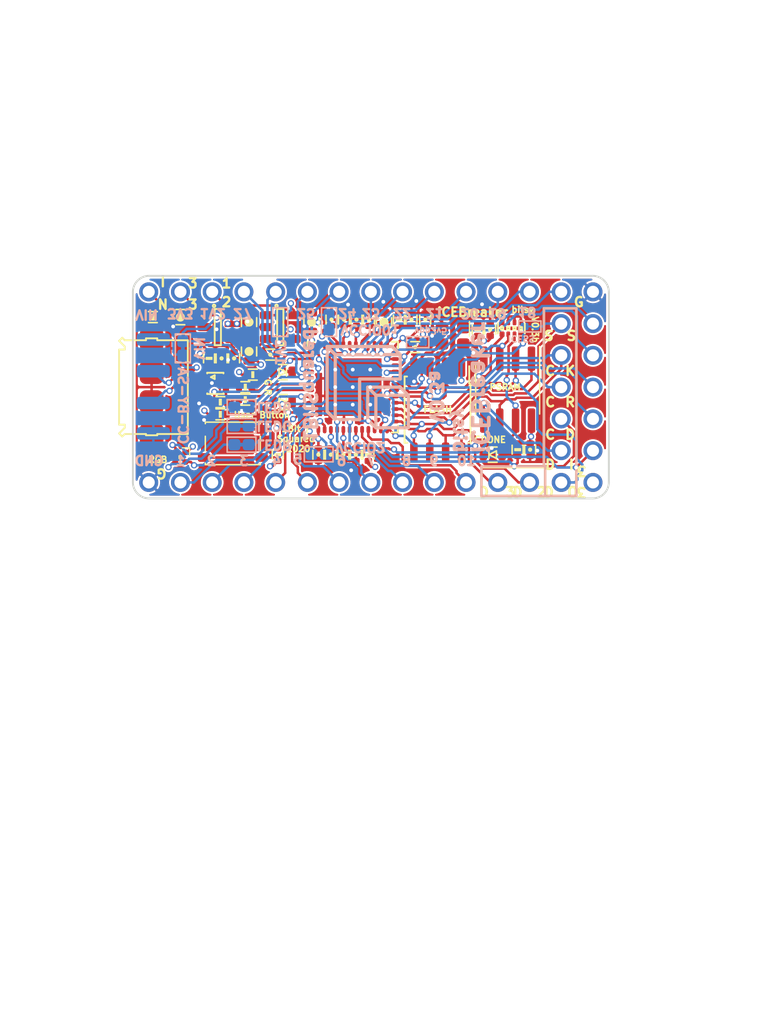
<source format=kicad_pcb>
(kicad_pcb (version 20171130) (host pcbnew 5.1.5-52549c5~86~ubuntu18.04.1)
  (title_block (title iCEBreaker-bitsy) (rev V0.3a) (company 1BitSquared) (comment 1 "(C) 2018-2020 Piotr Esden-Tempski <piotr@1bitsquared.com>") (comment 2 "(C) 2018-2020 1BitSquared <info@1bitsquared.com>") (comment 3 "License: CC-BY-SA 4.0"))
  (layers (0 F.Cu signal) (1 In1.Cu signal) (2 In2.Cu signal) (31 B.Cu signal) (34 B.Paste user) (35 F.Paste user) (36 B.SilkS user) (37 F.SilkS user) (38 B.Mask user hide) (39 F.Mask user hide) (44 Edge.Cuts user))
  (net 0 "")
  (net 1 /~LEDG)
  (net 2 +3V3)
  (net 3 /iCE_SS_B)
  (net 4 +1V2)
  (net 5 /~BUTTON)
  (net 6 /~LEDR)
  (net 7 GND)
  (net 8 "Net-(R7-Pad2)")
  (net 9 "Net-(C3-Pad1)")
  (net 10 +5V)
  (net 11 "Net-(C11-Pad1)")
  (net 12 /iCE_SCK)
  (net 13 /iCE_CDONE)
  (net 14 /iCE_CRESET)
  (net 15 "Net-(C24-Pad1)")
  (net 16 /~LED_RED)
  (net 17 /~LED_GRN)
  (net 18 /~LED_BLU)
  (net 19 /shield)
  (net 20 "Net-(D4-PadA)")
  (net 21 "Net-(D5-PadA)")
  (net 22 "Net-(C35-Pad1)")
  (net 23 "Net-(C39-Pad1)")
  (net 24 /CLK)
  (net 25 /USB_N)
  (net 26 /xUD-)
  (net 27 /USB_P)
  (net 28 /xUD+)
  (net 29 /USB_DET)
  (net 30 /IOB_0A)
  (net 31 /IOB_3B_G6)
  (net 32 /IOB_2A)
  (net 33 /IOT_38B)
  (net 34 /IOB_23B)
  (net 35 /IOB_31B)
  (net 36 /IOB_29B)
  (net 37 /IOB_25B_G3)
  (net 38 /IOB_16A)
  (net 39 /IOB_13B)
  (net 40 /IOT_48B)
  (net 41 /IOT_44B)
  (net 42 /IOT_43A)
  (net 43 /IOT_37A)
  (net 44 /IOT_39A)
  (net 45 /IOT_41A)
  (net 46 /IOT_42B)
  (net 47 /IOB_4A)
  (net 48 /IOB_5B)
  (net 49 /IOB_6A)
  (net 50 /IOB_8A)
  (net 51 /IOB_9B)
  (net 52 /iUD+)
  (net 53 /iUD-)
  (net 54 /IOT_36B)
  (net 55 /ICEVCC)
  (net 56 /VCCIO_2)
  (net 57 /VCCIO_01)
  (net 58 /FLASH_MOSI-IO0)
  (net 59 /FLASH_MISO-IO1)
  (net 60 /FLASH_~WP~-IO2)
  (net 61 /FLASH_~HLD~-~RST~-IO3)
  (net 62 "Net-(D1-Pad2)")
  (net 63 "Net-(D1-Pad3)")
  (net 64 "Net-(D1-Pad4)")
  (net 65 /FLASH_SS)
  (net 66 /UVBUS)
  (module Package_SO:SOIC-8_3.9x4.9mm_P1.27mm (layer F.Cu) (at 60 47.7 270)
    (fp_text reference U4)
    (fp_text value LY68L6400)
    (pad 8 smd roundrect (at 2.475 -1.905 270) (size 1.95 0.6) (layers F.Cu F.Paste F.Mask) (net 2 +3V3))
    (pad 7 smd roundrect (at 2.475 -0.635 270) (size 1.95 0.6) (layers F.Cu F.Paste F.Mask) (net 61 /FLASH_~HLD~-~RST~-IO3))
    (pad 6 smd roundrect (at 2.475 0.635 270) (size 1.95 0.6) (layers F.Cu F.Paste F.Mask) (net 12 /iCE_SCK))
    (pad 5 smd roundrect (at 2.475 1.905 270) (size 1.95 0.6) (layers F.Cu F.Paste F.Mask) (net 58 /FLASH_MOSI-IO0))
    (pad 4 smd roundrect (at -2.475 1.905 270) (size 1.95 0.6) (layers F.Cu F.Paste F.Mask) (net 7 GND))
    (pad 3 smd roundrect (at -2.475 0.635 270) (size 1.95 0.6) (layers F.Cu F.Paste F.Mask) (net 60 /FLASH_~WP~-IO2))
    (pad 2 smd roundrect (at -2.475 -0.635 270) (size 1.95 0.6) (layers F.Cu F.Paste F.Mask) (net 59 /FLASH_MISO-IO1))
    (pad 1 smd roundrect (at -2.475 -1.905 270) (size 1.95 0.6) (layers F.Cu F.Paste F.Mask) (net 1 /~LEDG))
  )
  (module pkl_logos:1b2_Logo_SilkS_6.5mm (layer B.Cu) (at 48.8 47.5 90)
    (fp_text reference REF** hide)
    (fp_text value 1b2_Logo_SilkS_6.5mm hide)
  )
  (module pkl_jumpers:J_NC_0603_30 (layer B.Cu) (at 41.8 42.3 90)
    (fp_text reference J14)
    (fp_text value Jumper)
    (fp_line (start -0.1 0) (end 0.1 0) (layer B.Cu) (width 0.3))
    (pad 2 smd roundrect (at 0.575 0 90) (size 0.95 0.9) (layers B.Cu B.Mask) (net 4 +1V2))
    (pad 1 smd roundrect (at -0.575 0 90) (size 0.95 0.9) (layers B.Cu B.Mask) (net 55 /ICEVCC))
  )
  (module pkl_jumpers:J_NC_0603_30 (layer B.Cu) (at 34 44.4 90)
    (fp_text reference J38)
    (fp_text value Jumper)
    (fp_line (start -0.1 0) (end 0.1 0) (layer B.Cu) (width 0.3))
    (pad 2 smd roundrect (at 0.575 0 90) (size 0.95 0.9) (layers B.Cu B.Mask) (net 10 +5V))
    (pad 1 smd roundrect (at -0.575 0 90) (size 0.95 0.9) (layers B.Cu B.Mask) (net 66 /UVBUS))
  )
  (module pkl_jumpers:J_NC_0603_30 (layer B.Cu) (at 45.7 42.3 90)
    (fp_text reference J19)
    (fp_text value Jumper)
    (fp_line (start -0.1 0) (end 0.1 0) (layer B.Cu) (width 0.3))
    (pad 2 smd roundrect (at 0.575 0 90) (size 0.95 0.9) (layers B.Cu B.Mask) (net 2 +3V3))
    (pad 1 smd roundrect (at -0.575 0 90) (size 0.95 0.9) (layers B.Cu B.Mask) (net 57 /VCCIO_01))
  )
  (module pkl_jumpers:J_NC_0603_30 (layer B.Cu) (at 44.875 52.875 180)
    (fp_text reference J17)
    (fp_text value Jumper)
    (fp_line (start -0.1 0) (end 0.1 0) (layer B.Cu) (width 0.3))
    (pad 2 smd roundrect (at 0.575 0 180) (size 0.95 0.9) (layers B.Cu B.Mask) (net 2 +3V3))
    (pad 1 smd roundrect (at -0.575 0 180) (size 0.95 0.9) (layers B.Cu B.Mask) (net 56 /VCCIO_2))
  )
  (module pkl_misc:Oscillator_SMD_SCTF_S2DXX-4Pin_2.5x2.0mm (layer F.Cu) (at 55.6 43.4 180)
    (fp_text reference X1)
    (fp_text value DSC6101CI1A-012.0000T)
    (pad 4 smd roundrect (at -0.85 -0.65 180) (size 1 0.9) (layers F.Cu F.Paste F.Mask) (net 2 +3V3))
    (pad 3 smd roundrect (at 0.85 -0.65 180) (size 1 0.9) (layers F.Cu F.Paste F.Mask) (net 24 /CLK))
    (pad 2 smd roundrect (at 0.85 0.65 180) (size 1 0.9) (layers F.Cu F.Paste F.Mask) (net 7 GND))
    (pad 1 smd roundrect (at -0.85 0.65 180) (size 1 0.9) (layers F.Cu F.Paste F.Mask) (net 8 "Net-(R7-Pad2)"))
  )
  (module pkl_jumpers:J_NC_0402_15 (layer B.Cu) (at 61.775 42.65)
    (fp_text reference J18)
    (fp_text value Jumper)
    (fp_line (start -0.1 0) (end 0.1 0) (layer B.Cu) (width 0.15))
    (pad 2 smd roundrect (at 0.425 0) (size 0.65 0.6) (layers B.Cu B.Mask) (net 3 /iCE_SS_B))
    (pad 1 smd roundrect (at -0.425 0) (size 0.65 0.6) (layers B.Cu B.Mask) (net 65 /FLASH_SS))
  )
  (module pkl_jumpers:J_NC_0603_30 (layer B.Cu) (at 38.7 49.1 180)
    (fp_text reference J15)
    (fp_text value Jumper)
    (fp_line (start -0.1 0) (end 0.1 0) (layer B.Cu) (width 0.3))
    (pad 2 smd roundrect (at 0.575 0 180) (size 0.95 0.9) (layers B.Cu B.Mask) (net 64 "Net-(D1-Pad4)"))
    (pad 1 smd roundrect (at -0.575 0 180) (size 0.95 0.9) (layers B.Cu B.Mask) (net 18 /~LED_BLU))
  )
  (module pkl_jumpers:J_NC_0603_30 (layer B.Cu) (at 38.7 50.6 180)
    (fp_text reference J16)
    (fp_text value Jumper)
    (fp_line (start -0.1 0) (end 0.1 0) (layer B.Cu) (width 0.3))
    (pad 2 smd roundrect (at 0.575 0 180) (size 0.95 0.9) (layers B.Cu B.Mask) (net 63 "Net-(D1-Pad3)"))
    (pad 1 smd roundrect (at -0.575 0 180) (size 0.95 0.9) (layers B.Cu B.Mask) (net 17 /~LED_GRN))
  )
  (module pkl_jumpers:J_NC_0603_30 (layer B.Cu) (at 38.7 52.1 180)
    (fp_text reference J39)
    (fp_text value Jumper)
    (fp_line (start -0.1 0) (end 0.1 0) (layer B.Cu) (width 0.3))
    (pad 2 smd roundrect (at 0.575 0 180) (size 0.95 0.9) (layers B.Cu B.Mask) (net 62 "Net-(D1-Pad2)"))
    (pad 1 smd roundrect (at -0.575 0 180) (size 0.95 0.9) (layers B.Cu B.Mask) (net 16 /~LED_RED))
  )
  (module pkl_jumpers:J_NC_0402_15 (layer B.Cu) (at 52.8 43.9 180)
    (fp_text reference J40)
    (fp_text value Jumper)
    (fp_line (start -0.1 0) (end 0.1 0) (layer B.Cu) (width 0.15))
    (pad 2 smd roundrect (at 0.425 0 180) (size 0.65 0.6) (layers B.Cu B.Mask) (net 22 "Net-(C35-Pad1)"))
    (pad 1 smd roundrect (at -0.425 0 180) (size 0.65 0.6) (layers B.Cu B.Mask) (net 2 +3V3))
  )
  (module pkl_led:LED_TRI_1010 (layer F.Cu) (at 33.8 53.1 270)
    (fp_text reference D1)
    (fp_text value FC-B1010RGBT-HG)
    (pad 4 smd roundrect (at -0.385 0.385 270) (size 0.45 0.45) (layers F.Cu F.Paste F.Mask) (net 64 "Net-(D1-Pad4)"))
    (pad 3 smd roundrect (at 0.385 0.385 270) (size 0.45 0.45) (layers F.Cu F.Paste F.Mask) (net 63 "Net-(D1-Pad3)"))
    (pad 2 smd roundrect (at 0.385 -0.385 270) (size 0.45 0.45) (layers F.Cu F.Paste F.Mask) (net 62 "Net-(D1-Pad2)"))
    (pad 1 smd roundrect (at -0.385 -0.385 270) (size 0.45 0.45) (layers F.Cu F.Paste F.Mask) (net 2 +3V3))
  )
  (module pkl_buttons_switches:SW_SPST_3x4x2.5 (layer F.Cu) (at 38 52 180)
    (fp_text reference SW1)
    (fp_text value TACT)
    (pad 2 smd roundrect (at 2.3 1.125 180) (size 1 0.7) (layers F.Cu F.Paste F.Mask) (net 7 GND))
    (pad 2 smd roundrect (at -2.3 1.125 180) (size 1 0.7) (layers F.Cu F.Paste F.Mask) (net 7 GND))
    (pad 1 smd roundrect (at 2.3 -1.125 180) (size 1 0.7) (layers F.Cu F.Paste F.Mask) (net 5 /~BUTTON))
    (pad 1 smd roundrect (at -2.3 -1.125 180) (size 1 0.7) (layers F.Cu F.Paste F.Mask) (net 5 /~BUTTON))
  )
  (module pkl_housings_dfn_qfn:QFN-48-1EP_7x7mm_Pitch0.5mm (layer F.Cu) (at 47.6 47.5 180)
    (fp_text reference U6)
    (fp_text value ICE5LP4K-SG48)
    (pad 49 thru_hole circle (at 1.4 -1.4 90) (size 0.5 0.5) (drill 0.3) (layers *.Cu) (net 7 GND))
    (pad 49 thru_hole circle (at 0 -1.399999 90) (size 0.5 0.5) (drill 0.3) (layers *.Cu) (net 7 GND))
    (pad 49 thru_hole circle (at -1.4 -1.4 90) (size 0.5 0.5) (drill 0.3) (layers *.Cu) (net 7 GND))
    (pad 49 thru_hole circle (at -1.399999 0 90) (size 0.5 0.5) (drill 0.3) (layers *.Cu) (net 7 GND))
    (pad 49 thru_hole circle (at -1.4 1.4 90) (size 0.5 0.5) (drill 0.3) (layers *.Cu) (net 7 GND))
    (pad 49 thru_hole circle (at 0 1.399999 90) (size 0.5 0.5) (drill 0.3) (layers *.Cu) (net 7 GND))
    (pad 49 thru_hole circle (at 1.4 1.4 90) (size 0.5 0.5) (drill 0.3) (layers *.Cu) (net 7 GND))
    (pad 49 thru_hole circle (at 1.399999 0 90) (size 0.5 0.5) (drill 0.3) (layers *.Cu) (net 7 GND))
    (pad 49 thru_hole circle (at 0 0 90) (size 0.5 0.5) (drill 0.3) (layers *.Cu) (net 7 GND))
    (pad 49 smd rect (at 1.85 -1.85 180) (size 0.9 0.9) (layers F.Cu F.Paste F.Mask) (net 7 GND))
    (pad 49 smd rect (at 0.7 -1.85 180) (size 1.4 0.9) (layers F.Cu F.Paste F.Mask) (net 7 GND))
    (pad 49 smd rect (at -0.7 -1.85 180) (size 1.4 0.9) (layers F.Cu F.Paste F.Mask) (net 7 GND))
    (pad 49 smd rect (at -1.85 -1.85 90) (size 0.9 0.9) (layers F.Cu F.Paste F.Mask) (net 7 GND))
    (pad 49 smd rect (at 1.85 -0.7 180) (size 0.9 1.4) (layers F.Cu F.Paste F.Mask) (net 7 GND))
    (pad 49 smd rect (at 0.7 -0.7 90) (size 1.4 1.4) (layers F.Cu F.Paste F.Mask) (net 7 GND))
    (pad 49 smd rect (at -0.7 -0.7 90) (size 1.4 1.4) (layers F.Cu F.Paste F.Mask) (net 7 GND))
    (pad 49 smd rect (at -1.85 -0.7 180) (size 0.9 1.4) (layers F.Cu F.Paste F.Mask) (net 7 GND))
    (pad 49 smd rect (at 1.85 0.7 180) (size 0.9 1.4) (layers F.Cu F.Paste F.Mask) (net 7 GND))
    (pad 49 smd rect (at 0.7 0.7 90) (size 1.4 1.4) (layers F.Cu F.Paste F.Mask) (net 7 GND))
    (pad 49 smd rect (at -0.7 0.7 90) (size 1.4 1.4) (layers F.Cu F.Paste F.Mask) (net 7 GND))
    (pad 49 smd rect (at -1.85 0.7 180) (size 0.9 1.4) (layers F.Cu F.Paste F.Mask) (net 7 GND))
    (pad 49 smd rect (at 1.85 1.85 180) (size 0.9 0.9) (layers F.Cu F.Paste F.Mask) (net 7 GND))
    (pad 49 smd rect (at 0.7 1.85 180) (size 1.4 0.9) (layers F.Cu F.Paste F.Mask) (net 7 GND))
    (pad 49 smd rect (at -0.7 1.85 180) (size 1.4 0.9) (layers F.Cu F.Paste F.Mask) (net 7 GND))
    (pad 49 smd rect (at -1.85 1.85 180) (size 0.9 0.9) (layers F.Cu F.Paste F.Mask) (net 7 GND))
    (pad 48 smd oval (at 3.4 -2.75 180) (size 0.6 0.3) (layers F.Cu F.Paste F.Mask) (net 47 /IOB_4A))
    (pad 47 smd oval (at 3.4 -2.25 180) (size 0.6 0.3) (layers F.Cu F.Paste F.Mask) (net 32 /IOB_2A))
    (pad 46 smd oval (at 3.4 -1.75 180) (size 0.6 0.3) (layers F.Cu F.Paste F.Mask) (net 30 /IOB_0A))
    (pad 45 smd oval (at 3.400001 -1.25 180) (size 0.6 0.3) (layers F.Cu F.Paste F.Mask) (net 48 /IOB_5B))
    (pad 44 smd oval (at 3.4 -0.75 180) (size 0.6 0.3) (layers F.Cu F.Paste F.Mask) (net 31 /IOB_3B_G6))
    (pad 43 smd oval (at 3.4 -0.25 180) (size 0.6 0.3) (layers F.Cu F.Paste F.Mask) (net 27 /USB_P))
    (pad 42 smd oval (at 3.4 0.25 180) (size 0.6 0.3) (layers F.Cu F.Paste F.Mask) (net 25 /USB_N))
    (pad 41 smd oval (at 3.4 0.75 180) (size 0.6 0.3) (layers F.Cu F.Paste F.Mask) (net 18 /~LED_BLU))
    (pad 40 smd oval (at 3.400001 1.25 180) (size 0.6 0.3) (layers F.Cu F.Paste F.Mask) (net 17 /~LED_GRN))
    (pad 39 smd oval (at 3.4 1.75 180) (size 0.6 0.3) (layers F.Cu F.Paste F.Mask) (net 16 /~LED_RED))
    (pad 38 smd oval (at 3.4 2.25 180) (size 0.6 0.3) (layers F.Cu F.Paste F.Mask) (net 29 /USB_DET))
    (pad 37 smd oval (at 3.4 2.75 180) (size 0.6 0.3) (layers F.Cu F.Paste F.Mask) (net 1 /~LEDG))
    (pad 36 smd oval (at 2.75 3.4 90) (size 0.6 0.3) (layers F.Cu F.Paste F.Mask) (net 40 /IOT_48B))
    (pad 35 smd oval (at 2.25 3.4 90) (size 0.6 0.3) (layers F.Cu F.Paste F.Mask) (net 24 /CLK))
    (pad 34 smd oval (at 1.75 3.4 90) (size 0.6 0.3) (layers F.Cu F.Paste F.Mask) (net 41 /IOT_44B))
    (pad 33 smd oval (at 1.25 3.400001 90) (size 0.6 0.3) (layers F.Cu F.Paste F.Mask) (net 57 /VCCIO_01))
    (pad 32 smd oval (at 0.75 3.4 90) (size 0.6 0.3) (layers F.Cu F.Paste F.Mask) (net 42 /IOT_43A))
    (pad 31 smd oval (at 0.25 3.4 90) (size 0.6 0.3) (layers F.Cu F.Paste F.Mask) (net 46 /IOT_42B))
    (pad 30 smd oval (at -0.25 3.4 90) (size 0.6 0.3) (layers F.Cu F.Paste F.Mask) (net 55 /ICEVCC))
    (pad 29 smd oval (at -0.75 3.4 90) (size 0.6 0.3) (layers F.Cu F.Paste F.Mask) (net 15 "Net-(C24-Pad1)"))
    (pad 28 smd oval (at -1.25 3.400001 90) (size 0.6 0.3) (layers F.Cu F.Paste F.Mask) (net 45 /IOT_41A))
    (pad 27 smd oval (at -1.75 3.4 90) (size 0.6 0.3) (layers F.Cu F.Paste F.Mask) (net 33 /IOT_38B))
    (pad 26 smd oval (at -2.25 3.4 90) (size 0.6 0.3) (layers F.Cu F.Paste F.Mask) (net 44 /IOT_39A))
    (pad 25 smd oval (at -2.75 3.4 90) (size 0.6 0.3) (layers F.Cu F.Paste F.Mask) (net 54 /IOT_36B))
    (pad 24 smd oval (at -3.4 2.75 180) (size 0.6 0.3) (layers F.Cu F.Paste F.Mask) (net 22 "Net-(C35-Pad1)"))
    (pad 23 smd oval (at -3.4 2.25 180) (size 0.6 0.3) (layers F.Cu F.Paste F.Mask) (net 43 /IOT_37A))
    (pad 22 smd oval (at -3.4 1.75 180) (size 0.6 0.3) (layers F.Cu F.Paste F.Mask) (net 57 /VCCIO_01))
    (pad 21 smd oval (at -3.400001 1.25 180) (size 0.6 0.3) (layers F.Cu F.Paste F.Mask) (net 34 /IOB_23B))
    (pad 20 smd oval (at -3.4 0.75 180) (size 0.6 0.3) (layers F.Cu F.Paste F.Mask) (net 37 /IOB_25B_G3))
    (pad 19 smd oval (at -3.4 0.25 180) (size 0.6 0.3) (layers F.Cu F.Paste F.Mask) (net 36 /IOB_29B))
    (pad 18 smd oval (at -3.4 -0.25 180) (size 0.6 0.3) (layers F.Cu F.Paste F.Mask) (net 35 /IOB_31B))
    (pad 17 smd oval (at -3.4 -0.75 180) (size 0.6 0.3) (layers F.Cu F.Paste F.Mask) (net 59 /FLASH_MISO-IO1))
    (pad 16 smd oval (at -3.400001 -1.25 180) (size 0.6 0.3) (layers F.Cu F.Paste F.Mask) (net 3 /iCE_SS_B))
    (pad 15 smd oval (at -3.4 -1.75 180) (size 0.6 0.3) (layers F.Cu F.Paste F.Mask) (net 12 /iCE_SCK))
    (pad 14 smd oval (at -3.4 -2.25 180) (size 0.6 0.3) (layers F.Cu F.Paste F.Mask) (net 58 /FLASH_MOSI-IO0))
    (pad 13 smd oval (at -3.4 -2.75 180) (size 0.6 0.3) (layers F.Cu F.Paste F.Mask) (net 61 /FLASH_~HLD~-~RST~-IO3))
    (pad 12 smd oval (at -2.75 -3.4 90) (size 0.6 0.3) (layers F.Cu F.Paste F.Mask) (net 60 /FLASH_~WP~-IO2))
    (pad 11 smd oval (at -2.25 -3.4 90) (size 0.6 0.3) (layers F.Cu F.Paste F.Mask) (net 6 /~LEDR))
    (pad 10 smd oval (at -1.75 -3.4 90) (size 0.6 0.3) (layers F.Cu F.Paste F.Mask) (net 5 /~BUTTON))
    (pad 9 smd oval (at -1.25 -3.400001 90) (size 0.6 0.3) (layers F.Cu F.Paste F.Mask) (net 38 /IOB_16A))
    (pad 8 smd oval (at -0.75 -3.4 90) (size 0.6 0.3) (layers F.Cu F.Paste F.Mask) (net 14 /iCE_CRESET))
    (pad 7 smd oval (at -0.25 -3.4 90) (size 0.6 0.3) (layers F.Cu F.Paste F.Mask) (net 13 /iCE_CDONE))
    (pad 6 smd oval (at 0.25 -3.4 90) (size 0.6 0.3) (layers F.Cu F.Paste F.Mask) (net 39 /IOB_13B))
    (pad 5 smd oval (at 0.75 -3.4 90) (size 0.6 0.3) (layers F.Cu F.Paste F.Mask) (net 55 /ICEVCC))
    (pad 4 smd oval (at 1.25 -3.400001 90) (size 0.6 0.3) (layers F.Cu F.Paste F.Mask) (net 50 /IOB_8A))
    (pad 3 smd oval (at 1.75 -3.4 90) (size 0.6 0.3) (layers F.Cu F.Paste F.Mask) (net 51 /IOB_9B))
    (pad 2 smd oval (at 2.25 -3.4 90) (size 0.6 0.3) (layers F.Cu F.Paste F.Mask) (net 49 /IOB_6A))
    (pad 1 smd oval (at 2.75 -3.4 90) (size 0.6 0.3) (layers F.Cu F.Paste F.Mask) (net 56 /VCCIO_2))
  )
  (module pkl_pads:PAD_SMD_1x2.65 (layer B.Cu) (at 31.637216 51.196445)
    (fp_text reference P5 hide)
    (fp_text value UP hide)
    (pad 1 smd roundrect (at 0 0) (size 2.65 1) (layers B.Cu B.Mask) (net 7 GND))
  )
  (module pkl_pads:PAD_SMD_1x2.65 (layer B.Cu) (at 31.637216 43.69)
    (fp_text reference P2 hide)
    (fp_text value UP hide)
    (pad 1 smd roundrect (at 0 0) (size 2.65 1) (layers B.Cu B.Mask) (net 66 /UVBUS))
  )
  (module pkl_pads:PAD_SMD_1x2.65 (layer B.Cu) (at 31.637216 46.23)
    (fp_text reference P3 hide)
    (fp_text value UP hide)
    (pad 1 smd roundrect (at 0 0) (size 2.65 1) (layers B.Cu B.Mask) (net 26 /xUD-))
  )
  (module pkl_pads:PAD_SMD_1x2.65 (layer B.Cu) (at 31.637216 48.77)
    (fp_text reference P4 hide)
    (fp_text value UP hide)
    (pad 1 smd roundrect (at 0 0) (size 2.65 1) (layers B.Cu B.Mask) (net 28 /xUD+))
  )
  (module pkl_housings_sot:SOT-666 (layer F.Cu) (at 36.6 47.2 180)
    (fp_text reference U1)
    (fp_text value USBLC6-2)
    (pad 1 smd roundrect (at 0.85 0.5375 270) (size 0.375 0.5) (layers F.Cu F.Paste F.Mask) (net 26 /xUD-))
    (pad 2 smd roundrect (at 0.925 0 270) (size 0.3 0.65) (layers F.Cu F.Paste F.Mask) (net 7 GND))
    (pad 3 smd roundrect (at 0.85 -0.5375 270) (size 0.375 0.5) (layers F.Cu F.Paste F.Mask) (net 28 /xUD+))
    (pad 4 smd roundrect (at -0.85 -0.5375 270) (size 0.375 0.5) (layers F.Cu F.Paste F.Mask) (net 52 /iUD+))
    (pad 5 smd roundrect (at -0.925 0 270) (size 0.3 0.65) (layers F.Cu F.Paste F.Mask) (net 10 +5V))
    (pad 6 smd roundrect (at -0.85 0.5375 270) (size 0.35 0.5) (layers F.Cu F.Paste F.Mask) (net 53 /iUD-))
  )
  (module pkl_pin_headers:Pin_Header_Straight_Round_1x01 (layer F.Cu) (at 59.21 55.12)
    (fp_text reference J26 hide)
    (fp_text value Conn_01x01 hide)
    (pad 1 thru_hole circle (at 0 0) (size 1.524 1.524) (drill 0.9652) (layers *.Cu *.Mask) (net 61 /FLASH_~HLD~-~RST~-IO3))
  )
  (module pkl_pin_headers:Pin_Header_Straight_Round_1x01 (layer F.Cu) (at 64.29 55.12)
    (fp_text reference J24 hide)
    (fp_text value Conn_01x01 hide)
    (pad 1 thru_hole circle (at 0 0) (size 1.524 1.524) (drill 0.9652) (layers *.Cu *.Mask) (net 59 /FLASH_MISO-IO1))
  )
  (module pkl_pin_headers:Pin_Header_Straight_Round_1x01 (layer F.Cu) (at 64.29 52.58)
    (fp_text reference J23 hide)
    (fp_text value Conn_01x01 hide)
    (pad 1 thru_hole circle (at 0 0) (size 1.524 1.524) (drill 0.9652) (layers *.Cu *.Mask) (net 58 /FLASH_MOSI-IO0))
  )
  (module pkl_pin_headers:Pin_Header_Straight_Round_1x01 (layer F.Cu) (at 64.29 50.04)
    (fp_text reference J27 hide)
    (fp_text value Conn_01x01 hide)
    (pad 1 thru_hole circle (at 0 0) (size 1.524 1.524) (drill 0.9652) (layers *.Cu *.Mask) (net 13 /iCE_CDONE))
  )
  (module pkl_pin_headers:Pin_Header_Straight_Round_1x01 (layer F.Cu) (at 64.29 47.5)
    (fp_text reference J28 hide)
    (fp_text value Conn_01x01 hide)
    (pad 1 thru_hole circle (at 0 0) (size 1.524 1.524) (drill 0.9652) (layers *.Cu *.Mask) (net 14 /iCE_CRESET))
  )
  (module pkl_pin_headers:Pin_Header_Straight_Round_1x01 (layer F.Cu) (at 61.75 55.12)
    (fp_text reference J25 hide)
    (fp_text value Conn_01x01 hide)
    (pad 1 thru_hole circle (at 0 0) (size 1.524 1.524) (drill 0.9652) (layers *.Cu *.Mask) (net 60 /FLASH_~WP~-IO2))
  )
  (module pkl_pin_headers:Pin_Header_Straight_Round_1x01 (layer F.Cu) (at 54.13 39.88)
    (fp_text reference J34 hide)
    (fp_text value Conn_01x01 hide)
    (pad 1 thru_hole circle (at 0 0) (size 1.524 1.524) (drill 0.9652) (layers *.Cu *.Mask) (net 46 /IOT_42B))
  )
  (module pkl_pin_headers:Pin_Header_Straight_Round_1x01 (layer F.Cu) (at 56.67 39.88)
    (fp_text reference J33 hide)
    (fp_text value Conn_01x01 hide)
    (pad 1 thru_hole circle (at 0 0) (size 1.524 1.524) (drill 0.9652) (layers *.Cu *.Mask) (net 45 /IOT_41A))
  )
  (module pkl_pin_headers:Pin_Header_Straight_Round_1x01 (layer F.Cu) (at 61.75 39.88)
    (fp_text reference J32 hide)
    (fp_text value Conn_01x01 hide)
    (pad 1 thru_hole circle (at 0 0) (size 1.524 1.524) (drill 0.9652) (layers *.Cu *.Mask) (net 44 /IOT_39A))
  )
  (module pkl_pin_headers:Pin_Header_Straight_Round_1x01 (layer F.Cu) (at 66.83 42.42)
    (fp_text reference J30 hide)
    (fp_text value Conn_01x01 hide)
    (pad 1 thru_hole circle (at 0 0) (size 1.524 1.524) (drill 0.9652) (layers *.Cu *.Mask) (net 43 /IOT_37A))
  )
  (module pkl_pin_headers:Pin_Header_Straight_Round_1x01 (layer F.Cu) (at 51.59 39.88)
    (fp_text reference J35 hide)
    (fp_text value Conn_01x01 hide)
    (pad 1 thru_hole circle (at 0 0) (size 1.524 1.524) (drill 0.9652) (layers *.Cu *.Mask) (net 42 /IOT_43A))
  )
  (module pkl_pin_headers:Pin_Header_Straight_Round_1x01 (layer F.Cu) (at 49.05 39.88)
    (fp_text reference J36 hide)
    (fp_text value Conn_01x01 hide)
    (pad 1 thru_hole circle (at 0 0) (size 1.524 1.524) (drill 0.9652) (layers *.Cu *.Mask) (net 41 /IOT_44B))
  )
  (module pkl_pin_headers:Pin_Header_Straight_Round_1x01 (layer F.Cu) (at 46.51 39.88)
    (fp_text reference J37 hide)
    (fp_text value Conn_01x01 hide)
    (pad 1 thru_hole circle (at 0 0) (size 1.524 1.524) (drill 0.9652) (layers *.Cu *.Mask) (net 40 /IOT_48B))
  )
  (module pkl_pin_headers:Pin_Header_Straight_Round_1x01 (layer F.Cu) (at 64.29 39.88)
    (fp_text reference J29 hide)
    (fp_text value Conn_01x01 hide)
    (pad 1 thru_hole circle (at 0 0) (size 1.524 1.524) (drill 0.9652) (layers *.Cu *.Mask) (net 54 /IOT_36B))
  )
  (module pkl_pin_headers:Pin_Header_Straight_Round_1x01 (layer F.Cu) (at 43.97 39.88)
    (fp_text reference J41 hide)
    (fp_text value Conn_01x01 hide)
    (pad 1 thru_hole circle (at 0 0) (size 1.524 1.524) (drill 0.9652) (layers *.Cu *.Mask) (net 16 /~LED_RED))
  )
  (module pkl_pin_headers:Pin_Header_Straight_Round_1x01 (layer F.Cu) (at 41.43 39.88)
    (fp_text reference J42 hide)
    (fp_text value Conn_01x01 hide)
    (pad 1 thru_hole circle (at 0 0) (size 1.524 1.524) (drill 0.9652) (layers *.Cu *.Mask) (net 17 /~LED_GRN))
  )
  (module pkl_pin_headers:Pin_Header_Straight_Round_1x01 (layer F.Cu) (at 38.89 39.88)
    (fp_text reference J43 hide)
    (fp_text value Conn_01x01 hide)
    (pad 1 thru_hole circle (at 0 0) (size 1.524 1.524) (drill 0.9652) (layers *.Cu *.Mask) (net 18 /~LED_BLU))
  )
  (module pkl_pin_headers:Pin_Header_Straight_Round_1x01 (layer F.Cu) (at 54.13 55.12)
    (fp_text reference J44 hide)
    (fp_text value Conn_01x01 hide)
    (pad 1 thru_hole circle (at 0 0) (size 1.524 1.524) (drill 0.9652) (layers *.Cu *.Mask) (net 39 /IOB_13B))
  )
  (module pkl_pin_headers:Pin_Header_Straight_Round_1x01 (layer F.Cu) (at 56.67 55.12)
    (fp_text reference J45 hide)
    (fp_text value Conn_01x01 hide)
    (pad 1 thru_hole circle (at 0 0) (size 1.524 1.524) (drill 0.9652) (layers *.Cu *.Mask) (net 38 /IOB_16A))
  )
  (module pkl_pin_headers:Pin_Header_Straight_Round_1x01 (layer F.Cu) (at 66.83 47.5)
    (fp_text reference J46 hide)
    (fp_text value Conn_01x01 hide)
    (pad 1 thru_hole circle (at 0 0) (size 1.524 1.524) (drill 0.9652) (layers *.Cu *.Mask) (net 37 /IOB_25B_G3))
  )
  (module pkl_pin_headers:Pin_Header_Straight_Round_1x01 (layer F.Cu) (at 66.83 50.04)
    (fp_text reference J47 hide)
    (fp_text value Conn_01x01 hide)
    (pad 1 thru_hole circle (at 0 0) (size 1.524 1.524) (drill 0.9652) (layers *.Cu *.Mask) (net 36 /IOB_29B))
  )
  (module pkl_pin_headers:Pin_Header_Straight_Round_1x01 (layer F.Cu) (at 66.83 52.58)
    (fp_text reference J48 hide)
    (fp_text value Conn_01x01 hide)
    (pad 1 thru_hole circle (at 0 0) (size 1.524 1.524) (drill 0.9652) (layers *.Cu *.Mask) (net 35 /IOB_31B))
  )
  (module pkl_pin_headers:Pin_Header_Straight_Round_1x01 (layer F.Cu) (at 66.83 44.96)
    (fp_text reference J49 hide)
    (fp_text value Conn_01x01 hide)
    (pad 1 thru_hole circle (at 0 0) (size 1.524 1.524) (drill 0.9652) (layers *.Cu *.Mask) (net 34 /IOB_23B))
  )
  (module pkl_pin_headers:Pin_Header_Straight_Round_1x01 (layer F.Cu) (at 59.21 39.88)
    (fp_text reference J31 hide)
    (fp_text value Conn_01x01 hide)
    (pad 1 thru_hole circle (at 0 0) (size 1.524 1.524) (drill 0.9652) (layers *.Cu *.Mask) (net 33 /IOT_38B))
  )
  (module pkl_pin_headers:Pin_Header_Straight_Round_1x01 (layer F.Cu) (at 41.43 55.12)
    (fp_text reference J8 hide)
    (fp_text value Conn_01x01 hide)
    (pad 1 thru_hole circle (at 0 0) (size 1.524 1.524) (drill 0.9652) (layers *.Cu *.Mask) (net 32 /IOB_2A))
  )
  (module pkl_pin_headers:Pin_Header_Straight_Round_1x01 (layer F.Cu) (at 66.83 55.12)
    (fp_text reference J2 hide)
    (fp_text value Conn_01x01 hide)
    (pad 1 thru_hole circle (at 0 0) (size 1.524 1.524) (drill 0.9652) (layers *.Cu *.Mask) (net 2 +3V3))
  )
  (module pkl_pin_headers:Pin_Header_Straight_Round_1x01 (layer F.Cu) (at 36.35 39.88)
    (fp_text reference J3 hide)
    (fp_text value Conn_01x01 hide)
    (pad 1 thru_hole circle (at 0 0) (size 1.524 1.524) (drill 0.9652) (layers *.Cu *.Mask) (net 4 +1V2))
  )
  (module pkl_pin_headers:Pin_Header_Straight_Round_1x01 (layer F.Cu) (at 31.27 39.88)
    (fp_text reference J4 hide)
    (fp_text value Conn_01x01 hide)
    (pad 1 thru_hole circle (at 0 0) (size 1.524 1.524) (drill 0.9652) (layers *.Cu *.Mask) (net 10 +5V))
  )
  (module pkl_pin_headers:Pin_Header_Straight_Round_1x01 (layer F.Cu) (at 31.27 55.12)
    (fp_text reference J5 hide)
    (fp_text value Conn_01x01 hide)
    (pad 1 thru_hole circle (at 0 0) (size 1.524 1.524) (drill 0.9652) (layers *.Cu *.Mask) (net 7 GND))
  )
  (module pkl_pin_headers:Pin_Header_Straight_Round_1x01 (layer F.Cu) (at 66.83 39.88)
    (fp_text reference J6 hide)
    (fp_text value Conn_01x01 hide)
    (pad 1 thru_hole circle (at 0 0) (size 1.524 1.524) (drill 0.9652) (layers *.Cu *.Mask) (net 7 GND))
  )
  (module pkl_pin_headers:Pin_Header_Straight_Round_1x01 (layer F.Cu) (at 38.89 55.12)
    (fp_text reference J7 hide)
    (fp_text value Conn_01x01 hide)
    (pad 1 thru_hole circle (at 0 0) (size 1.524 1.524) (drill 0.9652) (layers *.Cu *.Mask) (net 30 /IOB_0A))
  )
  (module pkl_pin_headers:Pin_Header_Straight_Round_1x01 (layer F.Cu) (at 33.81 55.12)
    (fp_text reference J9 hide)
    (fp_text value Conn_01x01 hide)
    (pad 1 thru_hole circle (at 0 0) (size 1.524 1.524) (drill 0.9652) (layers *.Cu *.Mask) (net 31 /IOB_3B_G6))
  )
  (module pkl_pin_headers:Pin_Header_Straight_Round_1x01 (layer F.Cu) (at 43.97 55.12)
    (fp_text reference J10 hide)
    (fp_text value Conn_01x01 hide)
    (pad 1 thru_hole circle (at 0 0) (size 1.524 1.524) (drill 0.9652) (layers *.Cu *.Mask) (net 47 /IOB_4A))
  )
  (module pkl_pin_headers:Pin_Header_Straight_Round_1x01 (layer F.Cu) (at 36.35 55.12)
    (fp_text reference J11 hide)
    (fp_text value Conn_01x01 hide)
    (pad 1 thru_hole circle (at 0 0) (size 1.524 1.524) (drill 0.9652) (layers *.Cu *.Mask) (net 48 /IOB_5B))
  )
  (module pkl_pin_headers:Pin_Header_Straight_Round_1x01 (layer F.Cu) (at 46.51 55.12)
    (fp_text reference J12 hide)
    (fp_text value Conn_01x01 hide)
    (pad 1 thru_hole circle (at 0 0) (size 1.524 1.524) (drill 0.9652) (layers *.Cu *.Mask) (net 49 /IOB_6A))
  )
  (module pkl_pin_headers:Pin_Header_Straight_Round_1x01 (layer F.Cu) (at 49.05 55.12)
    (fp_text reference J20 hide)
    (fp_text value Conn_01x01 hide)
    (pad 1 thru_hole circle (at 0 0) (size 1.524 1.524) (drill 0.9652) (layers *.Cu *.Mask) (net 51 /IOB_9B))
  )
  (module pkl_pin_headers:Pin_Header_Straight_Round_1x01 (layer F.Cu) (at 64.29 42.42)
    (fp_text reference J21 hide)
    (fp_text value Conn_01x01 hide)
    (pad 1 thru_hole circle (at 0 0) (size 1.524 1.524) (drill 0.9652) (layers *.Cu *.Mask) (net 3 /iCE_SS_B))
  )
  (module pkl_pin_headers:Pin_Header_Straight_Round_1x01 (layer F.Cu) (at 64.29 44.96)
    (fp_text reference J22 hide)
    (fp_text value Conn_01x01 hide)
    (pad 1 thru_hole circle (at 0 0) (size 1.524 1.524) (drill 0.9652) (layers *.Cu *.Mask) (net 12 /iCE_SCK))
  )
  (module pkl_pin_headers:Pin_Header_Straight_Round_1x01 (layer F.Cu) (at 51.59 55.12)
    (fp_text reference J13 hide)
    (fp_text value Conn_01x01 hide)
    (pad 1 thru_hole circle (at 0 0) (size 1.524 1.524) (drill 0.9652) (layers *.Cu *.Mask) (net 50 /IOB_8A))
  )
  (module pkl_pin_headers:Pin_Header_Straight_Round_1x01 (layer F.Cu) (at 33.81 39.88)
    (fp_text reference J1 hide)
    (fp_text value Conn_01x01 hide)
    (pad 1 thru_hole circle (at 0 0) (size 1.524 1.524) (drill 0.9652) (layers *.Cu *.Mask) (net 2 +3V3))
  )
  (module pkl_dipol:R_0402 (layer F.Cu) (at 37 48.7)
    (fp_text reference R2)
    (fp_text value 1k5)
    (pad 2 smd roundrect (at 0.5 0) (size 0.5 0.6) (layers F.Cu F.Paste F.Mask) (net 52 /iUD+))
    (pad 1 smd roundrect (at -0.5 0) (size 0.5 0.6) (layers F.Cu F.Paste F.Mask) (net 29 /USB_DET))
  )
  (module pkl_dipol:R_0402 (layer F.Cu) (at 39 47.5 180)
    (fp_text reference R4)
    (fp_text value 22E)
    (pad 1 smd roundrect (at -0.5 0 180) (size 0.5 0.6) (layers F.Cu F.Paste F.Mask) (net 25 /USB_N))
    (pad 2 smd roundrect (at 0.5 0 180) (size 0.5 0.6) (layers F.Cu F.Paste F.Mask) (net 53 /iUD-))
  )
  (module pkl_housings_soic:SOIC-8_5.3x5.3mm_Pitch1.27mm (layer F.Cu) (at 54.4 49.3 270)
    (fp_text reference U5)
    (fp_text value W25Q)
    (pad 1 smd roundrect (at -3.4 -1.905 270) (size 1.55 0.6) (layers F.Cu F.Paste F.Mask) (net 65 /FLASH_SS))
    (pad 2 smd roundrect (at -3.4 -0.635 270) (size 1.55 0.6) (layers F.Cu F.Paste F.Mask) (net 59 /FLASH_MISO-IO1))
    (pad 3 smd roundrect (at -3.4 0.635 270) (size 1.55 0.6) (layers F.Cu F.Paste F.Mask) (net 60 /FLASH_~WP~-IO2))
    (pad 4 smd roundrect (at -3.4 1.905 270) (size 1.55 0.6) (layers F.Cu F.Paste F.Mask) (net 7 GND))
    (pad 5 smd roundrect (at 3.4 1.905 270) (size 1.55 0.6) (layers F.Cu F.Paste F.Mask) (net 58 /FLASH_MOSI-IO0))
    (pad 6 smd roundrect (at 3.4 0.635 270) (size 1.55 0.6) (layers F.Cu F.Paste F.Mask) (net 12 /iCE_SCK))
    (pad 7 smd roundrect (at 3.4 -0.635 270) (size 1.55 0.6) (layers F.Cu F.Paste F.Mask) (net 61 /FLASH_~HLD~-~RST~-IO3))
    (pad 8 smd roundrect (at 3.4 -1.905 270) (size 1.55 0.6) (layers F.Cu F.Paste F.Mask) (net 2 +3V3))
  )
  (module pkl_dipol:C_0402 (layer F.Cu) (at 37.1 45.2 270)
    (fp_text reference C39)
    (fp_text value 1u)
    (pad 1 smd roundrect (at -0.5 0 270) (size 0.5 0.6) (layers F.Cu F.Paste F.Mask) (net 23 "Net-(C39-Pad1)"))
    (pad 2 smd roundrect (at 0.5 0 270) (size 0.5 0.6) (layers F.Cu F.Paste F.Mask) (net 7 GND))
  )
  (module pkl_dipol:R_0402 (layer F.Cu) (at 36.1 45.2 90)
    (fp_text reference R3)
    (fp_text value 10k)
    (pad 1 smd roundrect (at -0.5 0 90) (size 0.5 0.6) (layers F.Cu F.Paste F.Mask) (net 10 +5V))
    (pad 2 smd roundrect (at 0.5 0 90) (size 0.5 0.6) (layers F.Cu F.Paste F.Mask) (net 23 "Net-(C39-Pad1)"))
  )
  (module pkl_dipol:C_0402 (layer F.Cu) (at 47.85 52.9 270)
    (fp_text reference C36)
    (fp_text value 1u)
    (pad 1 smd roundrect (at -0.499999 0 270) (size 0.5 0.6) (layers F.Cu F.Paste F.Mask) (net 55 /ICEVCC))
    (pad 2 smd roundrect (at 0.499999 0 270) (size 0.5 0.6) (layers F.Cu F.Paste F.Mask) (net 7 GND))
  )
  (module pkl_dipol:C_0402 (layer F.Cu) (at 46.85 52.9 270)
    (fp_text reference C37)
    (fp_text value 100n)
    (pad 2 smd roundrect (at 0.499999 0 270) (size 0.5 0.6) (layers F.Cu F.Paste F.Mask) (net 7 GND))
    (pad 1 smd roundrect (at -0.499999 0 270) (size 0.5 0.6) (layers F.Cu F.Paste F.Mask) (net 55 /ICEVCC))
  )
  (module pkl_dipol:C_0402 (layer F.Cu) (at 45.85 52.9 270)
    (fp_text reference C38)
    (fp_text value 10n)
    (pad 1 smd roundrect (at -0.499999 0 270) (size 0.5 0.6) (layers F.Cu F.Paste F.Mask) (net 55 /ICEVCC))
    (pad 2 smd roundrect (at 0.499999 0 270) (size 0.5 0.6) (layers F.Cu F.Paste F.Mask) (net 7 GND))
  )
  (module pkl_dipol:R_0402 (layer F.Cu) (at 48.85 52.9 90)
    (fp_text reference R19)
    (fp_text value 10k)
    (pad 2 smd roundrect (at 0.499999 0 90) (size 0.5 0.6) (layers F.Cu F.Paste F.Mask) (net 14 /iCE_CRESET))
    (pad 1 smd roundrect (at -0.499999 0 90) (size 0.5 0.6) (layers F.Cu F.Paste F.Mask) (net 2 +3V3))
  )
  (module pkl_dipol:C_0402 (layer F.Cu) (at 53.4 42.1 90)
    (fp_text reference C35)
    (fp_text value DNP)
    (pad 2 smd roundrect (at 0.499999 0 90) (size 0.5 0.6) (layers F.Cu F.Paste F.Mask) (net 7 GND))
    (pad 1 smd roundrect (at -0.499999 0 90) (size 0.5 0.6) (layers F.Cu F.Paste F.Mask) (net 22 "Net-(C35-Pad1)"))
  )
  (module pkl_connectors:Connector_USB_Micro_B_SMD (layer F.Cu) (at 31.5 47.5 180)
    (fp_text reference P1)
    (fp_text value USB_OTG)
    (pad 5 smd roundrect (at -2.675 -1.3 270) (size 0.4 1.35) (layers F.Cu F.Paste F.Mask) (net 7 GND))
    (pad 4 smd roundrect (at -2.675 -0.65 270) (size 0.4 1.35) (layers F.Cu F.Paste F.Mask))
    (pad 3 smd roundrect (at -2.675 0 270) (size 0.4 1.35) (layers F.Cu F.Paste F.Mask) (net 28 /xUD+))
    (pad 2 smd roundrect (at -2.675 0.65 270) (size 0.4 1.35) (layers F.Cu F.Paste F.Mask) (net 26 /xUD-))
    (pad 1 smd roundrect (at -2.675 1.3 270) (size 0.4 1.35) (layers F.Cu F.Paste F.Mask) (net 66 /UVBUS))
    (pad GND smd roundrect (at -2.55 3.1 270) (size 2.1 1.6) (layers F.Cu F.Paste F.Mask) (net 19 /shield))
    (pad GND smd roundrect (at -2.55 -3.1 270) (size 2.1 1.6) (layers F.Cu F.Paste F.Mask) (net 19 /shield))
    (pad GND smd roundrect (at 0 3.8 270) (size 1.8 1.9) (layers F.Cu F.Paste F.Mask) (net 19 /shield))
    (pad GND smd roundrect (at 0 -3.8 270) (size 1.8 1.9) (layers F.Cu F.Paste F.Mask) (net 19 /shield))
    (pad GND smd roundrect (at 0 -1.2 270) (size 1.9 1.9) (layers F.Cu F.Paste F.Mask) (net 19 /shield))
    (pad GND smd roundrect (at 0 1.2 270) (size 1.9 1.9) (layers F.Cu F.Paste F.Mask) (net 19 /shield))
  )
  (module pkl_dipol:C_0402 (layer F.Cu) (at 46.9 42.1 90)
    (fp_text reference C23)
    (fp_text value 1u)
    (pad 2 smd roundrect (at 0.499999 0 90) (size 0.5 0.6) (layers F.Cu F.Paste F.Mask) (net 7 GND))
    (pad 1 smd roundrect (at -0.499999 0 90) (size 0.5 0.6) (layers F.Cu F.Paste F.Mask) (net 55 /ICEVCC))
  )
  (module pkl_dipol:C_0402 (layer F.Cu) (at 58.6 42.9 90)
    (fp_text reference C4)
    (fp_text value 100n)
    (pad 2 smd roundrect (at 0.5 0 90) (size 0.5 0.6) (layers F.Cu F.Paste F.Mask) (net 7 GND))
    (pad 1 smd roundrect (at -0.5 0 90) (size 0.5 0.6) (layers F.Cu F.Paste F.Mask) (net 2 +3V3))
  )
  (module pkl_dipol:C_0402 (layer F.Cu) (at 38.1 45.2 270)
    (fp_text reference C3)
    (fp_text value 10n)
    (pad 1 smd roundrect (at -0.5 0 270) (size 0.5 0.6) (layers F.Cu F.Paste F.Mask) (net 9 "Net-(C3-Pad1)"))
    (pad 2 smd roundrect (at 0.5 0 270) (size 0.5 0.6) (layers F.Cu F.Paste F.Mask) (net 7 GND))
  )
  (module pkl_dipol:C_0402 (layer F.Cu) (at 47.9 42.1 90)
    (fp_text reference C25)
    (fp_text value 100n)
    (pad 1 smd roundrect (at -0.499999 0 90) (size 0.5 0.6) (layers F.Cu F.Paste F.Mask) (net 55 /ICEVCC))
    (pad 2 smd roundrect (at 0.499999 0 90) (size 0.5 0.6) (layers F.Cu F.Paste F.Mask) (net 7 GND))
  )
  (module pkl_dipol:C_0402 (layer F.Cu) (at 52.3 42.1 90)
    (fp_text reference C26)
    (fp_text value 100n)
    (pad 2 smd roundrect (at 0.499999 0 90) (size 0.5 0.6) (layers F.Cu F.Paste F.Mask) (net 7 GND))
    (pad 1 smd roundrect (at -0.499999 0 90) (size 0.5 0.6) (layers F.Cu F.Paste F.Mask) (net 15 "Net-(C24-Pad1)"))
  )
  (module pkl_dipol:C_0402 (layer F.Cu) (at 44.85 52.9 90)
    (fp_text reference C27)
    (fp_text value 100n)
    (pad 1 smd roundrect (at -0.499999 0 90) (size 0.5 0.6) (layers F.Cu F.Paste F.Mask) (net 7 GND))
    (pad 2 smd roundrect (at 0.499999 0 90) (size 0.5 0.6) (layers F.Cu F.Paste F.Mask) (net 56 /VCCIO_2))
  )
  (module pkl_dipol:C_0402 (layer F.Cu) (at 48.9 42.1 90)
    (fp_text reference C28)
    (fp_text value 10n)
    (pad 2 smd roundrect (at 0.499999 0 90) (size 0.5 0.6) (layers F.Cu F.Paste F.Mask) (net 7 GND))
    (pad 1 smd roundrect (at -0.499999 0 90) (size 0.5 0.6) (layers F.Cu F.Paste F.Mask) (net 55 /ICEVCC))
  )
  (module pkl_dipol:C_0402 (layer F.Cu) (at 52.6 44.3)
    (fp_text reference C31)
    (fp_text value 100n)
    (pad 2 smd roundrect (at 0.499999 0) (size 0.5 0.6) (layers F.Cu F.Paste F.Mask) (net 7 GND))
    (pad 1 smd roundrect (at -0.499999 0) (size 0.5 0.6) (layers F.Cu F.Paste F.Mask) (net 57 /VCCIO_01))
  )
  (module pkl_dipol:C_0402 (layer F.Cu) (at 45.9 42.1 90)
    (fp_text reference C30)
    (fp_text value 100n)
    (pad 1 smd roundrect (at -0.499999 0 90) (size 0.5 0.6) (layers F.Cu F.Paste F.Mask) (net 57 /VCCIO_01))
    (pad 2 smd roundrect (at 0.499999 0 90) (size 0.5 0.6) (layers F.Cu F.Paste F.Mask) (net 7 GND))
  )
  (module pkl_dipol:C_0402 (layer F.Cu) (at 41 44.9 180)
    (fp_text reference C11)
    (fp_text value 10n)
    (pad 1 smd roundrect (at -0.5 0 180) (size 0.5 0.6) (layers F.Cu F.Paste F.Mask) (net 11 "Net-(C11-Pad1)"))
    (pad 2 smd roundrect (at 0.5 0 180) (size 0.5 0.6) (layers F.Cu F.Paste F.Mask) (net 7 GND))
  )
  (module pkl_dipol:C_0402 (layer F.Cu) (at 61.8 52.5 270)
    (fp_text reference C22)
    (fp_text value 100n)
    (pad 1 smd roundrect (at -0.5 0 270) (size 0.5 0.6) (layers F.Cu F.Paste F.Mask) (net 2 +3V3))
    (pad 2 smd roundrect (at 0.5 0 270) (size 0.5 0.6) (layers F.Cu F.Paste F.Mask) (net 7 GND))
  )
  (module pkl_dipol:C_0603 (layer F.Cu) (at 50.1 42.3 90)
    (fp_text reference C24)
    (fp_text value 10u)
    (pad 1 smd roundrect (at -0.75 0 90) (size 0.6 0.9) (layers F.Cu F.Paste F.Mask) (net 15 "Net-(C24-Pad1)"))
    (pad 2 smd roundrect (at 0.75 0 90) (size 0.6 0.9) (layers F.Cu F.Paste F.Mask) (net 7 GND))
  )
  (module pkl_dipol:C_0603 (layer F.Cu) (at 39.3 42.3 270)
    (fp_text reference C5)
    (fp_text value 4u7)
    (pad 1 smd roundrect (at -0.75 0 270) (size 0.6 0.9) (layers F.Cu F.Paste F.Mask) (net 2 +3V3))
    (pad 2 smd roundrect (at 0.75 0 270) (size 0.6 0.9) (layers F.Cu F.Paste F.Mask) (net 7 GND))
  )
  (module pkl_dipol:C_0603 (layer F.Cu) (at 33.8 41.9 180)
    (fp_text reference C2)
    (fp_text value 4u7)
    (pad 2 smd roundrect (at 0.75 0 180) (size 0.6 0.9) (layers F.Cu F.Paste F.Mask) (net 7 GND))
    (pad 1 smd roundrect (at -0.75 0 180) (size 0.6 0.9) (layers F.Cu F.Paste F.Mask) (net 10 +5V))
  )
  (module pkl_dipol:C_0603 (layer F.Cu) (at 39.3 44.65 90)
    (fp_text reference C8)
    (fp_text value 4u7)
    (pad 1 smd roundrect (at -0.75 0 90) (size 0.6 0.9) (layers F.Cu F.Paste F.Mask) (net 10 +5V))
    (pad 2 smd roundrect (at 0.75 0 90) (size 0.6 0.9) (layers F.Cu F.Paste F.Mask) (net 7 GND))
  )
  (module pkl_dipol:C_0603 (layer F.Cu) (at 44.3 42.3 270)
    (fp_text reference C15)
    (fp_text value 4u7)
    (pad 2 smd roundrect (at 0.75 0 270) (size 0.6 0.9) (layers F.Cu F.Paste F.Mask) (net 7 GND))
    (pad 1 smd roundrect (at -0.75 0 270) (size 0.6 0.9) (layers F.Cu F.Paste F.Mask) (net 4 +1V2))
  )
  (module pkl_dipol:D_0603 (layer F.Cu) (at 42 48.7 180)
    (fp_text reference D5)
    (fp_text value RED)
    (pad C smd roundrect (at -0.75 0) (size 0.6 0.9) (layers F.Cu F.Paste F.Mask) (net 6 /~LEDR))
    (pad A smd roundrect (at 0.75 0) (size 0.6 0.9) (layers F.Cu F.Paste F.Mask) (net 21 "Net-(D5-PadA)"))
  )
  (module pkl_dipol:D_0603 (layer F.Cu) (at 42 46.3 180)
    (fp_text reference D4)
    (fp_text value GRN)
    (pad A smd roundrect (at 0.75 0) (size 0.6 0.9) (layers F.Cu F.Paste F.Mask) (net 20 "Net-(D4-PadA)"))
    (pad C smd roundrect (at -0.75 0) (size 0.6 0.9) (layers F.Cu F.Paste F.Mask) (net 1 /~LEDG))
  )
  (module pkl_dipol:D_0603 (layer F.Cu) (at 58.8 52.9)
    (fp_text reference D3)
    (fp_text value BLU)
    (pad C smd roundrect (at -0.75 0 180) (size 0.6 0.9) (layers F.Cu F.Paste F.Mask) (net 7 GND))
    (pad A smd roundrect (at 0.75 0 180) (size 0.6 0.9) (layers F.Cu F.Paste F.Mask) (net 13 /iCE_CDONE))
  )
  (module pkl_dipol:R_0402 (layer F.Cu) (at 57.6 42.9 90)
    (fp_text reference R7)
    (fp_text value 10k)
    (pad 1 smd roundrect (at -0.5 0 90) (size 0.5 0.6) (layers F.Cu F.Paste F.Mask) (net 2 +3V3))
    (pad 2 smd roundrect (at 0.5 0 90) (size 0.5 0.6) (layers F.Cu F.Paste F.Mask) (net 8 "Net-(R7-Pad2)"))
  )
  (module pkl_dipol:R_0402 (layer F.Cu) (at 37 49.675 180)
    (fp_text reference R15)
    (fp_text value 330E)
    (pad 2 smd roundrect (at 0.5 0 180) (size 0.5 0.6) (layers F.Cu F.Paste F.Mask) (net 2 +3V3))
    (pad 1 smd roundrect (at -0.5 0 180) (size 0.5 0.6) (layers F.Cu F.Paste F.Mask) (net 21 "Net-(D5-PadA)"))
  )
  (module pkl_dipol:R_0402 (layer F.Cu) (at 39.6 46.5 180)
    (fp_text reference R14)
    (fp_text value 330E)
    (pad 1 smd roundrect (at -0.5 0 180) (size 0.5 0.6) (layers F.Cu F.Paste F.Mask) (net 20 "Net-(D4-PadA)"))
    (pad 2 smd roundrect (at 0.5 0 180) (size 0.5 0.6) (layers F.Cu F.Paste F.Mask) (net 2 +3V3))
  )
  (module pkl_dipol:R_0402 (layer F.Cu) (at 41.6 52.9 90)
    (fp_text reference R13)
    (fp_text value 10k)
    (pad 1 smd roundrect (at -0.5 0 90) (size 0.5 0.6) (layers F.Cu F.Paste F.Mask) (net 5 /~BUTTON))
    (pad 2 smd roundrect (at 0.5 0 90) (size 0.5 0.6) (layers F.Cu F.Paste F.Mask) (net 2 +3V3))
  )
  (module pkl_dipol:R_0402 (layer F.Cu) (at 60.8 52.5 270)
    (fp_text reference R12)
    (fp_text value 2k2)
    (pad 1 smd roundrect (at -0.5 0 270) (size 0.5 0.6) (layers F.Cu F.Paste F.Mask) (net 2 +3V3))
    (pad 2 smd roundrect (at 0.5 0 270) (size 0.5 0.6) (layers F.Cu F.Paste F.Mask) (net 13 /iCE_CDONE))
  )
  (module pkl_dipol:R_0402 (layer F.Cu) (at 51.3 42.1 90)
    (fp_text reference R10)
    (fp_text value 100E)
    (pad 1 smd roundrect (at -0.499999 0 90) (size 0.5 0.6) (layers F.Cu F.Paste F.Mask) (net 15 "Net-(C24-Pad1)"))
    (pad 2 smd roundrect (at 0.499999 0 90) (size 0.5 0.6) (layers F.Cu F.Paste F.Mask) (net 55 /ICEVCC))
  )
  (module pkl_dipol:R_0402 (layer F.Cu) (at 39 48.5 180)
    (fp_text reference R6)
    (fp_text value 22E)
    (pad 1 smd roundrect (at -0.5 0 180) (size 0.5 0.6) (layers F.Cu F.Paste F.Mask) (net 27 /USB_P))
    (pad 2 smd roundrect (at 0.5 0 180) (size 0.5 0.6) (layers F.Cu F.Paste F.Mask) (net 52 /iUD+))
  )
  (module pkl_dipol:R_0402 (layer F.Cu) (at 31.6 41.9 180)
    (fp_text reference R1)
    (fp_text value 1M)
    (pad 1 smd roundrect (at -0.5 0 180) (size 0.5 0.6) (layers F.Cu F.Paste F.Mask) (net 7 GND))
    (pad 2 smd roundrect (at 0.5 0 180) (size 0.5 0.6) (layers F.Cu F.Paste F.Mask) (net 19 /shield))
  )
  (module pkl_dipol:R_Array_Convex_4x0402 (layer F.Cu) (at 60.3 42.8 180)
    (fp_text reference R11)
    (fp_text value 10k)
    (pad 3 smd roundrect (at -0.25 0.475 180) (size 0.3 0.45) (layers F.Cu F.Paste F.Mask) (net 2 +3V3))
    (pad 5 smd roundrect (at 0.25 0.475 180) (size 0.3 0.45) (layers F.Cu F.Paste F.Mask) (net 2 +3V3))
    (pad 1 smd roundrect (at -0.75 0.475 180) (size 0.4 0.45) (layers F.Cu F.Paste F.Mask) (net 2 +3V3))
    (pad 7 smd roundrect (at 0.75 0.475 180) (size 0.4 0.45) (layers F.Cu F.Paste F.Mask) (net 2 +3V3))
    (pad 2 smd roundrect (at -0.75 -0.475 180) (size 0.4 0.45) (layers F.Cu F.Paste F.Mask) (net 65 /FLASH_SS))
    (pad 4 smd roundrect (at -0.25 -0.475 180) (size 0.3 0.45) (layers F.Cu F.Paste F.Mask) (net 61 /FLASH_~HLD~-~RST~-IO3))
    (pad 6 smd roundrect (at 0.25 -0.475 180) (size 0.3 0.45) (layers F.Cu F.Paste F.Mask) (net 60 /FLASH_~WP~-IO2))
    (pad 8 smd roundrect (at 0.75 -0.475 180) (size 0.4 0.45) (layers F.Cu F.Paste F.Mask) (net 12 /iCE_SCK))
  )
  (module pkl_housings_sot:SOT-23-5 (layer F.Cu) (at 41.8 42.7 180)
    (fp_text reference U3)
    (fp_text value 1V2)
    (pad 1 smd roundrect (at 1.1 0.95) (size 1.06 0.65) (layers F.Cu F.Paste F.Mask) (net 10 +5V))
    (pad 2 smd roundrect (at 1.1 0) (size 1.06 0.65) (layers F.Cu F.Paste F.Mask) (net 7 GND))
    (pad 3 smd roundrect (at 1.1 -0.95) (size 1.06 0.65) (layers F.Cu F.Paste F.Mask) (net 10 +5V))
    (pad 4 smd roundrect (at -1.1 -0.95) (size 1.06 0.65) (layers F.Cu F.Paste F.Mask) (net 11 "Net-(C11-Pad1)"))
    (pad 5 smd roundrect (at -1.1 0.95) (size 1.06 0.65) (layers F.Cu F.Paste F.Mask) (net 4 +1V2))
  )
  (module pkl_housings_sot:SOT-23-5 (layer F.Cu) (at 36.8 42.7 180)
    (fp_text reference U2)
    (fp_text value 3.3V)
    (pad 5 smd roundrect (at -1.1 0.95) (size 1.06 0.65) (layers F.Cu F.Paste F.Mask) (net 2 +3V3))
    (pad 4 smd roundrect (at -1.1 -0.95) (size 1.06 0.65) (layers F.Cu F.Paste F.Mask) (net 9 "Net-(C3-Pad1)"))
    (pad 3 smd roundrect (at 1.1 -0.95) (size 1.06 0.65) (layers F.Cu F.Paste F.Mask) (net 23 "Net-(C39-Pad1)"))
    (pad 2 smd roundrect (at 1.1 0) (size 1.06 0.65) (layers F.Cu F.Paste F.Mask) (net 7 GND))
    (pad 1 smd roundrect (at 1.1 0.95) (size 1.06 0.65) (layers F.Cu F.Paste F.Mask) (net 10 +5V))
  )
  (gr_text 3 (at 60.2 55.9) (layer F.SilkS) (effects (font (size 0.75 0.75) (thickness 0.1875))))
  (gr_text 2 (at 62.7 55.9) (layer F.SilkS) (effects (font (size 0.75 0.75) (thickness 0.1875))))
  (gr_text D (at 58.1 55.9) (layer F.SilkS) (effects (font (size 0.75 0.75) (thickness 0.1875))))
  (gr_text D (at 60.8 55.9) (layer F.SilkS) (effects (font (size 0.75 0.75) (thickness 0.1875))))
  (gr_text vpp2v5 (at 53.85 43 180) (layer B.SilkS) (effects (font (size 0.5 0.5) (thickness 0.125)) (justify mirror)))
  (gr_text VCCIO01 (at 49 42.9 180) (layer B.SilkS) (effects (font (size 0.75 0.75) (thickness 0.1875)) (justify mirror)))
  (gr_text LEDR (at 41.3 52.1 180) (layer B.SilkS) (effects (font (size 0.75 0.75) (thickness 0.1875)) (justify mirror)))
  (gr_text LEDG (at 41.3 50.6 180) (layer B.SilkS) (effects (font (size 0.75 0.75) (thickness 0.1875)) (justify mirror)))
  (gr_text LEDB (at 41.3 49.1 180) (layer B.SilkS) (effects (font (size 0.75 0.75) (thickness 0.1875)) (justify mirror)))
  (gr_text RGB (at 32 53.3) (layer F.SilkS) (effects (font (size 0.5 0.5) (thickness 0.125))))
  (gr_text PSRAM (at 59.8 47.5) (layer F.SilkS) (effects (font (size 0.5 0.5) (thickness 0.125))))
  (gr_text 21 (at 55 41.6 180) (layer B.SilkS) (effects (font (size 0.75 0.75) (thickness 0.1875)) (justify right mirror)))
  (gr_text 10 (at 56.7 53.4) (layer B.SilkS) (effects (font (size 0.75 0.75) (thickness 0.1875)) (justify mirror)))
  (gr_text 9 (at 54.1 53.4) (layer B.SilkS) (effects (font (size 0.75 0.75) (thickness 0.1875)) (justify mirror)))
  (gr_text ICESS (at 61.1 43.625 180) (layer B.SilkS) (effects (font (size 0.5 0.5) (thickness 0.125)) (justify mirror)))
  (gr_text 1BitSquared (at 44.175 47.35 270) (layer B.SilkS) (effects (font (size 1 1) (thickness 0.25)) (justify mirror)))
  (gr_text R (at 65 48.7) (layer F.SilkS) (effects (font (size 0.75 0.75) (thickness 0.1875))))
  (gr_text C (at 63.4 48.7) (layer F.SilkS) (effects (font (size 0.75 0.75) (thickness 0.1875))))
  (gr_text O (at 65.2 55.9) (layer F.SilkS) (effects (font (size 0.75 0.75) (thickness 0.1875))))
  (gr_text D (at 63.3 55.9) (layer F.SilkS) (effects (font (size 0.75 0.75) (thickness 0.1875))))
  (gr_text I (at 65.1 53.7) (layer F.SilkS) (effects (font (size 0.75 0.75) (thickness 0.1875))))
  (gr_text D (at 63.4 53.7) (layer F.SilkS) (effects (font (size 0.75 0.75) (thickness 0.1875))))
  (gr_text D (at 65 51.3) (layer F.SilkS) (effects (font (size 0.75 0.75) (thickness 0.1875))))
  (gr_text C (at 63.4 51.3) (layer F.SilkS) (effects (font (size 0.75 0.75) (thickness 0.1875))))
  (gr_text K (at 65 46.2) (layer F.SilkS) (effects (font (size 0.75 0.75) (thickness 0.1875))))
  (gr_text C (at 63.4 46.2) (layer F.SilkS) (effects (font (size 0.75 0.75) (thickness 0.1875))))
  (gr_text S (at 65.1 43.4) (layer F.SilkS) (effects (font (size 0.75 0.75) (thickness 0.1875))))
  (gr_text S (at 63.3 43.4) (layer F.SilkS) (effects (font (size 0.75 0.75) (thickness 0.1875))))
  (gr_text 3 (at 65.9 54.2 180) (layer F.SilkS) (effects (font (size 0.75 0.75) (thickness 0.1875))))
  (gr_text 3 (at 65.9 55.9 180) (layer F.SilkS) (effects (font (size 0.75 0.75) (thickness 0.1875))))
  (gr_text I (at 32.4 39.1) (layer F.SilkS) (effects (font (size 0.75 0.75) (thickness 0.1875))))
  (gr_text G (at 65.7 40.7) (layer F.SilkS) (effects (font (size 0.75 0.75) (thickness 0.1875))))
  (gr_text 3 (at 34.8 39.2) (layer F.SilkS) (effects (font (size 0.75 0.75) (thickness 0.1875))))
  (gr_text 1 (at 37.5 39.2) (layer F.SilkS) (effects (font (size 0.75 0.75) (thickness 0.1875))))
  (gr_text 2 (at 37.5 40.7) (layer F.SilkS) (effects (font (size 0.75 0.75) (thickness 0.1875))))
  (gr_text 3 (at 34.8 40.9) (layer F.SilkS) (effects (font (size 0.75 0.75) (thickness 0.1875))))
  (gr_text N (at 32.4 40.9) (layer F.SilkS) (effects (font (size 0.75 0.75) (thickness 0.1875))))
  (gr_text G (at 32.3 54.4 180) (layer F.SilkS) (effects (font (size 0.75 0.75) (thickness 0.1875))))
  (gr_line (start 62.9 41.2) (end 62.9 53.9) (layer F.SilkS) (width 0.2))
  (gr_line (start 65.5 41.2) (end 62.9 41.2) (layer F.SilkS) (width 0.2))
  (gr_line (start 65.5 56.2) (end 65.5 41.2) (layer F.SilkS) (width 0.2))
  (gr_line (start 63 56.2) (end 65.5 56.2) (layer F.SilkS) (width 0.2))
  (gr_line (start 63 56.2) (end 63 53.9) (layer F.SilkS) (width 0.2))
  (gr_line (start 57.9 56.2) (end 63 56.2) (layer F.SilkS) (width 0.2))
  (gr_line (start 57.9 53.9) (end 57.9 56.2) (layer F.SilkS) (width 0.2))
  (gr_line (start 57.9 53.9) (end 63 53.9) (layer F.SilkS) (width 0.2))
  (gr_line (start 63 53.8) (end 63 56.2) (layer B.SilkS) (width 0.2))
  (gr_line (start 57.9 56.2) (end 57.9 53.9) (layer B.SilkS) (width 0.2))
  (gr_line (start 65.5 56.2) (end 57.9 56.2) (layer B.SilkS) (width 0.2))
  (gr_line (start 65.5 41.2) (end 65.5 56.2) (layer B.SilkS) (width 0.2))
  (gr_line (start 62.9 41.2) (end 65.5 41.2) (layer B.SilkS) (width 0.2))
  (gr_line (start 62.9 45.9) (end 62.9 41.2) (layer B.SilkS) (width 0.2))
  (gr_text 5 (at 43.2 53.3) (layer B.SilkS) (effects (font (size 0.75 0.75) (thickness 0.1875)) (justify mirror)))
  (gr_text VIN (at 31.1 41.7 180) (layer B.SilkS) (effects (font (size 0.75 0.75) (thickness 0.1875)) (justify mirror)))
  (gr_text 25 (at 44.7 41.6 180) (layer B.SilkS) (effects (font (size 0.75 0.75) (thickness 0.1875)) (justify right mirror)))
  (gr_text 3V3 (at 33.8 41.6 180) (layer B.SilkS) (effects (font (size 0.75 0.75) (thickness 0.1875)) (justify mirror)))
  (gr_text 1V2 (at 36.4 41.6 180) (layer B.SilkS) (effects (font (size 0.75 0.75) (thickness 0.1875)) (justify mirror)))
  (gr_text 27 (at 39.6 41.6 180) (layer B.SilkS) (effects (font (size 0.75 0.75) (thickness 0.1875)) (justify right mirror)))
  (gr_text 24 (at 48 41.6 180) (layer B.SilkS) (effects (font (size 0.75 0.75) (thickness 0.1875)) (justify right mirror)))
  (gr_text 23 (at 49.9 41.6 180) (layer B.SilkS) (effects (font (size 0.75 0.75) (thickness 0.1875)) (justify right mirror)))
  (gr_text 22 (at 52.4 41.6 180) (layer B.SilkS) (effects (font (size 0.75 0.75) (thickness 0.1875)) (justify right mirror)))
  (gr_text 20 (at 57.8 41.6 180) (layer B.SilkS) (effects (font (size 0.75 0.75) (thickness 0.1875)) (justify right mirror)))
  (gr_text 19 (at 60 41.6 180) (layer B.SilkS) (effects (font (size 0.75 0.75) (thickness 0.1875)) (justify right mirror)))
  (gr_text 18 (at 62.4 41.5 180) (layer B.SilkS) (effects (font (size 0.75 0.75) (thickness 0.1875)) (justify right mirror)))
  (gr_text 8 (at 51.9 53.4) (layer B.SilkS) (effects (font (size 0.75 0.75) (thickness 0.1875)) (justify mirror)))
  (gr_text 7 (at 49.1 53.4) (layer B.SilkS) (effects (font (size 0.75 0.75) (thickness 0.1875)) (justify mirror)))
  (gr_text 6 (at 46.7 53.4) (layer B.SilkS) (effects (font (size 0.75 0.75) (thickness 0.1875)) (justify mirror)))
  (gr_text 4 (at 41.5 53.4) (layer B.SilkS) (effects (font (size 0.75 0.75) (thickness 0.1875)) (justify mirror)))
  (gr_text 3 (at 38.9 53.4) (layer B.SilkS) (effects (font (size 0.75 0.75) (thickness 0.1875)) (justify mirror)))
  (gr_text 2 (at 36.3 53.4) (layer B.SilkS) (effects (font (size 0.75 0.75) (thickness 0.1875)) (justify mirror)))
  (gr_text 1 (at 33.8 53.4) (layer B.SilkS) (effects (font (size 0.75 0.75) (thickness 0.1875)) (justify mirror)))
  (gr_text GND (at 31.3 53.4) (layer B.SilkS) (effects (font (size 0.75 0.75) (thickness 0.1875)) (justify mirror)))
  (gr_text FLASH (at 54.4 49.3) (layer F.SilkS) (effects (font (size 0.5 0.5) (thickness 0.125))))
  (gr_text "User Button" (at 40.325 49.725) (layer F.SilkS) (effects (font (size 0.5 0.5) (thickness 0.125))))
  (gr_text G (at 40.8 47.1 270) (layer F.SilkS) (effects (font (size 0.5 0.5) (thickness 0.125))))
  (gr_text R (at 40.8 47.9 270) (layer F.SilkS) (effects (font (size 0.5 0.5) (thickness 0.125))))
  (gr_text CC-BY-SA (at 34 49 270) (layer B.SilkS) (effects (font (size 0.75 0.75) (thickness 0.1875)) (justify mirror)))
  (gr_text bitsy (at 56.175 50.95 270) (layer B.SilkS) (effects (font (size 1 1) (thickness 0.25)) (justify mirror)))
  (gr_text VIN (at 35.3 44.4 270) (layer B.SilkS) (effects (font (size 0.75 0.75) (thickness 0.1875)) (justify mirror)))
  (gr_text 1V2 (at 41.8 44.7 270) (layer B.SilkS) (effects (font (size 0.75 0.75) (thickness 0.1875)) (justify mirror)))
  (gr_arc (start 66.8 39.9) (end 68.1 39.9) (angle -90) (layer Edge.Cuts) (width 0.15))
  (gr_arc (start 66.8 55.1) (end 66.8 56.4) (angle -90) (layer Edge.Cuts) (width 0.15))
  (gr_arc (start 31.3 55.1) (end 30 55.1) (angle -90) (layer Edge.Cuts) (width 0.15))
  (gr_arc (start 31.3 39.9) (end 31.3 38.6) (angle -90) (layer Edge.Cuts) (width 0.15))
  (gr_text bitsy (at 61.2 41.3) (layer F.SilkS) (effects (font (size 0.5 0.5) (thickness 0.125))))
  (gr_line (start 30 55.1) (end 30 39.9) (layer Edge.Cuts) (width 0.15))
  (gr_line (start 66.8 56.4) (end 31.3 56.4) (layer Edge.Cuts) (width 0.15))
  (gr_line (start 68.1 39.9) (end 68.1 55.1) (layer Edge.Cuts) (width 0.15))
  (gr_line (start 31.3 38.6) (end 66.8 38.6) (layer Edge.Cuts) (width 0.15))
  (gr_text " 1Bit \nSquared \n  2020" (at 41.45 51.625) (layer F.SilkS) (effects (font (size 0.5 0.5) (thickness 0.125)) (justify left)))
  (gr_text CDONE (at 58.6 51.7) (layer F.SilkS) (effects (font (size 0.5 0.5) (thickness 0.125))))
  (gr_text V0.3a (at 54.275 48.225 270) (layer B.SilkS) (effects (font (size 1 1) (thickness 0.25)) (justify mirror)))
  (gr_text iCEBreaker (at 57.775 47.55 270) (layer B.SilkS) (effects (font (size 1.3 1.3) (thickness 0.3)) (justify mirror)))
  (gr_line (start 62.840001 53.841569) (end 57.9 53.841569) (layer B.SilkS) (width 0.2))
  (gr_line (start 62.9 45.9) (end 62.9 53.8) (layer B.SilkS) (width 0.2))
  (gr_text VCCIO2 (at 48.2 52.3 180) (layer B.SilkS) (effects (font (size 0.75 0.75) (thickness 0.1875)) (justify mirror)))
  (gr_text "V0.3b\n" (at 62.2 42.9 270) (layer F.SilkS) (effects (font (size 0.5 0.5) (thickness 0.125))))
  (gr_text iCEBreaker (at 57.2 41.5) (layer F.SilkS) (effects (font (size 0.7 0.7) (thickness 0.175))))
  (via (at 52.575 48.75) (size 0.5) (drill 0.3) (layers F.Cu B.Cu) (net 1))
  (segment (start 55.549986 49.05001) (end 52.87501 49.05001) (width 0.2) (layer F.Cu) (net 1))
  (segment (start 60.435018 47.649976) (end 60.309981 47.775013) (width 0.2) (layer F.Cu) (net 1))
  (segment (start 60.309981 47.775013) (end 58.829997 47.775013) (width 0.2) (layer F.Cu) (net 1))
  (segment (start 61.905 46.924936) (end 61.17996 47.649976) (width 0.2) (layer F.Cu) (net 1))
  (segment (start 52.824999 48.999999) (end 52.575 48.75) (width 0.2) (layer F.Cu) (net 1))
  (segment (start 52.87501 49.05001) (end 52.824999 48.999999) (width 0.2) (layer F.Cu) (net 1))
  (segment (start 58.604961 47.549977) (end 57.050019 47.549977) (width 0.2) (layer F.Cu) (net 1))
  (segment (start 58.829997 47.775013) (end 58.604961 47.549977) (width 0.2) (layer F.Cu) (net 1))
  (segment (start 57.050019 47.549977) (end 55.549986 49.05001) (width 0.2) (layer F.Cu) (net 1))
  (segment (start 61.17996 47.649976) (end 60.435018 47.649976) (width 0.2) (layer F.Cu) (net 1))
  (segment (start 61.905 45.225) (end 61.905 46.924936) (width 0.2) (layer F.Cu) (net 1))
  (segment (start 49.875 47.475) (end 49.325 48.025) (width 0.2) (layer B.Cu) (net 1))
  (segment (start 50.575 47.475) (end 49.875 47.475) (width 0.2) (layer B.Cu) (net 1))
  (segment (start 44.2 44.75) (end 44.7 44.75) (width 0.2) (layer F.Cu) (net 1))
  (segment (start 52.575 48.75) (end 51.85 48.75) (width 0.2) (layer B.Cu) (net 1))
  (segment (start 49.325 48.025) (end 45.775 48.025) (width 0.2) (layer B.Cu) (net 1))
  (segment (start 44.7 44.75) (end 44.899388 44.949388) (width 0.2) (layer F.Cu) (net 1))
  (segment (start 45.775 48.025) (end 45.45 47.7) (width 0.2) (layer B.Cu) (net 1))
  (segment (start 45.45 45.826773) (end 45.149387 45.52616) (width 0.2) (layer B.Cu) (net 1))
  (segment (start 45.149387 45.52616) (end 44.899388 45.276161) (width 0.2) (layer B.Cu) (net 1))
  (segment (start 45.45 47.7) (end 45.45 45.826773) (width 0.2) (layer B.Cu) (net 1))
  (via (at 44.899388 45.276161) (size 0.5) (drill 0.3) (layers F.Cu B.Cu) (net 1))
  (segment (start 51.85 48.75) (end 50.575 47.475) (width 0.2) (layer B.Cu) (net 1))
  (segment (start 44.899388 44.949388) (end 44.899388 45.276161) (width 0.2) (layer F.Cu) (net 1))
  (segment (start 42.8 44.775) (end 44.2 44.75) (width 0.2) (layer F.Cu) (net 1))
  (segment (start 42.447616 44.775) (end 42.8 44.775) (width 0.2) (layer F.Cu) (net 1))
  (segment (start 42.075 45.147616) (end 42.447616 44.775) (width 0.2) (layer F.Cu) (net 1))
  (segment (start 42.075 45.925) (end 42.075 45.147616) (width 0.2) (layer F.Cu) (net 1))
  (segment (start 42.45 46.3) (end 42.075 45.925) (width 0.2) (layer F.Cu) (net 1))
  (segment (start 42.75 46.3) (end 42.45 46.3) (width 0.2) (layer F.Cu) (net 1))
  (via (at 37.6 42.425) (size 0.5) (drill 0.3) (layers F.Cu B.Cu) (net 2))
  (via (at 38.325 42.425) (size 0.5) (drill 0.3) (layers F.Cu B.Cu) (net 2))
  (via (at 39.175 42.25) (size 0.5) (drill 0.3) (layers F.Cu B.Cu) (net 2))
  (via (at 34.8 52.25) (size 0.5) (drill 0.3) (layers F.Cu B.Cu) (net 2))
  (segment (start 34.185 52.715) (end 34.335 52.715) (width 0.2) (layer F.Cu) (net 2))
  (segment (start 34.335 52.715) (end 34.8 52.25) (width 0.2) (layer F.Cu) (net 2))
  (via (at 38.507895 46.295428) (size 0.5) (drill 0.3) (layers F.Cu B.Cu) (net 2))
  (segment (start 39.1 46.5) (end 38.712467 46.5) (width 0.2) (layer F.Cu) (net 2))
  (segment (start 38.712467 46.5) (end 38.507895 46.295428) (width 0.2) (layer F.Cu) (net 2))
  (segment (start 37.14201 40.99201) (end 37.575 41.425) (width 0.2) (layer F.Cu) (net 2))
  (segment (start 37.575 41.425) (end 37.9 41.75) (width 0.2) (layer F.Cu) (net 2))
  (segment (start 33.81 39.88) (end 34.92201 40.99201) (width 0.2) (layer F.Cu) (net 2))
  (segment (start 34.92201 40.99201) (end 37.14201 40.99201) (width 0.2) (layer F.Cu) (net 2))
  (segment (start 58.6 43.275) (end 59.55 42.325) (width 0.2) (layer F.Cu) (net 2))
  (segment (start 58.6 43.4) (end 58.6 43.275) (width 0.2) (layer F.Cu) (net 2))
  (segment (start 59.55 42.325) (end 59.55 42.075) (width 0.2) (layer F.Cu) (net 2))
  (segment (start 59.55 42.075) (end 59.775 41.85) (width 0.2) (layer F.Cu) (net 2))
  (segment (start 61.05 41.875) (end 61.05 42.325) (width 0.2) (layer F.Cu) (net 2))
  (segment (start 61.025 41.85) (end 61.05 41.875) (width 0.2) (layer F.Cu) (net 2))
  (segment (start 60.55 41.85) (end 60.55 42.325) (width 0.2) (layer F.Cu) (net 2))
  (segment (start 60.55 41.85) (end 61.025 41.85) (width 0.2) (layer F.Cu) (net 2))
  (segment (start 60.05 41.875) (end 60.05 42.325) (width 0.2) (layer F.Cu) (net 2))
  (segment (start 60.025 41.85) (end 60.05 41.875) (width 0.2) (layer F.Cu) (net 2))
  (segment (start 59.775 41.85) (end 60.025 41.85) (width 0.2) (layer F.Cu) (net 2))
  (segment (start 60.025 41.85) (end 60.55 41.85) (width 0.2) (layer F.Cu) (net 2))
  (via (at 41.5 50.775) (size 0.5) (drill 0.3) (layers F.Cu B.Cu) (net 2))
  (segment (start 41.6 52.4) (end 41.6 50.875) (width 0.2) (layer F.Cu) (net 2))
  (segment (start 41.6 50.875) (end 41.5 50.775) (width 0.2) (layer F.Cu) (net 2))
  (via (at 56.3 51.45) (size 0.5) (drill 0.3) (layers F.Cu B.Cu) (net 2))
  (segment (start 56.305 52.7) (end 56.305 51.455) (width 0.2) (layer F.Cu) (net 2))
  (segment (start 56.305 51.455) (end 56.3 51.45) (width 0.2) (layer F.Cu) (net 2))
  (via (at 44.825 42.325) (size 0.5) (drill 0.3) (layers F.Cu B.Cu) (net 2))
  (segment (start 60.8 52) (end 61.8 52) (width 0.2) (layer F.Cu) (net 2))
  (via (at 53.225 43.275) (size 0.5) (drill 0.3) (layers F.Cu B.Cu) (net 2))
  (segment (start 53.225 43.9) (end 53.225 43.275) (width 0.2) (layer B.Cu) (net 2))
  (via (at 61.875 51.45) (size 0.5) (drill 0.3) (layers F.Cu B.Cu) (net 2))
  (segment (start 61.905 51.42) (end 61.875 51.45) (width 0.2) (layer F.Cu) (net 2))
  (segment (start 61.8 52) (end 61.8 51.525) (width 0.2) (layer F.Cu) (net 2))
  (segment (start 61.8 51.525) (end 61.875 51.45) (width 0.2) (layer F.Cu) (net 2))
  (segment (start 61.905 50.175) (end 61.905 51.42) (width 0.2) (layer F.Cu) (net 2))
  (segment (start 58.6 43.65) (end 58.45 43.8) (width 0.2) (layer F.Cu) (net 2))
  (segment (start 58.45 43.8) (end 58.1 43.8) (width 0.2) (layer F.Cu) (net 2))
  (via (at 58.1 43.8) (size 0.5) (drill 0.3) (layers F.Cu B.Cu) (net 2))
  (segment (start 58.6 43.4) (end 58.6 43.65) (width 0.2) (layer F.Cu) (net 2))
  (segment (start 57.7 43.4) (end 58.1 43.8) (width 0.2) (layer F.Cu) (net 2))
  (segment (start 57.6 43.4) (end 57.7 43.4) (width 0.2) (layer F.Cu) (net 2))
  (segment (start 56.95 44.05) (end 57.6 43.4) (width 0.2) (layer F.Cu) (net 2))
  (segment (start 56.45 44.05) (end 56.95 44.05) (width 0.2) (layer F.Cu) (net 2))
  (segment (start 48.85 53.399999) (end 48.85 53.649999) (width 0.2) (layer F.Cu) (net 2))
  (via (at 49.396452 53.878548) (size 0.5) (drill 0.3) (layers F.Cu B.Cu) (net 2))
  (segment (start 48.85 53.649999) (end 49.078549 53.878548) (width 0.2) (layer F.Cu) (net 2))
  (segment (start 49.078549 53.878548) (end 49.396452 53.878548) (width 0.2) (layer F.Cu) (net 2))
  (via (at 44.15 51.025) (size 0.5) (drill 0.3) (layers F.Cu B.Cu) (net 2))
  (segment (start 44.15 51.378553) (end 44.15 51.025) (width 0.2) (layer B.Cu) (net 2))
  (segment (start 44.3 51.528553) (end 44.15 51.378553) (width 0.2) (layer B.Cu) (net 2))
  (segment (start 44.325 52.7) (end 44.3 52.675) (width 0.2) (layer B.Cu) (net 2))
  (segment (start 44.3 52.675) (end 44.3 51.528553) (width 0.2) (layer B.Cu) (net 2))
  (via (at 35.725 49.375) (size 0.5) (drill 0.3) (layers F.Cu B.Cu) (net 2))
  (segment (start 36.5 49.675) (end 36.025 49.675) (width 0.2) (layer F.Cu) (net 2))
  (segment (start 36.025 49.675) (end 35.725 49.375) (width 0.2) (layer F.Cu) (net 2))
  (segment (start 44.825 41.85) (end 44.825 42.325) (width 0.2) (layer B.Cu) (net 2))
  (segment (start 45.7 41.725) (end 44.95 41.725) (width 0.2) (layer B.Cu) (net 2))
  (segment (start 44.95 41.725) (end 44.825 41.85) (width 0.2) (layer B.Cu) (net 2))
  (segment (start 64.17 42.3) (end 64.29 42.42) (width 0.2) (layer B.Cu) (net 3))
  (segment (start 63.03 42.42) (end 62.8 42.65) (width 0.2) (layer B.Cu) (net 3))
  (segment (start 64.29 42.42) (end 63.03 42.42) (width 0.2) (layer B.Cu) (net 3))
  (segment (start 62.2 42.65) (end 62.8 42.65) (width 0.2) (layer B.Cu) (net 3))
  (segment (start 52.425 49.575) (end 55.519986 49.575) (width 0.2) (layer F.Cu) (net 3))
  (segment (start 63.528001 43.181999) (end 64.29 42.42) (width 0.2) (layer F.Cu) (net 3))
  (segment (start 57.194998 47.899988) (end 58.459982 47.899988) (width 0.2) (layer F.Cu) (net 3))
  (segment (start 60.579997 47.999987) (end 61.510007 47.999987) (width 0.2) (layer F.Cu) (net 3))
  (segment (start 51.000001 48.75) (end 51.6 48.75) (width 0.2) (layer F.Cu) (net 3))
  (segment (start 58.459982 47.899988) (end 58.685018 48.125024) (width 0.2) (layer F.Cu) (net 3))
  (segment (start 58.685018 48.125024) (end 60.45496 48.125024) (width 0.2) (layer F.Cu) (net 3))
  (segment (start 55.519986 49.575) (end 57.194998 47.899988) (width 0.2) (layer F.Cu) (net 3))
  (segment (start 60.45496 48.125024) (end 60.579997 47.999987) (width 0.2) (layer F.Cu) (net 3))
  (segment (start 62.474989 44.235011) (end 63.528001 43.181999) (width 0.2) (layer F.Cu) (net 3))
  (segment (start 61.510007 47.999987) (end 62.474989 47.035005) (width 0.2) (layer F.Cu) (net 3))
  (segment (start 51.6 48.75) (end 52.425 49.575) (width 0.2) (layer F.Cu) (net 3))
  (segment (start 62.474989 47.035005) (end 62.474989 44.235011) (width 0.2) (layer F.Cu) (net 3))
  (segment (start 42.075 41.75) (end 42.9 41.75) (width 0.2) (layer F.Cu) (net 4))
  (segment (start 41.3 40.975) (end 42.075 41.75) (width 0.2) (layer F.Cu) (net 4))
  (segment (start 38.487238 40.975) (end 41.3 40.975) (width 0.2) (layer F.Cu) (net 4))
  (segment (start 36.35 39.88) (end 37.111999 40.641999) (width 0.2) (layer F.Cu) (net 4))
  (segment (start 38.154237 40.641999) (end 38.487238 40.975) (width 0.2) (layer F.Cu) (net 4))
  (segment (start 37.111999 40.641999) (end 38.154237 40.641999) (width 0.2) (layer F.Cu) (net 4))
  (segment (start 42.65 41.325) (end 42.65 40.8) (width 0.2) (layer B.Cu) (net 4))
  (segment (start 41.8 41.725) (end 42.25 41.725) (width 0.2) (layer B.Cu) (net 4))
  (segment (start 42.25 41.725) (end 42.65 41.325) (width 0.2) (layer B.Cu) (net 4))
  (via (at 42.65 40.8) (size 0.5) (drill 0.3) (layers F.Cu B.Cu) (net 4))
  (segment (start 42.65 41.125) (end 42.65 40.8) (width 0.2) (layer F.Cu) (net 4))
  (segment (start 42.9 41.75) (end 42.9 41.375) (width 0.2) (layer F.Cu) (net 4))
  (segment (start 42.9 41.375) (end 42.65 41.125) (width 0.2) (layer F.Cu) (net 4))
  (segment (start 43.5 41.75) (end 42.9 41.75) (width 0.2) (layer F.Cu) (net 4))
  (segment (start 44.3 41.55) (end 43.7 41.55) (width 0.2) (layer F.Cu) (net 4))
  (segment (start 43.7 41.55) (end 43.5 41.75) (width 0.2) (layer F.Cu) (net 4))
  (segment (start 41.325 53.125) (end 41.6 53.4) (width 0.2) (layer F.Cu) (net 5))
  (segment (start 40.3 53.125) (end 41.325 53.125) (width 0.2) (layer F.Cu) (net 5))
  (segment (start 36.2 53.125) (end 40.3 53.125) (width 0.2) (layer F.Cu) (net 5))
  (segment (start 35.7 53.125) (end 36.2 53.125) (width 0.2) (layer F.Cu) (net 5))
  (via (at 48.85 50.200001) (size 0.5) (drill 0.3) (layers F.Cu B.Cu) (net 5))
  (segment (start 49.150001 50.200001) (end 48.85 50.200001) (width 0.2) (layer F.Cu) (net 5))
  (segment (start 49.35 50.9) (end 49.35 50.4) (width 0.2) (layer F.Cu) (net 5))
  (segment (start 49.35 50.4) (end 49.150001 50.200001) (width 0.2) (layer F.Cu) (net 5))
  (via (at 40.975 53.825) (size 0.5) (drill 0.3) (layers F.Cu B.Cu) (net 5))
  (segment (start 41.175 53.825) (end 41.6 53.4) (width 0.2) (layer F.Cu) (net 5))
  (segment (start 40.975 53.825) (end 41.175 53.825) (width 0.2) (layer F.Cu) (net 5))
  (segment (start 48.496447 50.200001) (end 48.85 50.200001) (width 0.2) (layer B.Cu) (net 5))
  (segment (start 42.825 51.975) (end 42.825 51.1) (width 0.2) (layer B.Cu) (net 5))
  (segment (start 44.325 49.6) (end 47.625 49.6) (width 0.2) (layer B.Cu) (net 5))
  (segment (start 40.975 53.825) (end 42.825 51.975) (width 0.2) (layer B.Cu) (net 5))
  (segment (start 42.825 51.1) (end 44.325 49.6) (width 0.2) (layer B.Cu) (net 5))
  (segment (start 48.225001 50.200001) (end 48.496447 50.200001) (width 0.2) (layer B.Cu) (net 5))
  (segment (start 47.625 49.6) (end 48.225001 50.200001) (width 0.2) (layer B.Cu) (net 5))
  (via (at 41.975 48.85) (size 0.5) (drill 0.3) (layers F.Cu B.Cu) (net 6))
  (segment (start 42.75 48.7) (end 42.125 48.7) (width 0.2) (layer F.Cu) (net 6))
  (segment (start 42.125 48.7) (end 41.975 48.85) (width 0.2) (layer F.Cu) (net 6))
  (via (at 50.2 50.125) (size 0.5) (drill 0.3) (layers F.Cu B.Cu) (net 6))
  (segment (start 49.85 50.475) (end 49.85 50.9) (width 0.2) (layer F.Cu) (net 6))
  (segment (start 50.2 50.125) (end 49.85 50.475) (width 0.2) (layer F.Cu) (net 6))
  (segment (start 49.725 49.65) (end 50.2 50.125) (width 0.2) (layer B.Cu) (net 6))
  (segment (start 48.675 49.65) (end 49.725 49.65) (width 0.2) (layer B.Cu) (net 6))
  (segment (start 45.15 48.85) (end 45.6 48.4) (width 0.2) (layer B.Cu) (net 6))
  (segment (start 45.6 48.4) (end 48.049998 48.399998) (width 0.2) (layer B.Cu) (net 6))
  (segment (start 48.049998 48.399998) (end 48.325 48.675) (width 0.2) (layer B.Cu) (net 6))
  (segment (start 41.975 48.85) (end 45.15 48.85) (width 0.2) (layer B.Cu) (net 6))
  (segment (start 48.325 48.675) (end 48.325 49.3) (width 0.2) (layer B.Cu) (net 6))
  (segment (start 48.325 49.3) (end 48.675 49.65) (width 0.2) (layer B.Cu) (net 6))
  (segment (start 44.3 43.05) (end 44.2 43.05) (width 0.2) (layer F.Cu) (net 7))
  (segment (start 36.048252 51.223252) (end 35.7 50.875) (width 0.2) (layer F.Cu) (net 7))
  (segment (start 37.151748 51.223252) (end 36.048252 51.223252) (width 0.2) (layer F.Cu) (net 7))
  (segment (start 37.5 50.875) (end 37.151748 51.223252) (width 0.2) (layer F.Cu) (net 7))
  (segment (start 40.3 50.875) (end 37.5 50.875) (width 0.2) (layer F.Cu) (net 7))
  (via (at 35.7 50.125) (size 0.5) (drill 0.3) (layers F.Cu B.Cu) (net 7))
  (segment (start 35.7 50.875) (end 35.7 50.125) (width 0.2) (layer F.Cu) (net 7))
  (via (at 35.3 48.8) (size 0.5) (drill 0.3) (layers F.Cu B.Cu) (net 7))
  (segment (start 34.175 48.8) (end 35.3 48.8) (width 0.2) (layer F.Cu) (net 7))
  (segment (start 44.85 53.399999) (end 45.85 53.399999) (width 0.2) (layer F.Cu) (net 7))
  (segment (start 46.85 53.399999) (end 45.85 53.399999) (width 0.2) (layer F.Cu) (net 7))
  (segment (start 47.85 53.399999) (end 46.85 53.399999) (width 0.2) (layer F.Cu) (net 7))
  (segment (start 39.3 43.05) (end 39.3 43.9) (width 0.2) (layer F.Cu) (net 7))
  (via (at 37.625 45.325) (size 0.5) (drill 0.3) (layers F.Cu B.Cu) (net 7))
  (segment (start 37.625 45.7) (end 37.625 45.325) (width 0.2) (layer F.Cu) (net 7))
  (segment (start 38.1 45.7) (end 37.625 45.7) (width 0.2) (layer F.Cu) (net 7))
  (segment (start 37.625 45.7) (end 37.1 45.7) (width 0.2) (layer F.Cu) (net 7))
  (via (at 36.7 42.875) (size 0.5) (drill 0.3) (layers F.Cu B.Cu) (net 7))
  (segment (start 35.7 42.7) (end 36.525 42.7) (width 0.2) (layer F.Cu) (net 7))
  (segment (start 36.525 42.7) (end 36.7 42.875) (width 0.2) (layer F.Cu) (net 7))
  (segment (start 32.1 41.9) (end 33.05 41.9) (width 0.2) (layer F.Cu) (net 7))
  (segment (start 45.849999 41.55) (end 45.9 41.600001) (width 0.2) (layer F.Cu) (net 7))
  (segment (start 47.9 41.600001) (end 48.9 41.600001) (width 0.2) (layer F.Cu) (net 7))
  (segment (start 50.049999 41.600001) (end 50.1 41.55) (width 0.2) (layer F.Cu) (net 7))
  (segment (start 48.9 41.600001) (end 50.049999 41.600001) (width 0.2) (layer F.Cu) (net 7))
  (segment (start 52.3 41.600001) (end 53.4 41.600001) (width 0.2) (layer F.Cu) (net 7))
  (segment (start 54.050001 41.600001) (end 53.4 41.600001) (width 0.2) (layer F.Cu) (net 7))
  (segment (start 54.75 42.75) (end 54.75 42.3) (width 0.2) (layer F.Cu) (net 7))
  (segment (start 54.75 42.3) (end 54.050001 41.600001) (width 0.2) (layer F.Cu) (net 7))
  (via (at 57.95 40.875) (size 0.5) (drill 0.3) (layers F.Cu B.Cu) (net 7))
  (segment (start 58.6 42.4) (end 58.6 41.525) (width 0.2) (layer F.Cu) (net 7))
  (segment (start 58.6 41.525) (end 57.95 40.875) (width 0.2) (layer F.Cu) (net 7))
  (segment (start 53.4 41.600001) (end 53.4 41.325) (width 0.2) (layer F.Cu) (net 7))
  (segment (start 53.4 41.325) (end 52.688939 40.613939) (width 0.2) (layer F.Cu) (net 7))
  (via (at 52.688939 40.613939) (size 0.5) (drill 0.3) (layers F.Cu B.Cu) (net 7))
  (via (at 36.325 47.175) (size 0.5) (drill 0.3) (layers F.Cu B.Cu) (net 7))
  (segment (start 36.3 47.2) (end 36.325 47.175) (width 0.2) (layer F.Cu) (net 7))
  (segment (start 35.675 47.2) (end 36.3 47.2) (width 0.2) (layer F.Cu) (net 7))
  (via (at 33.225 42.65) (size 0.5) (drill 0.3) (layers F.Cu B.Cu) (net 7))
  (segment (start 33.05 41.9) (end 33.05 42.475) (width 0.2) (layer F.Cu) (net 7))
  (segment (start 33.05 42.475) (end 33.225 42.65) (width 0.2) (layer F.Cu) (net 7))
  (segment (start 46.9 42.599999) (end 46.899998 42.599999) (width 0.2) (layer F.Cu) (net 55))
  (via (at 43.725 42.625) (size 0.5) (drill 0.3) (layers F.Cu B.Cu) (net 7))
  (segment (start 44.3 43.05) (end 44.15 43.05) (width 0.2) (layer F.Cu) (net 7))
  (segment (start 44.15 43.05) (end 43.725 42.625) (width 0.2) (layer F.Cu) (net 7))
  (via (at 47.475 54.15) (size 0.5) (drill 0.3) (layers F.Cu B.Cu) (net 7))
  (segment (start 47 53.675) (end 47.475 54.15) (width 0.2) (layer F.Cu) (net 7))
  (via (at 58.725 52.375) (size 0.5) (drill 0.3) (layers F.Cu B.Cu) (net 7))
  (segment (start 58.05 52.9) (end 58.2 52.9) (width 0.2) (layer F.Cu) (net 7))
  (segment (start 58.2 52.9) (end 58.725 52.375) (width 0.2) (layer F.Cu) (net 7))
  (segment (start 39.65 42.7) (end 39.3 43.05) (width 0.2) (layer F.Cu) (net 7))
  (segment (start 40.7 42.7) (end 39.65 42.7) (width 0.2) (layer F.Cu) (net 7))
  (segment (start 52.495 47.040344) (end 52.504625 47.049969) (width 0.2) (layer F.Cu) (net 7))
  (segment (start 52.495 45.9) (end 52.495 47.040344) (width 0.2) (layer F.Cu) (net 7))
  (via (at 52.504625 47.049969) (size 0.5) (drill 0.3) (layers F.Cu B.Cu) (net 7))
  (via (at 53.95 43.4) (size 0.5) (drill 0.3) (layers F.Cu B.Cu) (net 7))
  (segment (start 53.099999 44.3) (end 53.575 44.3) (width 0.2) (layer F.Cu) (net 7))
  (segment (start 53.95 43.925) (end 53.95 43.4) (width 0.2) (layer F.Cu) (net 7))
  (segment (start 53.575 44.3) (end 53.95 43.925) (width 0.2) (layer F.Cu) (net 7))
  (segment (start 50.1 40.724411) (end 50.050662 40.675073) (width 0.2) (layer F.Cu) (net 7))
  (via (at 50.050662 40.675073) (size 0.5) (drill 0.3) (layers F.Cu B.Cu) (net 7))
  (segment (start 50.1 41.55) (end 50.1 40.724411) (width 0.2) (layer F.Cu) (net 7))
  (segment (start 47.9 41.600001) (end 46.9 41.600001) (width 0.2) (layer F.Cu) (net 7))
  (segment (start 46.9 41.600001) (end 45.9 41.600001) (width 0.2) (layer F.Cu) (net 7))
  (segment (start 46.9 41.600001) (end 46.9 41.225) (width 0.2) (layer F.Cu) (net 7))
  (via (at 47.225 40.9) (size 0.5) (drill 0.3) (layers F.Cu B.Cu) (net 7))
  (segment (start 46.9 41.225) (end 47.225 40.9) (width 0.2) (layer F.Cu) (net 7))
  (via (at 57.25 44.75) (size 0.5) (drill 0.3) (layers F.Cu B.Cu) (net 7))
  (segment (start 58.095 45.225) (end 57.725 45.225) (width 0.2) (layer F.Cu) (net 7))
  (segment (start 57.371447 45.225) (end 57.725 45.225) (width 0.2) (layer F.Cu) (net 7))
  (segment (start 57.25 45.103553) (end 57.371447 45.225) (width 0.2) (layer F.Cu) (net 7))
  (segment (start 57.25 44.75) (end 57.25 45.103553) (width 0.2) (layer F.Cu) (net 7))
  (via (at 62.375 52.575) (size 0.5) (drill 0.3) (layers F.Cu B.Cu) (net 7))
  (segment (start 62.1 53) (end 62.375 52.725) (width 0.2) (layer F.Cu) (net 7))
  (segment (start 62.375 52.725) (end 62.375 52.575) (width 0.2) (layer F.Cu) (net 7))
  (segment (start 61.8 53) (end 62.1 53) (width 0.2) (layer F.Cu) (net 7))
  (segment (start 41.441423 44.165698) (end 41.691422 43.915699) (width 0.2) (layer F.Cu) (net 7))
  (segment (start 41.257131 44.34999) (end 41.441423 44.165698) (width 0.2) (layer F.Cu) (net 7))
  (segment (start 40.75001 44.34999) (end 41.257131 44.34999) (width 0.2) (layer F.Cu) (net 7))
  (via (at 41.691422 43.915699) (size 0.5) (drill 0.3) (layers F.Cu B.Cu) (net 7))
  (segment (start 40.5 44.6) (end 40.75001 44.34999) (width 0.2) (layer F.Cu) (net 7))
  (segment (start 40.5 44.9) (end 40.5 44.6) (width 0.2) (layer F.Cu) (net 7))
  (segment (start 57.25 42.75) (end 57.6 42.4) (width 0.2) (layer F.Cu) (net 8))
  (segment (start 56.45 42.75) (end 57.25 42.75) (width 0.2) (layer F.Cu) (net 8))
  (segment (start 38.1 44.7) (end 38.1 44.375) (width 0.2) (layer F.Cu) (net 9))
  (segment (start 37.9 44.175) (end 37.9 43.65) (width 0.2) (layer F.Cu) (net 9))
  (segment (start 38.1 44.375) (end 37.9 44.175) (width 0.2) (layer F.Cu) (net 9))
  (via (at 40.25 45.7) (size 0.5) (drill 0.3) (layers F.Cu B.Cu) (net 10))
  (segment (start 39.3 45.4) (end 39.95 45.4) (width 0.2) (layer F.Cu) (net 10))
  (segment (start 39.95 45.4) (end 40.25 45.7) (width 0.2) (layer F.Cu) (net 10))
  (segment (start 34.7 41.75) (end 34.55 41.9) (width 0.2) (layer F.Cu) (net 10))
  (segment (start 35.7 41.75) (end 34.7 41.75) (width 0.2) (layer F.Cu) (net 10))
  (via (at 36.7 41.95) (size 0.5) (drill 0.3) (layers F.Cu B.Cu) (net 10))
  (segment (start 35.7 41.75) (end 36.5 41.75) (width 0.2) (layer F.Cu) (net 10))
  (segment (start 36.5 41.75) (end 36.7 41.95) (width 0.2) (layer F.Cu) (net 10))
  (segment (start 36.7 41.95) (end 35.8 42.85) (width 0.2) (layer B.Cu) (net 10))
  (segment (start 35.8 42.85) (end 34.3 42.85) (width 0.2) (layer B.Cu) (net 10))
  (segment (start 34 43.15) (end 34 43.825) (width 0.2) (layer B.Cu) (net 10))
  (segment (start 34.3 42.85) (end 34 43.15) (width 0.2) (layer B.Cu) (net 10))
  (segment (start 35.3 43.825) (end 34 43.825) (width 0.2) (layer B.Cu) (net 10))
  (segment (start 35.525 44.05) (end 35.3 43.825) (width 0.2) (layer B.Cu) (net 10))
  (segment (start 35.6 44.125) (end 35.525 44.05) (width 0.2) (layer B.Cu) (net 10))
  (segment (start 33.542001 40.892001) (end 34.25 41.6) (width 0.2) (layer F.Cu) (net 10))
  (segment (start 34.25 41.6) (end 34.55 41.9) (width 0.2) (layer F.Cu) (net 10))
  (segment (start 32.282001 40.892001) (end 33.542001 40.892001) (width 0.2) (layer F.Cu) (net 10))
  (segment (start 31.27 39.88) (end 32.282001 40.892001) (width 0.2) (layer F.Cu) (net 10))
  (segment (start 39.95 45.4) (end 39.95 44.35) (width 0.2) (layer F.Cu) (net 10))
  (segment (start 40.7 43.65) (end 40.075 44.225) (width 0.2) (layer F.Cu) (net 10))
  (segment (start 39.95 44.35) (end 40.075 44.225) (width 0.2) (layer F.Cu) (net 10))
  (segment (start 37.675 44.125) (end 35.6 44.125) (width 0.2) (layer B.Cu) (net 10))
  (segment (start 40.25 45.7) (end 39.25 45.7) (width 0.2) (layer B.Cu) (net 10))
  (segment (start 39.25 45.7) (end 37.675 44.125) (width 0.2) (layer B.Cu) (net 10))
  (via (at 35.375 44.825002) (size 0.5) (drill 0.3) (layers F.Cu B.Cu) (net 10))
  (segment (start 35.375 44.35) (end 35.375 44.471449) (width 0.2) (layer B.Cu) (net 10))
  (segment (start 35.375 44.471449) (end 35.375 44.825002) (width 0.2) (layer B.Cu) (net 10))
  (segment (start 35.6 44.125) (end 35.375 44.35) (width 0.2) (layer B.Cu) (net 10))
  (segment (start 41.5 41.75) (end 40.7 41.75) (width 0.2) (layer F.Cu) (net 10))
  (segment (start 41.625 41.875) (end 41.5 41.75) (width 0.2) (layer F.Cu) (net 10))
  (segment (start 41.25 43.65) (end 41.625 43.275) (width 0.2) (layer F.Cu) (net 10))
  (segment (start 40.7 43.65) (end 41.25 43.65) (width 0.2) (layer F.Cu) (net 10))
  (segment (start 41.625 43.275) (end 41.625 41.875) (width 0.2) (layer F.Cu) (net 10))
  (segment (start 35.375 45.425) (end 35.375 44.825002) (width 0.2) (layer F.Cu) (net 10))
  (segment (start 36.1 45.7) (end 35.65 45.7) (width 0.2) (layer F.Cu) (net 10))
  (segment (start 35.65 45.7) (end 35.375 45.425) (width 0.2) (layer F.Cu) (net 10))
  (segment (start 36.85 46.85) (end 36.1 46.1) (width 0.2) (layer F.Cu) (net 10))
  (segment (start 36.85 47.05) (end 36.85 46.85) (width 0.2) (layer F.Cu) (net 10))
  (segment (start 36.1 46.1) (end 36.1 45.7) (width 0.2) (layer F.Cu) (net 10))
  (segment (start 37.525 47.2) (end 37 47.2) (width 0.2) (layer F.Cu) (net 10))
  (segment (start 37 47.2) (end 36.85 47.05) (width 0.2) (layer F.Cu) (net 10))
  (segment (start 42.75 43.65) (end 41.5 44.9) (width 0.2) (layer F.Cu) (net 11))
  (segment (start 42.9 43.65) (end 42.75 43.65) (width 0.2) (layer F.Cu) (net 11))
  (segment (start 53.765 52.7) (end 53.765 51.415) (width 0.2) (layer F.Cu) (net 12))
  (via (at 53.75 51.4) (size 0.5) (drill 0.3) (layers F.Cu B.Cu) (net 12))
  (segment (start 53.765 51.415) (end 53.75 51.4) (width 0.2) (layer F.Cu) (net 12))
  (via (at 55.324998 50.325002) (size 0.5) (drill 0.3) (layers F.Cu B.Cu) (net 12))
  (segment (start 52.175 49.925) (end 51.5 49.25) (width 0.2) (layer F.Cu) (net 12))
  (segment (start 51.5 49.25) (end 51 49.25) (width 0.2) (layer F.Cu) (net 12))
  (segment (start 53.7 49.925) (end 54.924996 49.925) (width 0.2) (layer F.Cu) (net 12))
  (segment (start 53.7 49.925) (end 52.175 49.925) (width 0.2) (layer F.Cu) (net 12))
  (segment (start 54.924996 49.925) (end 55.324998 50.325002) (width 0.2) (layer F.Cu) (net 12))
  (segment (start 59.365 50.175) (end 59.365 48.935) (width 0.2) (layer F.Cu) (net 12))
  (segment (start 59.365 48.935) (end 59.675 48.625) (width 0.2) (layer F.Cu) (net 12))
  (segment (start 54.971445 50.325002) (end 55.324998 50.325002) (width 0.2) (layer B.Cu) (net 12))
  (segment (start 53.75 51.046447) (end 54.471445 50.325002) (width 0.2) (layer B.Cu) (net 12))
  (segment (start 54.471445 50.325002) (end 54.971445 50.325002) (width 0.2) (layer B.Cu) (net 12))
  (segment (start 53.75 51.4) (end 53.75 51.046447) (width 0.2) (layer B.Cu) (net 12))
  (segment (start 64.29 44.96) (end 63.21237 44.96) (width 0.2) (layer B.Cu) (net 12))
  (segment (start 62.99737 45.175) (end 59.147888 45.175) (width 0.2) (layer B.Cu) (net 12))
  (segment (start 59.55 43.275) (end 59.55 43.499298) (width 0.2) (layer F.Cu) (net 12))
  (segment (start 58.64501 44.404288) (end 58.64501 46.233543) (width 0.2) (layer F.Cu) (net 12))
  (segment (start 58.64501 46.233543) (end 58.242109 46.636444) (width 0.2) (layer F.Cu) (net 12))
  (segment (start 58.242109 46.636444) (end 58.039997 46.636444) (width 0.2) (layer F.Cu) (net 12))
  (segment (start 63.21237 44.96) (end 62.99737 45.175) (width 0.2) (layer B.Cu) (net 12))
  (segment (start 58.039997 46.636444) (end 57.686444 46.636444) (width 0.2) (layer F.Cu) (net 12))
  (segment (start 59.55 43.499298) (end 58.64501 44.404288) (width 0.2) (layer F.Cu) (net 12))
  (segment (start 57.936443 46.386445) (end 57.686444 46.636444) (width 0.2) (layer B.Cu) (net 12))
  (via (at 57.686444 46.636444) (size 0.5) (drill 0.3) (layers F.Cu B.Cu) (net 12))
  (segment (start 59.147888 45.175) (end 57.936443 46.386445) (width 0.2) (layer B.Cu) (net 12))
  (segment (start 59.824965 48.475035) (end 59.675 48.625) (width 0.2) (layer F.Cu) (net 12))
  (segment (start 61.977632 48.349998) (end 60.724976 48.349998) (width 0.2) (layer F.Cu) (net 12))
  (segment (start 60.599939 48.475035) (end 59.824965 48.475035) (width 0.2) (layer F.Cu) (net 12))
  (segment (start 60.724976 48.349998) (end 60.599939 48.475035) (width 0.2) (layer F.Cu) (net 12))
  (segment (start 64.29 44.96) (end 64.29 46.03763) (width 0.2) (layer F.Cu) (net 12))
  (segment (start 64.29 46.03763) (end 61.977632 48.349998) (width 0.2) (layer F.Cu) (net 12))
  (segment (start 58.690004 48.625) (end 59.675 48.625) (width 0.2) (layer F.Cu) (net 12))
  (segment (start 58.315002 48.249998) (end 58.690004 48.625) (width 0.2) (layer F.Cu) (net 12))
  (segment (start 57.400002 48.249998) (end 58.315002 48.249998) (width 0.2) (layer F.Cu) (net 12))
  (segment (start 55.324998 50.325002) (end 57.400002 48.249998) (width 0.2) (layer F.Cu) (net 12))
  (via (at 60.525 53.825) (size 0.5) (drill 0.3) (layers F.Cu B.Cu) (net 13))
  (segment (start 59.55 52.9) (end 59.925 52.875) (width 0.2) (layer F.Cu) (net 13))
  (segment (start 60.8 53.55) (end 60.525 53.825) (width 0.2) (layer F.Cu) (net 13))
  (segment (start 60.8 53) (end 60.8 53.55) (width 0.2) (layer F.Cu) (net 13))
  (segment (start 60.375 52.875) (end 59.925 52.875) (width 0.2) (layer F.Cu) (net 13))
  (segment (start 60.5 53) (end 60.375 52.875) (width 0.2) (layer F.Cu) (net 13))
  (segment (start 60.8 53) (end 60.5 53) (width 0.2) (layer F.Cu) (net 13))
  (segment (start 47.85 51.574989) (end 47.850011 51.575) (width 0.2) (layer F.Cu) (net 13))
  (segment (start 47.85 50.9) (end 47.85 51.574989) (width 0.2) (layer F.Cu) (net 13))
  (via (at 47.850011 51.575) (size 0.5) (drill 0.3) (layers F.Cu B.Cu) (net 13))
  (segment (start 60.525 53.825) (end 60.15 53.45) (width 0.2) (layer B.Cu) (net 13))
  (segment (start 60.15 53.45) (end 50.665006 53.45) (width 0.2) (layer B.Cu) (net 13))
  (segment (start 65.051999 50.801999) (end 64.29 50.04) (width 0.2) (layer F.Cu) (net 13))
  (segment (start 65.302001 51.052001) (end 65.051999 50.801999) (width 0.2) (layer F.Cu) (net 13))
  (segment (start 65.302001 53.007995) (end 65.302001 51.052001) (width 0.2) (layer F.Cu) (net 13))
  (segment (start 60.525 53.825) (end 64.484996 53.825) (width 0.2) (layer F.Cu) (net 13))
  (segment (start 64.484996 53.825) (end 65.302001 53.007995) (width 0.2) (layer F.Cu) (net 13))
  (segment (start 47.850011 51.928553) (end 48.096458 52.175) (width 0.2) (layer B.Cu) (net 13))
  (segment (start 47.850011 51.575) (end 47.850011 51.928553) (width 0.2) (layer B.Cu) (net 13))
  (segment (start 49.4 52.175) (end 49.575 52.35) (width 0.2) (layer B.Cu) (net 13))
  (segment (start 48.096458 52.175) (end 49.4 52.175) (width 0.2) (layer B.Cu) (net 13))
  (segment (start 50.665006 53.45) (end 49.575 52.35) (width 0.2) (layer B.Cu) (net 13))
  (segment (start 48.35 51.5) (end 48.35 50.9) (width 0.2) (layer F.Cu) (net 14))
  (segment (start 48.85 52.400001) (end 48.85 52) (width 0.2) (layer F.Cu) (net 14))
  (segment (start 48.85 52) (end 48.35 51.5) (width 0.2) (layer F.Cu) (net 14))
  (segment (start 63.21237 47.5) (end 62.137369 46.424999) (width 0.2) (layer B.Cu) (net 14))
  (segment (start 58.225 52.115002) (end 57.615003 52.724999) (width 0.2) (layer B.Cu) (net 14))
  (segment (start 57.599999 48.419989) (end 57.599999 49.699999) (width 0.2) (layer B.Cu) (net 14))
  (segment (start 64.29 47.5) (end 63.21237 47.5) (width 0.2) (layer B.Cu) (net 14))
  (segment (start 57.615003 52.724999) (end 51.149999 52.724999) (width 0.2) (layer B.Cu) (net 14))
  (segment (start 51.149999 52.724999) (end 50.9 52.475) (width 0.2) (layer B.Cu) (net 14))
  (via (at 50.9 52.475) (size 0.5) (drill 0.3) (layers F.Cu B.Cu) (net 14))
  (segment (start 59.594989 46.424999) (end 57.599999 48.419989) (width 0.2) (layer B.Cu) (net 14))
  (segment (start 57.599999 49.699999) (end 58.225 50.325) (width 0.2) (layer B.Cu) (net 14))
  (segment (start 58.225 50.325) (end 58.225 52.115002) (width 0.2) (layer B.Cu) (net 14))
  (segment (start 62.137369 46.424999) (end 59.594989 46.424999) (width 0.2) (layer B.Cu) (net 14))
  (segment (start 50.471447 52.4) (end 49.8 52.4) (width 0.2) (layer F.Cu) (net 14))
  (segment (start 50.9 52.475) (end 50.546447 52.475) (width 0.2) (layer F.Cu) (net 14))
  (segment (start 50.546447 52.475) (end 50.471447 52.4) (width 0.2) (layer F.Cu) (net 14))
  (segment (start 48.85 52.400001) (end 49.8 52.4) (width 0.2) (layer F.Cu) (net 14))
  (segment (start 52.3 42.599999) (end 51.3 42.599999) (width 0.2) (layer F.Cu) (net 15))
  (segment (start 50.1 43.05) (end 50.55 43.05) (width 0.2) (layer F.Cu) (net 15))
  (segment (start 51.000001 42.599999) (end 51.3 42.599999) (width 0.2) (layer F.Cu) (net 15))
  (segment (start 50.55 43.05) (end 51.000001 42.599999) (width 0.2) (layer F.Cu) (net 15))
  (segment (start 48.35 43.807502) (end 48.35 44.1) (width 0.2) (layer F.Cu) (net 15))
  (segment (start 49.032502 43.125) (end 48.35 43.807502) (width 0.2) (layer F.Cu) (net 15))
  (segment (start 50.025 43.125) (end 49.032502 43.125) (width 0.2) (layer F.Cu) (net 15))
  (segment (start 50.1 43.05) (end 50.025 43.125) (width 0.2) (layer F.Cu) (net 15))
  (segment (start 44.85 46.353553) (end 44.85 46) (width 0.2) (layer B.Cu) (net 16))
  (segment (start 44.04498 47.57501) (end 44.85 46.76999) (width 0.2) (layer B.Cu) (net 16))
  (segment (start 41.989969 47.575011) (end 44.04498 47.57501) (width 0.2) (layer B.Cu) (net 16))
  (segment (start 40.625011 51.224989) (end 40.625011 48.939969) (width 0.2) (layer B.Cu) (net 16))
  (via (at 44.85 46) (size 0.5) (drill 0.3) (layers F.Cu B.Cu) (net 16))
  (segment (start 44.85 46.76999) (end 44.85 46.353553) (width 0.2) (layer B.Cu) (net 16))
  (segment (start 39.75 52.1) (end 40.625011 51.224989) (width 0.2) (layer B.Cu) (net 16))
  (segment (start 40.625011 48.939969) (end 41.989969 47.575011) (width 0.2) (layer B.Cu) (net 16))
  (segment (start 39.275 52.1) (end 39.75 52.1) (width 0.2) (layer B.Cu) (net 16))
  (segment (start 44.2 45.75) (end 44.600001 45.750001) (width 0.2) (layer F.Cu) (net 16))
  (segment (start 44.600001 45.750001) (end 44.85 46) (width 0.2) (layer F.Cu) (net 16))
  (segment (start 43.208001 40.641999) (end 43.208001 44.083001) (width 0.2) (layer B.Cu) (net 16))
  (segment (start 43.208001 44.083001) (end 43.95 44.825) (width 0.2) (layer B.Cu) (net 16))
  (segment (start 43.97 39.88) (end 43.208001 40.641999) (width 0.2) (layer B.Cu) (net 16))
  (segment (start 43.95 44.825) (end 43.95 45.275) (width 0.2) (layer B.Cu) (net 16))
  (segment (start 44.600001 45.750001) (end 44.85 46) (width 0.2) (layer B.Cu) (net 16))
  (segment (start 43.95 45.275) (end 44.425001 45.750001) (width 0.2) (layer B.Cu) (net 16))
  (segment (start 44.425001 45.750001) (end 44.600001 45.750001) (width 0.2) (layer B.Cu) (net 16))
  (segment (start 43.837342 46.297421) (end 43.587343 46.047422) (width 0.2) (layer F.Cu) (net 17))
  (via (at 43.587343 46.047422) (size 0.5) (drill 0.3) (layers F.Cu B.Cu) (net 17))
  (segment (start 44.152578 46.297421) (end 43.837342 46.297421) (width 0.2) (layer F.Cu) (net 17))
  (segment (start 44.199999 46.25) (end 44.152578 46.297421) (width 0.2) (layer F.Cu) (net 17))
  (segment (start 43.609765 46.025) (end 43.587343 46.047422) (width 0.2) (layer B.Cu) (net 17))
  (segment (start 43.9 47.225) (end 44.15 46.975) (width 0.2) (layer B.Cu) (net 17))
  (segment (start 40.275 50.075) (end 40.275 48.79499) (width 0.2) (layer B.Cu) (net 17))
  (segment (start 43.95 46.025) (end 43.609765 46.025) (width 0.2) (layer B.Cu) (net 17))
  (segment (start 39.275 50.6) (end 39.75 50.6) (width 0.2) (layer B.Cu) (net 17))
  (segment (start 44.15 46.975) (end 44.15 46.225) (width 0.2) (layer B.Cu) (net 17))
  (segment (start 39.75 50.6) (end 40.275 50.075) (width 0.2) (layer B.Cu) (net 17))
  (segment (start 40.275 48.79499) (end 41.84499 47.225) (width 0.2) (layer B.Cu) (net 17))
  (segment (start 41.84499 47.225) (end 43.9 47.225) (width 0.2) (layer B.Cu) (net 17))
  (segment (start 44.15 46.225) (end 43.95 46.025) (width 0.2) (layer B.Cu) (net 17))
  (segment (start 42.984981 44.524989) (end 43.587343 45.127351) (width 0.2) (layer B.Cu) (net 17))
  (segment (start 40.775011 43.925011) (end 41.374988 44.524988) (width 0.2) (layer B.Cu) (net 17))
  (segment (start 41.374988 44.524988) (end 42.984981 44.524989) (width 0.2) (layer B.Cu) (net 17))
  (segment (start 40.775011 40.534989) (end 40.775011 43.925011) (width 0.2) (layer B.Cu) (net 17))
  (segment (start 43.587343 45.693869) (end 43.587343 46.047422) (width 0.2) (layer B.Cu) (net 17))
  (segment (start 43.587343 45.127351) (end 43.587343 45.693869) (width 0.2) (layer B.Cu) (net 17))
  (segment (start 41.43 39.88) (end 40.775011 40.534989) (width 0.2) (layer B.Cu) (net 17))
  (segment (start 44.2 46.75) (end 43.556876 46.75) (width 0.2) (layer F.Cu) (net 18))
  (segment (start 43.556876 46.75) (end 43.500727 46.693851) (width 0.2) (layer F.Cu) (net 18))
  (via (at 43.500727 46.693851) (size 0.5) (drill 0.3) (layers F.Cu B.Cu) (net 18))
  (segment (start 41.881149 46.693851) (end 43.500727 46.693851) (width 0.2) (layer B.Cu) (net 18))
  (segment (start 39.275 49.1) (end 39.475 49.1) (width 0.2) (layer B.Cu) (net 18))
  (segment (start 39.475 49.1) (end 41.881149 46.693851) (width 0.2) (layer B.Cu) (net 18))
  (segment (start 40.375 41.365) (end 40.375 44.05) (width 0.2) (layer B.Cu) (net 18))
  (segment (start 43.075001 46.268125) (end 43.250728 46.443852) (width 0.2) (layer B.Cu) (net 18))
  (segment (start 38.89 39.88) (end 40.375 41.365) (width 0.2) (layer B.Cu) (net 18))
  (segment (start 43.100001 45.615001) (end 43.075001 45.640001) (width 0.2) (layer B.Cu) (net 18))
  (segment (start 43.075001 45.640001) (end 43.075001 46.268125) (width 0.2) (layer B.Cu) (net 18))
  (segment (start 43.250728 46.443852) (end 43.500727 46.693851) (width 0.2) (layer B.Cu) (net 18))
  (segment (start 42.839999 44.874997) (end 43.100001 45.134999) (width 0.2) (layer B.Cu) (net 18))
  (segment (start 40.375 44.05) (end 41.199997 44.874997) (width 0.2) (layer B.Cu) (net 18))
  (segment (start 41.199997 44.874997) (end 42.839999 44.874997) (width 0.2) (layer B.Cu) (net 18))
  (segment (start 43.100001 45.134999) (end 43.100001 45.615001) (width 0.2) (layer B.Cu) (net 18))
  (segment (start 31.1 43.3) (end 31.5 43.7) (width 0.2) (layer F.Cu) (net 19))
  (segment (start 31.1 41.9) (end 31.1 43.3) (width 0.2) (layer F.Cu) (net 19))
  (segment (start 40.55 46.3) (end 40.725 46.3) (width 0.2) (layer F.Cu) (net 20))
  (segment (start 40.35 46.5) (end 40.55 46.3) (width 0.2) (layer F.Cu) (net 20))
  (segment (start 40.1 46.5) (end 40.35 46.5) (width 0.2) (layer F.Cu) (net 20))
  (segment (start 41.25 46.3) (end 40.725 46.3) (width 0.2) (layer F.Cu) (net 20))
  (segment (start 37.5 49.675) (end 39.375 49.675) (width 0.2) (layer F.Cu) (net 21))
  (segment (start 40.35 48.7) (end 41.25 48.7) (width 0.2) (layer F.Cu) (net 21))
  (segment (start 39.375 49.675) (end 40.35 48.7) (width 0.2) (layer F.Cu) (net 21))
  (via (at 51.600002 43.575) (size 0.5) (drill 0.3) (layers F.Cu B.Cu) (net 22))
  (segment (start 51 44.175002) (end 51.600002 43.575) (width 0.2) (layer F.Cu) (net 22))
  (segment (start 52.375 43.9) (end 51.925002 43.9) (width 0.2) (layer B.Cu) (net 22))
  (segment (start 51.925002 43.9) (end 51.600002 43.575) (width 0.2) (layer B.Cu) (net 22))
  (segment (start 51 44.75) (end 51 44.175002) (width 0.2) (layer F.Cu) (net 22))
  (segment (start 51.953555 43.575) (end 51.600002 43.575) (width 0.2) (layer F.Cu) (net 22))
  (segment (start 52.175 43.575) (end 51.953555 43.575) (width 0.2) (layer F.Cu) (net 22))
  (segment (start 53.4 42.599999) (end 53.150001 42.599999) (width 0.2) (layer F.Cu) (net 22))
  (segment (start 53.150001 42.599999) (end 52.175 43.575) (width 0.2) (layer F.Cu) (net 22))
  (segment (start 37.1 44.7) (end 36.1 44.7) (width 0.2) (layer F.Cu) (net 23))
  (segment (start 35.7 44.3) (end 36.1 44.7) (width 0.2) (layer F.Cu) (net 23))
  (segment (start 35.7 43.65) (end 35.7 44.3) (width 0.2) (layer F.Cu) (net 23))
  (segment (start 54.75 44.05) (end 54.625 44.05) (width 0.2) (layer F.Cu) (net 24))
  (segment (start 54.625 44.05) (end 53.925 44.75) (width 0.2) (layer F.Cu) (net 24))
  (segment (start 53.480345 44.75) (end 53.125 45.105345) (width 0.2) (layer F.Cu) (net 24))
  (segment (start 53.925 44.75) (end 53.480345 44.75) (width 0.2) (layer F.Cu) (net 24))
  (via (at 53.125 46.825) (size 0.5) (drill 0.3) (layers F.Cu B.Cu) (net 24))
  (segment (start 53.125 45.105345) (end 53.125 46.825) (width 0.2) (layer F.Cu) (net 24))
  (segment (start 46.848561 45.923546) (end 45.850012 44.924997) (width 0.2) (layer B.Cu) (net 24))
  (segment (start 45.35 44.1) (end 45.35 44.674998) (width 0.2) (layer F.Cu) (net 24))
  (segment (start 52.703553 47.6) (end 51.35 47.6) (width 0.2) (layer B.Cu) (net 24))
  (segment (start 53.125 47.178553) (end 52.703553 47.6) (width 0.2) (layer B.Cu) (net 24))
  (via (at 45.35 44.674998) (size 0.5) (drill 0.3) (layers F.Cu B.Cu) (net 24))
  (segment (start 53.125 46.825) (end 53.125 47.178553) (width 0.2) (layer B.Cu) (net 24))
  (segment (start 45.850012 44.924997) (end 45.599999 44.924997) (width 0.2) (layer B.Cu) (net 24))
  (segment (start 45.599999 44.924997) (end 45.35 44.674998) (width 0.2) (layer B.Cu) (net 24))
  (segment (start 46.848561 46.348561) (end 46.848561 45.923546) (width 0.2) (layer B.Cu) (net 24))
  (segment (start 47.375 46.875) (end 46.848561 46.348561) (width 0.2) (layer B.Cu) (net 24))
  (segment (start 50.625 46.875) (end 47.375 46.875) (width 0.2) (layer B.Cu) (net 24))
  (segment (start 51.35 47.6) (end 50.625 46.875) (width 0.2) (layer B.Cu) (net 24))
  (segment (start 39.775 47.775) (end 40.1318 47.775) (width 0.2) (layer F.Cu) (net 25))
  (segment (start 39.5 47.5) (end 39.775 47.775) (width 0.2) (layer F.Cu) (net 25))
  (segment (start 43.875 47.275) (end 43.9 47.25) (width 0.2) (layer F.Cu) (net 25))
  (segment (start 40.1318 47.775) (end 40.6318 47.275) (width 0.2) (layer F.Cu) (net 25))
  (segment (start 43.9 47.25) (end 44.2 47.25) (width 0.2) (layer F.Cu) (net 25))
  (segment (start 40.6318 47.275) (end 43.875 47.275) (width 0.2) (layer F.Cu) (net 25))
  (segment (start 35.125 46.6625) (end 35.75 46.6625) (width 0.2) (layer F.Cu) (net 26))
  (segment (start 34.9375 46.85) (end 35.125 46.6625) (width 0.2) (layer F.Cu) (net 26))
  (segment (start 34.175 46.85) (end 34.9375 46.85) (width 0.2) (layer F.Cu) (net 26))
  (segment (start 34.175 46.85) (end 33.171876 46.85) (width 0.2) (layer F.Cu) (net 26))
  (segment (start 33.171876 46.85) (end 32.873429 47.148447) (width 0.2) (layer F.Cu) (net 26))
  (segment (start 31.637216 46.23) (end 32.555663 47.148447) (width 0.2) (layer B.Cu) (net 26))
  (segment (start 32.555663 47.148447) (end 32.873429 47.148447) (width 0.2) (layer B.Cu) (net 26))
  (via (at 32.873429 47.148447) (size 0.5) (drill 0.3) (layers F.Cu B.Cu) (net 26))
  (segment (start 39.5 48.5) (end 39.775 48.225) (width 0.2) (layer F.Cu) (net 27))
  (segment (start 43.9 47.75) (end 44.2 47.75) (width 0.2) (layer F.Cu) (net 27))
  (segment (start 43.875 47.725) (end 43.9 47.75) (width 0.2) (layer F.Cu) (net 27))
  (segment (start 40.3182 48.225) (end 40.8182 47.725) (width 0.2) (layer F.Cu) (net 27))
  (segment (start 40.8182 47.725) (end 43.875 47.725) (width 0.2) (layer F.Cu) (net 27))
  (segment (start 39.775 48.225) (end 40.3182 48.225) (width 0.2) (layer F.Cu) (net 27))
  (segment (start 31.637216 48.77) (end 32.60966 47.797556) (width 0.2) (layer B.Cu) (net 28))
  (via (at 32.931442 47.797556) (size 0.5) (drill 0.3) (layers F.Cu B.Cu) (net 28))
  (segment (start 32.60966 47.797556) (end 32.931442 47.797556) (width 0.2) (layer B.Cu) (net 28))
  (segment (start 33.228998 47.5) (end 32.931442 47.797556) (width 0.2) (layer F.Cu) (net 28))
  (segment (start 34.175 47.5) (end 33.228998 47.5) (width 0.2) (layer F.Cu) (net 28))
  (segment (start 35.382682 47.7375) (end 35.75 47.7375) (width 0.2) (layer F.Cu) (net 28))
  (segment (start 34.175 47.5) (end 35.145182 47.5) (width 0.2) (layer F.Cu) (net 28))
  (segment (start 35.145182 47.5) (end 35.382682 47.7375) (width 0.2) (layer F.Cu) (net 28))
  (via (at 36.525 47.875) (size 0.5) (drill 0.3) (layers F.Cu B.Cu) (net 29))
  (segment (start 36.525 48.675) (end 36.5 48.7) (width 0.2) (layer F.Cu) (net 29))
  (segment (start 36.525 47.875) (end 36.525 48.675) (width 0.2) (layer F.Cu) (net 29))
  (segment (start 40.087618 47.875) (end 42.331315 45.631303) (width 0.2) (layer B.Cu) (net 29))
  (segment (start 42.712618 45.25) (end 42.581314 45.381304) (width 0.2) (layer F.Cu) (net 29))
  (segment (start 44.2 45.25) (end 42.712618 45.25) (width 0.2) (layer F.Cu) (net 29))
  (segment (start 36.525 47.875) (end 40.087618 47.875) (width 0.2) (layer B.Cu) (net 29))
  (segment (start 42.331315 45.631303) (end 42.581314 45.381304) (width 0.2) (layer B.Cu) (net 29))
  (via (at 42.581314 45.381304) (size 0.5) (drill 0.3) (layers F.Cu B.Cu) (net 29))
  (segment (start 42.910692 50.05) (end 42.825 50.05) (width 0.2) (layer F.Cu) (net 30))
  (segment (start 43.710692 49.25) (end 42.910692 50.05) (width 0.2) (layer F.Cu) (net 30))
  (via (at 42.825 50.05) (size 0.5) (drill 0.3) (layers F.Cu B.Cu) (net 30))
  (segment (start 44.2 49.25) (end 43.710692 49.25) (width 0.2) (layer F.Cu) (net 30))
  (segment (start 42.825 50.05) (end 42.399999 50.475001) (width 0.2) (layer B.Cu) (net 30))
  (segment (start 42.399999 51.610001) (end 39.651999 54.358001) (width 0.2) (layer B.Cu) (net 30))
  (segment (start 42.399999 50.475001) (end 42.399999 51.610001) (width 0.2) (layer B.Cu) (net 30))
  (segment (start 39.651999 54.358001) (end 38.89 55.12) (width 0.2) (layer B.Cu) (net 30))
  (via (at 43.475 48.25) (size 0.5) (drill 0.3) (layers F.Cu B.Cu) (net 31))
  (segment (start 43.475 48.25) (end 44.2 48.25) (width 0.2) (layer F.Cu) (net 31))
  (segment (start 41.80997 48.25) (end 43.121447 48.25) (width 0.2) (layer B.Cu) (net 31))
  (segment (start 39.625 53.325) (end 41 51.95) (width 0.2) (layer B.Cu) (net 31))
  (segment (start 41 51.95) (end 41 49.05997) (width 0.2) (layer B.Cu) (net 31))
  (segment (start 34.88763 55.12) (end 36.68263 53.325) (width 0.2) (layer B.Cu) (net 31))
  (segment (start 41 49.05997) (end 41.80997 48.25) (width 0.2) (layer B.Cu) (net 31))
  (segment (start 33.81 55.12) (end 34.88763 55.12) (width 0.2) (layer B.Cu) (net 31))
  (segment (start 43.121447 48.25) (end 43.475 48.25) (width 0.2) (layer B.Cu) (net 31))
  (segment (start 36.68263 53.325) (end 39.625 53.325) (width 0.2) (layer B.Cu) (net 31))
  (segment (start 44.2 49.75) (end 43.85501 49.75) (width 0.2) (layer F.Cu) (net 32))
  (segment (start 43.85501 49.75) (end 42.191999 51.413011) (width 0.2) (layer F.Cu) (net 32))
  (segment (start 42.191999 54.358001) (end 41.43 55.12) (width 0.2) (layer F.Cu) (net 32))
  (segment (start 42.191999 51.413011) (end 42.191999 54.358001) (width 0.2) (layer F.Cu) (net 32))
  (segment (start 49.35 44.1) (end 49.35 44.674987) (width 0.2) (layer F.Cu) (net 33))
  (via (at 49.224989 44.799998) (size 0.5) (drill 0.3) (layers F.Cu B.Cu) (net 33))
  (segment (start 49.35 44.674987) (end 49.224989 44.799998) (width 0.2) (layer F.Cu) (net 33))
  (segment (start 59.21 40.95763) (end 59.21 39.88) (width 0.2) (layer B.Cu) (net 33))
  (segment (start 55.75502 41.47499) (end 58.69264 41.47499) (width 0.2) (layer B.Cu) (net 33))
  (segment (start 49.224989 44.350011) (end 50.04999 43.52501) (width 0.2) (layer B.Cu) (net 33))
  (segment (start 58.69264 41.47499) (end 59.21 40.95763) (width 0.2) (layer B.Cu) (net 33))
  (segment (start 50.04999 43.52501) (end 50.04999 43.05502) (width 0.2) (layer B.Cu) (net 33))
  (segment (start 51.030033 42.074977) (end 55.155033 42.074977) (width 0.2) (layer B.Cu) (net 33))
  (segment (start 49.224989 44.799998) (end 49.224989 44.350011) (width 0.2) (layer B.Cu) (net 33))
  (segment (start 50.04999 43.05502) (end 51.030033 42.074977) (width 0.2) (layer B.Cu) (net 33))
  (segment (start 55.155033 42.074977) (end 55.75502 41.47499) (width 0.2) (layer B.Cu) (net 33))
  (segment (start 51.000001 46.25) (end 50.425 46.25) (width 0.2) (layer F.Cu) (net 34))
  (via (at 50.325 46.35) (size 0.5) (drill 0.3) (layers F.Cu B.Cu) (net 34))
  (segment (start 50.425 46.25) (end 50.325 46.35) (width 0.2) (layer F.Cu) (net 34))
  (segment (start 65.125 41.4) (end 65.55 41.825) (width 0.2) (layer B.Cu) (net 34))
  (segment (start 60.675 41.675) (end 62.625 41.675) (width 0.2) (layer B.Cu) (net 34))
  (segment (start 65.55 43.68) (end 66.83 44.96) (width 0.2) (layer B.Cu) (net 34))
  (segment (start 62.9 41.4) (end 65.125 41.4) (width 0.2) (layer B.Cu) (net 34))
  (segment (start 51.375 46.35) (end 52.825 44.9) (width 0.2) (layer B.Cu) (net 34))
  (segment (start 50.325 46.35) (end 51.375 46.35) (width 0.2) (layer B.Cu) (net 34))
  (segment (start 59.4 42.95) (end 60.675 41.675) (width 0.2) (layer B.Cu) (net 34))
  (segment (start 52.825 44.9) (end 54.45 44.9) (width 0.2) (layer B.Cu) (net 34))
  (segment (start 54.45 44.9) (end 56.4 42.95) (width 0.2) (layer B.Cu) (net 34))
  (segment (start 65.55 41.825) (end 65.55 43.68) (width 0.2) (layer B.Cu) (net 34))
  (segment (start 62.625 41.675) (end 62.9 41.4) (width 0.2) (layer B.Cu) (net 34))
  (segment (start 56.4 42.95) (end 59.4 42.95) (width 0.2) (layer B.Cu) (net 34))
  (via (at 50.352943 48.014552) (size 0.5) (drill 0.3) (layers F.Cu B.Cu) (net 35))
  (segment (start 50.617495 47.75) (end 51 47.75) (width 0.2) (layer F.Cu) (net 35))
  (segment (start 50.352943 48.014552) (end 50.617495 47.75) (width 0.2) (layer F.Cu) (net 35))
  (via (at 65.475 53.925) (size 0.5) (drill 0.3) (layers F.Cu B.Cu) (net 35))
  (segment (start 66.83 52.58) (end 65.485 53.925) (width 0.2) (layer F.Cu) (net 35))
  (segment (start 65.485 53.925) (end 65.475 53.925) (width 0.2) (layer F.Cu) (net 35))
  (segment (start 50.85 48.511609) (end 50.85 50.275) (width 0.2) (layer B.Cu) (net 35))
  (segment (start 63.12501 53.07501) (end 63.975 53.925) (width 0.2) (layer B.Cu) (net 35))
  (segment (start 63.975 53.925) (end 65.121447 53.925) (width 0.2) (layer B.Cu) (net 35))
  (segment (start 50.785006 53.07501) (end 63.12501 53.07501) (width 0.2) (layer B.Cu) (net 35))
  (segment (start 50.05 52.340004) (end 50.785006 53.07501) (width 0.2) (layer B.Cu) (net 35))
  (segment (start 65.121447 53.925) (end 65.475 53.925) (width 0.2) (layer B.Cu) (net 35))
  (segment (start 50.05 51.075) (end 50.05 52.340004) (width 0.2) (layer B.Cu) (net 35))
  (segment (start 50.85 50.275) (end 50.05 51.075) (width 0.2) (layer B.Cu) (net 35))
  (segment (start 50.352943 48.014552) (end 50.85 48.511609) (width 0.2) (layer B.Cu) (net 35))
  (via (at 53.775 48.2) (size 0.5) (drill 0.3) (layers F.Cu B.Cu) (net 36))
  (segment (start 51 47.25) (end 51.45 47.25) (width 0.2) (layer F.Cu) (net 36))
  (segment (start 53.525001 47.950001) (end 53.775 48.2) (width 0.2) (layer F.Cu) (net 36))
  (segment (start 51.45 47.25) (end 52.099989 47.899989) (width 0.2) (layer F.Cu) (net 36))
  (segment (start 53.474989 47.899989) (end 53.525001 47.950001) (width 0.2) (layer F.Cu) (net 36))
  (segment (start 52.099989 47.899989) (end 53.474989 47.899989) (width 0.2) (layer F.Cu) (net 36))
  (segment (start 65.525 48.735) (end 66.83 50.04) (width 0.2) (layer B.Cu) (net 36))
  (segment (start 62.675 45.925) (end 63.15 46.4) (width 0.2) (layer B.Cu) (net 36))
  (segment (start 55.125012 47.874988) (end 57.650012 47.874988) (width 0.2) (layer B.Cu) (net 36))
  (segment (start 54.550001 48.449999) (end 55.125012 47.874988) (width 0.2) (layer B.Cu) (net 36))
  (segment (start 54.024999 48.449999) (end 54.550001 48.449999) (width 0.2) (layer B.Cu) (net 36))
  (segment (start 53.775 48.2) (end 54.024999 48.449999) (width 0.2) (layer B.Cu) (net 36))
  (segment (start 57.650012 47.874988) (end 59.6 45.925) (width 0.2) (layer B.Cu) (net 36))
  (segment (start 65.525 46.875) (end 65.525 48.735) (width 0.2) (layer B.Cu) (net 36))
  (segment (start 59.6 45.925) (end 62.675 45.925) (width 0.2) (layer B.Cu) (net 36))
  (segment (start 65.05 46.4) (end 65.525 46.875) (width 0.2) (layer B.Cu) (net 36))
  (segment (start 63.15 46.4) (end 65.05 46.4) (width 0.2) (layer B.Cu) (net 36))
  (via (at 54.4 47.85) (size 0.5) (drill 0.3) (layers F.Cu B.Cu) (net 37))
  (segment (start 51 46.75) (end 51.45 46.75) (width 0.2) (layer F.Cu) (net 37))
  (segment (start 51.45 46.75) (end 52.249979 47.549979) (width 0.2) (layer F.Cu) (net 37))
  (segment (start 54.150001 47.600001) (end 54.4 47.85) (width 0.2) (layer F.Cu) (net 37))
  (segment (start 54.099979 47.549979) (end 54.150001 47.600001) (width 0.2) (layer F.Cu) (net 37))
  (segment (start 52.249979 47.549979) (end 54.099979 47.549979) (width 0.2) (layer F.Cu) (net 37))
  (segment (start 57.505033 47.524977) (end 54.725023 47.524977) (width 0.2) (layer B.Cu) (net 37))
  (segment (start 62.849989 45.574989) (end 59.455021 45.574989) (width 0.2) (layer B.Cu) (net 37))
  (segment (start 54.649999 47.600001) (end 54.4 47.85) (width 0.2) (layer B.Cu) (net 37))
  (segment (start 59.455021 45.574989) (end 57.505033 47.524977) (width 0.2) (layer B.Cu) (net 37))
  (segment (start 54.725023 47.524977) (end 54.649999 47.600001) (width 0.2) (layer B.Cu) (net 37))
  (segment (start 66.83 47.5) (end 65.33 46) (width 0.2) (layer B.Cu) (net 37))
  (segment (start 63.275 46) (end 62.849989 45.574989) (width 0.2) (layer B.Cu) (net 37))
  (segment (start 65.33 46) (end 63.275 46) (width 0.2) (layer B.Cu) (net 37))
  (segment (start 55.908001 54.217997) (end 55.908001 54.358001) (width 0.2) (layer F.Cu) (net 38))
  (segment (start 55.908001 54.358001) (end 56.67 55.12) (width 0.2) (layer F.Cu) (net 38))
  (segment (start 55.439993 53.749989) (end 55.908001 54.217997) (width 0.2) (layer F.Cu) (net 38))
  (segment (start 48.85 50.900001) (end 48.85 51.41751) (width 0.2) (layer F.Cu) (net 38))
  (segment (start 50.674999 51.974999) (end 51.299999 51.974999) (width 0.2) (layer F.Cu) (net 38))
  (segment (start 50.396255 51.696255) (end 50.674999 51.974999) (width 0.2) (layer F.Cu) (net 38))
  (segment (start 49.128745 51.696255) (end 50.396255 51.696255) (width 0.2) (layer F.Cu) (net 38))
  (segment (start 48.85 51.41751) (end 49.128745 51.696255) (width 0.2) (layer F.Cu) (net 38))
  (segment (start 51.299999 51.974999) (end 51.6 52.275) (width 0.2) (layer F.Cu) (net 38))
  (segment (start 51.6 53.425) (end 51.925 53.75) (width 0.2) (layer F.Cu) (net 38))
  (segment (start 51.6 52.275) (end 51.6 53.425) (width 0.2) (layer F.Cu) (net 38))
  (segment (start 51.925 53.75) (end 55.439993 53.749989) (width 0.2) (layer F.Cu) (net 38))
  (via (at 47.37501 50.286372) (size 0.5) (drill 0.3) (layers F.Cu B.Cu) (net 39))
  (segment (start 47.35 50.9) (end 47.35 50.311382) (width 0.2) (layer F.Cu) (net 39))
  (segment (start 47.35 50.311382) (end 47.37501 50.286372) (width 0.2) (layer F.Cu) (net 39))
  (segment (start 47.35001 50.664925) (end 47.37501 50.639925) (width 0.2) (layer B.Cu) (net 39))
  (segment (start 54.12 55.12) (end 52.800011 53.800011) (width 0.2) (layer B.Cu) (net 39))
  (segment (start 47.37501 50.639925) (end 47.37501 50.286372) (width 0.2) (layer B.Cu) (net 39))
  (segment (start 54.13 55.12) (end 54.12 55.12) (width 0.2) (layer B.Cu) (net 39))
  (segment (start 52.800011 53.800011) (end 50.520027 53.800011) (width 0.2) (layer B.Cu) (net 39))
  (segment (start 50.520027 53.800011) (end 49.270016 52.55) (width 0.2) (layer B.Cu) (net 39))
  (segment (start 49.270016 52.55) (end 47.675 52.55) (width 0.2) (layer B.Cu) (net 39))
  (segment (start 47.35001 52.22501) (end 47.35001 50.664925) (width 0.2) (layer B.Cu) (net 39))
  (segment (start 47.675 52.55) (end 47.35001 52.22501) (width 0.2) (layer B.Cu) (net 39))
  (segment (start 44.335101 43.935101) (end 44.335101 43.753031) (width 0.2) (layer F.Cu) (net 40))
  (segment (start 44.5 44.1) (end 44.335101 43.935101) (width 0.2) (layer F.Cu) (net 40))
  (segment (start 44.85 44.1) (end 44.5 44.1) (width 0.2) (layer F.Cu) (net 40))
  (via (at 44.335101 43.753031) (size 0.5) (drill 0.3) (layers F.Cu B.Cu) (net 40))
  (segment (start 44.335101 43.399478) (end 44.335101 43.753031) (width 0.2) (layer B.Cu) (net 40))
  (segment (start 44.32171 41.65329) (end 44.32171 43.386087) (width 0.2) (layer B.Cu) (net 40))
  (segment (start 44.32171 43.386087) (end 44.335101 43.399478) (width 0.2) (layer B.Cu) (net 40))
  (segment (start 46.51 39.88) (end 46.095 39.88) (width 0.2) (layer B.Cu) (net 40))
  (segment (start 46.095 39.88) (end 44.32171 41.65329) (width 0.2) (layer B.Cu) (net 40))
  (via (at 46.969078 44.786966) (size 0.5) (drill 0.3) (layers F.Cu B.Cu) (net 41))
  (segment (start 49.05 41.825) (end 49.05 39.88) (width 0.2) (layer B.Cu) (net 41))
  (segment (start 46.969078 44.786966) (end 46.6 44.417888) (width 0.2) (layer B.Cu) (net 41))
  (segment (start 46.6 44.417888) (end 46.6 43) (width 0.2) (layer B.Cu) (net 41))
  (segment (start 46.875 42.725) (end 47.35 42.225) (width 0.2) (layer B.Cu) (net 41))
  (segment (start 46.6 43) (end 46.875 42.725) (width 0.2) (layer B.Cu) (net 41))
  (segment (start 48.65 42.225) (end 49.05 41.825) (width 0.2) (layer B.Cu) (net 41))
  (segment (start 47.35 42.225) (end 48.65 42.225) (width 0.2) (layer B.Cu) (net 41))
  (segment (start 45.85 44.1) (end 45.85 44.359998) (width 0.2) (layer F.Cu) (net 41))
  (segment (start 45.85 44.359998) (end 46.276968 44.786966) (width 0.2) (layer F.Cu) (net 41))
  (segment (start 46.615525 44.786966) (end 46.969078 44.786966) (width 0.2) (layer F.Cu) (net 41))
  (segment (start 46.276968 44.786966) (end 46.615525 44.786966) (width 0.2) (layer F.Cu) (net 41))
  (segment (start 46.85 43.575) (end 47.125 43.3) (width 0.2) (layer F.Cu) (net 42))
  (segment (start 46.85 44.1) (end 46.85 43.575) (width 0.2) (layer F.Cu) (net 42))
  (via (at 47.125 43.3) (size 0.5) (drill 0.3) (layers F.Cu B.Cu) (net 42))
  (segment (start 47.374999 43.050001) (end 47.125 43.3) (width 0.2) (layer B.Cu) (net 42))
  (segment (start 47.825 42.6) (end 47.374999 43.050001) (width 0.2) (layer B.Cu) (net 42))
  (segment (start 51.59 39.88) (end 48.87 42.6) (width 0.2) (layer B.Cu) (net 42))
  (segment (start 48.87 42.6) (end 47.825 42.6) (width 0.2) (layer B.Cu) (net 42))
  (segment (start 51 45.25) (end 50.35 45.25) (width 0.2) (layer F.Cu) (net 43))
  (via (at 50.35 45.25) (size 0.5) (drill 0.3) (layers F.Cu B.Cu) (net 43))
  (segment (start 65.435 41.025) (end 66.83 42.42) (width 0.2) (layer B.Cu) (net 43))
  (segment (start 62.75 41.025) (end 65.435 41.025) (width 0.2) (layer B.Cu) (net 43))
  (segment (start 62.475 41.3) (end 62.75 41.025) (width 0.2) (layer B.Cu) (net 43))
  (segment (start 51.1 44.5) (end 54.3 44.5) (width 0.2) (layer B.Cu) (net 43))
  (segment (start 50.35 45.25) (end 51.1 44.5) (width 0.2) (layer B.Cu) (net 43))
  (segment (start 54.3 44.5) (end 56.2 42.6) (width 0.2) (layer B.Cu) (net 43))
  (segment (start 56.2 42.6) (end 59.175 42.6) (width 0.2) (layer B.Cu) (net 43))
  (segment (start 59.175 42.6) (end 60.475 41.3) (width 0.2) (layer B.Cu) (net 43))
  (segment (start 60.475 41.3) (end 62.475 41.3) (width 0.2) (layer B.Cu) (net 43))
  (segment (start 49.85 44.77498) (end 49.875 44.79998) (width 0.2) (layer F.Cu) (net 44))
  (via (at 49.875 44.79998) (size 0.5) (drill 0.3) (layers F.Cu B.Cu) (net 44))
  (segment (start 49.85 44.1) (end 49.85 44.77498) (width 0.2) (layer F.Cu) (net 44))
  (segment (start 60.895 39.88) (end 61.75 39.88) (width 0.2) (layer B.Cu) (net 44))
  (segment (start 51.175013 42.424987) (end 55.300013 42.424987) (width 0.2) (layer B.Cu) (net 44))
  (segment (start 58.95 41.825) (end 60.895 39.88) (width 0.2) (layer B.Cu) (net 44))
  (segment (start 55.300013 42.424987) (end 55.9 41.825) (width 0.2) (layer B.Cu) (net 44))
  (segment (start 55.9 41.825) (end 58.95 41.825) (width 0.2) (layer B.Cu) (net 44))
  (segment (start 51.175013 42.424987) (end 51.2 42.424987) (width 0.2) (layer B.Cu) (net 44))
  (segment (start 50.4 43.2) (end 51.175013 42.424987) (width 0.2) (layer B.Cu) (net 44))
  (segment (start 49.875 44.79998) (end 49.875 44.35) (width 0.2) (layer B.Cu) (net 44))
  (segment (start 50.4 43.825) (end 50.4 43.2) (width 0.2) (layer B.Cu) (net 44))
  (segment (start 49.875 44.35) (end 50.4 43.825) (width 0.2) (layer B.Cu) (net 44))
  (segment (start 48.85 44.459985) (end 48.57619 44.733795) (width 0.2) (layer F.Cu) (net 45))
  (via (at 48.57619 44.760303) (size 0.5) (drill 0.3) (layers F.Cu B.Cu) (net 45))
  (segment (start 48.57619 44.733795) (end 48.57619 44.760303) (width 0.2) (layer F.Cu) (net 45))
  (segment (start 48.85 44.099999) (end 48.85 44.459985) (width 0.2) (layer F.Cu) (net 45))
  (segment (start 54.825033 41.724967) (end 56.67 39.88) (width 0.2) (layer B.Cu) (net 45))
  (segment (start 50.885052 41.724968) (end 54.825033 41.724967) (width 0.2) (layer B.Cu) (net 45))
  (segment (start 49.69998 42.91004) (end 50.885052 41.724968) (width 0.2) (layer B.Cu) (net 45))
  (segment (start 49.69998 43.28296) (end 49.69998 42.91004) (width 0.2) (layer B.Cu) (net 45))
  (segment (start 48.57619 44.760303) (end 48.57619 44.40675) (width 0.2) (layer B.Cu) (net 45))
  (segment (start 48.57619 44.40675) (end 49.69998 43.28296) (width 0.2) (layer B.Cu) (net 45))
  (segment (start 47.35 44.441462) (end 47.618955 44.710417) (width 0.2) (layer F.Cu) (net 46))
  (segment (start 47.35 44.1) (end 47.35 44.441462) (width 0.2) (layer F.Cu) (net 46))
  (segment (start 47.618955 44.710417) (end 47.618955 44.799988) (width 0.2) (layer F.Cu) (net 46))
  (via (at 47.618955 44.799988) (size 0.5) (drill 0.3) (layers F.Cu B.Cu) (net 46))
  (segment (start 50.740075 41.374957) (end 52.635043 41.374957) (width 0.2) (layer B.Cu) (net 46))
  (segment (start 52.635043 41.374957) (end 54.13 39.88) (width 0.2) (layer B.Cu) (net 46))
  (segment (start 47.618955 44.799988) (end 49.34997 43.068973) (width 0.2) (layer B.Cu) (net 46))
  (segment (start 49.34997 42.765062) (end 50.740075 41.374957) (width 0.2) (layer B.Cu) (net 46))
  (segment (start 49.34997 43.068973) (end 49.34997 42.765062) (width 0.2) (layer B.Cu) (net 46))
  (segment (start 43.97 55.12) (end 43.208001 54.358001) (width 0.2) (layer F.Cu) (net 47))
  (segment (start 44.2 50.25) (end 43.849998 50.25) (width 0.2) (layer F.Cu) (net 47))
  (segment (start 43.849998 50.25) (end 42.75 51.349998) (width 0.2) (layer F.Cu) (net 47))
  (segment (start 42.75 53.45) (end 43.2 53.9) (width 0.2) (layer F.Cu) (net 47))
  (segment (start 42.75 51.349998) (end 42.75 53.45) (width 0.2) (layer F.Cu) (net 47))
  (segment (start 43.208001 54.358001) (end 43.2 53.9) (width 0.2) (layer F.Cu) (net 47))
  (via (at 42.437729 49.52795) (size 0.5) (drill 0.3) (layers F.Cu B.Cu) (net 48))
  (segment (start 42.791282 49.52795) (end 42.437729 49.52795) (width 0.2) (layer F.Cu) (net 48))
  (segment (start 43.715702 48.75) (end 42.937752 49.52795) (width 0.2) (layer F.Cu) (net 48))
  (segment (start 44.199999 48.75) (end 43.715702 48.75) (width 0.2) (layer F.Cu) (net 48))
  (segment (start 42.937752 49.52795) (end 42.791282 49.52795) (width 0.2) (layer F.Cu) (net 48))
  (segment (start 42.18773 49.777949) (end 42.437729 49.52795) (width 0.2) (layer B.Cu) (net 48))
  (segment (start 42.049988 49.915691) (end 42.18773 49.777949) (width 0.2) (layer B.Cu) (net 48))
  (segment (start 42.049988 51.425012) (end 42.049988 49.915691) (width 0.2) (layer B.Cu) (net 48))
  (segment (start 39.75 53.725) (end 42.049988 51.425012) (width 0.2) (layer B.Cu) (net 48))
  (segment (start 36.35 55.12) (end 37.745 53.725) (width 0.2) (layer B.Cu) (net 48))
  (segment (start 37.745 53.725) (end 39.75 53.725) (width 0.2) (layer B.Cu) (net 48))
  (via (at 44.977391 50.214956) (size 0.5) (drill 0.3) (layers F.Cu B.Cu) (net 49))
  (segment (start 45.35 50.9) (end 45.35 50.587565) (width 0.2) (layer F.Cu) (net 49))
  (segment (start 45.35 50.587565) (end 44.977391 50.214956) (width 0.2) (layer F.Cu) (net 49))
  (segment (start 44.24504 50.214956) (end 43.35 51.109996) (width 0.2) (layer B.Cu) (net 49))
  (segment (start 43.35 53.45) (end 43.725 53.825) (width 0.2) (layer B.Cu) (net 49))
  (segment (start 45.748001 54.358001) (end 46.51 55.12) (width 0.2) (layer B.Cu) (net 49))
  (segment (start 43.725 53.825) (end 45.215 53.825) (width 0.2) (layer B.Cu) (net 49))
  (segment (start 45.215 53.825) (end 45.748001 54.358001) (width 0.2) (layer B.Cu) (net 49))
  (segment (start 43.35 51.109996) (end 43.35 53.45) (width 0.2) (layer B.Cu) (net 49))
  (segment (start 44.977391 50.214956) (end 44.24504 50.214956) (width 0.2) (layer B.Cu) (net 49))
  (via (at 46.35 50.27501) (size 0.5) (drill 0.3) (layers F.Cu B.Cu) (net 50))
  (segment (start 46.35 50.900001) (end 46.35 50.27501) (width 0.2) (layer F.Cu) (net 50))
  (segment (start 51.59 55.12) (end 50.67 54.2) (width 0.2) (layer B.Cu) (net 50))
  (segment (start 50.67 54.2) (end 50.425026 54.2) (width 0.2) (layer B.Cu) (net 50))
  (segment (start 50.425026 54.2) (end 49.150026 52.925) (width 0.2) (layer B.Cu) (net 50))
  (segment (start 49.150026 52.925) (end 47.459998 52.925) (width 0.2) (layer B.Cu) (net 50))
  (segment (start 46.35 50.628563) (end 46.35 50.27501) (width 0.2) (layer B.Cu) (net 50))
  (segment (start 47.459998 52.925) (end 46.35 51.815002) (width 0.2) (layer B.Cu) (net 50))
  (segment (start 46.35 51.815002) (end 46.35 50.628563) (width 0.2) (layer B.Cu) (net 50))
  (via (at 45.84999 51.479022) (size 0.5) (drill 0.3) (layers F.Cu B.Cu) (net 51))
  (segment (start 45.85 50.9) (end 45.85 51.479012) (width 0.2) (layer F.Cu) (net 51))
  (segment (start 45.85 51.479012) (end 45.84999 51.479022) (width 0.2) (layer F.Cu) (net 51))
  (segment (start 45.84999 51.92499) (end 45.84999 51.479022) (width 0.2) (layer B.Cu) (net 51))
  (segment (start 48.288001 53.888001) (end 47.7 53.3) (width 0.2) (layer B.Cu) (net 51))
  (segment (start 47.225 53.3) (end 45.84999 51.92499) (width 0.2) (layer B.Cu) (net 51))
  (segment (start 49.05 55.12) (end 48.288001 54.358001) (width 0.2) (layer B.Cu) (net 51))
  (segment (start 47.7 53.3) (end 47.225 53.3) (width 0.2) (layer B.Cu) (net 51))
  (segment (start 48.288001 54.358001) (end 48.288001 53.888001) (width 0.2) (layer B.Cu) (net 51))
  (segment (start 37.45 48.35) (end 37.45 48.1) (width 0.2) (layer F.Cu) (net 52))
  (segment (start 37.5 48.7) (end 37.5 48.4) (width 0.2) (layer F.Cu) (net 52))
  (segment (start 37.5 48.4) (end 37.45 48.35) (width 0.2) (layer F.Cu) (net 52))
  (segment (start 37.45 47.7375) (end 37.45 48.1) (width 0.2) (layer F.Cu) (net 52))
  (segment (start 37.85 48.7) (end 38.05 48.5) (width 0.2) (layer F.Cu) (net 52))
  (segment (start 37.5 48.7) (end 37.85 48.7) (width 0.2) (layer F.Cu) (net 52))
  (segment (start 38.5 48.5) (end 38.05 48.5) (width 0.2) (layer F.Cu) (net 52))
  (segment (start 37.45 46.6625) (end 38.1625 46.6625) (width 0.2) (layer F.Cu) (net 53))
  (segment (start 38.5 47) (end 38.5 47.5) (width 0.2) (layer F.Cu) (net 53))
  (segment (start 38.1625 46.6625) (end 38.5 47) (width 0.2) (layer F.Cu) (net 53))
  (via (at 50.951372 43.381149) (size 0.5) (drill 0.3) (layers F.Cu B.Cu) (net 54))
  (segment (start 50.35 44.1) (end 50.35 43.982521) (width 0.2) (layer F.Cu) (net 54))
  (segment (start 50.35 43.982521) (end 50.951372 43.381149) (width 0.2) (layer F.Cu) (net 54))
  (segment (start 63.345 39.88) (end 64.29 39.88) (width 0.2) (layer B.Cu) (net 54))
  (segment (start 51.557523 42.774998) (end 55.500002 42.774998) (width 0.2) (layer B.Cu) (net 54))
  (segment (start 50.951372 43.381149) (end 51.557523 42.774998) (width 0.2) (layer B.Cu) (net 54))
  (segment (start 55.500002 42.774998) (end 56.05 42.225) (width 0.2) (layer B.Cu) (net 54))
  (segment (start 56.05 42.225) (end 59.05 42.225) (width 0.2) (layer B.Cu) (net 54))
  (segment (start 59.05 42.225) (end 60.325011 40.949989) (width 0.2) (layer B.Cu) (net 54))
  (segment (start 62.275011 40.949989) (end 63.345 39.88) (width 0.2) (layer B.Cu) (net 54))
  (segment (start 60.325011 40.949989) (end 62.275011 40.949989) (width 0.2) (layer B.Cu) (net 54))
  (segment (start 46.85 52.400001) (end 45.85 52.400001) (width 0.2) (layer F.Cu) (net 55))
  (segment (start 47.85 52.400001) (end 46.85 52.400001) (width 0.2) (layer F.Cu) (net 55))
  (segment (start 46.85 52.000001) (end 46.85 51.575) (width 0.2) (layer F.Cu) (net 55))
  (segment (start 46.85 50.9) (end 46.85 51.575) (width 0.2) (layer F.Cu) (net 55))
  (via (at 46.85 51.575) (size 0.5) (drill 0.3) (layers F.Cu B.Cu) (net 55))
  (segment (start 41.8 42.875) (end 41.8 43.073184) (width 0.2) (layer B.Cu) (net 55))
  (segment (start 46.85 52.400001) (end 46.85 52.000001) (width 0.2) (layer F.Cu) (net 55))
  (segment (start 51.249999 41.600001) (end 51.3 41.600001) (width 0.2) (layer F.Cu) (net 55))
  (segment (start 50.55 42.3) (end 51.249999 41.600001) (width 0.2) (layer F.Cu) (net 55))
  (segment (start 48.9 42.599999) (end 49.2 42.599999) (width 0.2) (layer F.Cu) (net 55))
  (segment (start 49.499999 42.3) (end 50.55 42.3) (width 0.2) (layer F.Cu) (net 55))
  (segment (start 49.2 42.599999) (end 49.499999 42.3) (width 0.2) (layer F.Cu) (net 55))
  (segment (start 47.9 42.599999) (end 46.9 42.599999) (width 0.2) (layer F.Cu) (net 55))
  (segment (start 47.9 43.275) (end 47.925 43.3) (width 0.2) (layer F.Cu) (net 55))
  (segment (start 47.85 43.375) (end 47.925 43.3) (width 0.2) (layer F.Cu) (net 55))
  (segment (start 47.85 44.1) (end 47.85 43.375) (width 0.2) (layer F.Cu) (net 55))
  (via (at 47.925 43.3) (size 0.5) (drill 0.3) (layers F.Cu B.Cu) (net 55))
  (segment (start 48.9 42.599999) (end 48.271448 42.599999) (width 0.2) (layer F.Cu) (net 55))
  (segment (start 48.271448 42.599999) (end 47.925 42.946447) (width 0.2) (layer F.Cu) (net 55))
  (segment (start 47.925 42.946447) (end 47.925 43.3) (width 0.2) (layer F.Cu) (net 55))
  (segment (start 47.9 42.599999) (end 47.9 43.275) (width 0.2) (layer F.Cu) (net 55))
  (via (at 42.625 42.875) (size 0.5) (drill 0.3) (layers F.Cu B.Cu) (net 55))
  (segment (start 41.8 42.875) (end 42.625 42.875) (width 0.2) (layer B.Cu) (net 55))
  (segment (start 44.85 51.625) (end 44.85 50.9) (width 0.2) (layer F.Cu) (net 56))
  (via (at 44.85 51.625) (size 0.5) (drill 0.3) (layers F.Cu B.Cu) (net 56))
  (segment (start 44.85 52.400001) (end 44.85 51.625) (width 0.2) (layer F.Cu) (net 56))
  (segment (start 45.125 51.625) (end 44.85 51.625) (width 0.2) (layer B.Cu) (net 56))
  (segment (start 45.475 52.7) (end 45.475 51.975) (width 0.2) (layer B.Cu) (net 56))
  (segment (start 45.475 51.975) (end 45.125 51.625) (width 0.2) (layer B.Cu) (net 56))
  (segment (start 45.7 42.875) (end 45.7 43.35) (width 0.2) (layer B.Cu) (net 57))
  (segment (start 45.9 42.599999) (end 45.6 42.599999) (width 0.2) (layer F.Cu) (net 57))
  (via (at 45.142723 43.440541) (size 0.5) (drill 0.3) (layers F.Cu B.Cu) (net 57))
  (segment (start 45.142723 43.086988) (end 45.142723 43.440541) (width 0.2) (layer F.Cu) (net 57))
  (segment (start 45.142723 43.057276) (end 45.142723 43.086988) (width 0.2) (layer F.Cu) (net 57))
  (segment (start 45.6 42.599999) (end 45.142723 43.057276) (width 0.2) (layer F.Cu) (net 57))
  (segment (start 46.35 44.099999) (end 46.35 43.884301) (width 0.2) (layer F.Cu) (net 57))
  (segment (start 46.35 43.884301) (end 45.9 43.434301) (width 0.2) (layer F.Cu) (net 57))
  (segment (start 45.9 43.434301) (end 45.9 42.849999) (width 0.2) (layer F.Cu) (net 57))
  (segment (start 45.9 42.849999) (end 45.9 42.599999) (width 0.2) (layer F.Cu) (net 57))
  (segment (start 51.5 45.75) (end 51.725 45.525) (width 0.2) (layer F.Cu) (net 57))
  (segment (start 51 45.75) (end 51.5 45.75) (width 0.2) (layer F.Cu) (net 57))
  (segment (start 52.100001 44.674999) (end 51.974999 44.800001) (width 0.2) (layer F.Cu) (net 57))
  (segment (start 51.725 45.525) (end 51.725 45.05) (width 0.2) (layer F.Cu) (net 57))
  (segment (start 52.100001 44.3) (end 52.100001 44.674999) (width 0.2) (layer F.Cu) (net 57))
  (segment (start 51.974999 44.800001) (end 51.725 45.05) (width 0.2) (layer F.Cu) (net 57))
  (via (at 51.725 45.05) (size 0.5) (drill 0.3) (layers F.Cu B.Cu) (net 57))
  (segment (start 45.7 43.6375) (end 45.7 43.35) (width 0.2) (layer B.Cu) (net 57))
  (segment (start 46.125 44.0625) (end 45.7 43.6375) (width 0.2) (layer B.Cu) (net 57))
  (segment (start 46.125 44.68289) (end 46.125 44.0625) (width 0.2) (layer B.Cu) (net 57))
  (segment (start 51.725 45.403553) (end 51.328553 45.8) (width 0.2) (layer B.Cu) (net 57))
  (segment (start 51.725 45.05) (end 51.725 45.403553) (width 0.2) (layer B.Cu) (net 57))
  (segment (start 49.95 45.8) (end 49.55 45.4) (width 0.2) (layer B.Cu) (net 57))
  (segment (start 51.328553 45.8) (end 49.95 45.8) (width 0.2) (layer B.Cu) (net 57))
  (segment (start 49.55 45.4) (end 46.84211 45.4) (width 0.2) (layer B.Cu) (net 57))
  (segment (start 46.84211 45.4) (end 46.125 44.68289) (width 0.2) (layer B.Cu) (net 57))
  (segment (start 45.142723 43.432277) (end 45.142723 43.440541) (width 0.2) (layer B.Cu) (net 57))
  (segment (start 45.7 42.875) (end 45.142723 43.432277) (width 0.2) (layer B.Cu) (net 57))
  (via (at 52.475 51.375) (size 0.5) (drill 0.3) (layers F.Cu B.Cu) (net 58))
  (segment (start 52.495 52.7) (end 52.495 51.395) (width 0.2) (layer F.Cu) (net 58))
  (segment (start 52.495 51.395) (end 52.475 51.375) (width 0.2) (layer F.Cu) (net 58))
  (segment (start 51.644978 49.89999) (end 52.194988 50.45) (width 0.2) (layer F.Cu) (net 58))
  (segment (start 51.644978 49.894978) (end 51.5 49.75) (width 0.2) (layer F.Cu) (net 58))
  (segment (start 51.5 49.75) (end 51 49.75) (width 0.2) (layer F.Cu) (net 58))
  (segment (start 51.644978 49.89999) (end 51.644978 49.894978) (width 0.2) (layer F.Cu) (net 58))
  (via (at 53.125 50.45) (size 0.5) (drill 0.3) (layers F.Cu B.Cu) (net 58))
  (segment (start 53.2 50.45) (end 53.125 50.525) (width 0.2) (layer F.Cu) (net 58))
  (segment (start 53.3 50.45) (end 53.2 50.45) (width 0.2) (layer F.Cu) (net 58))
  (segment (start 52.194988 50.45) (end 53.3 50.45) (width 0.2) (layer F.Cu) (net 58))
  (segment (start 52.475 51.1) (end 53.125 50.45) (width 0.2) (layer B.Cu) (net 58))
  (segment (start 52.475 51.375) (end 52.475 51.1) (width 0.2) (layer B.Cu) (net 58))
  (segment (start 63.21237 52.58) (end 62.58237 51.95) (width 0.2) (layer B.Cu) (net 58))
  (via (at 58.1 48.774998) (size 0.5) (drill 0.3) (layers F.Cu B.Cu) (net 58))
  (segment (start 54.9 50.85) (end 55.646447 50.85) (width 0.2) (layer F.Cu) (net 58))
  (segment (start 53.3 50.45) (end 54.5 50.45) (width 0.2) (layer F.Cu) (net 58))
  (segment (start 55.646447 50.85) (end 57.721449 48.774998) (width 0.2) (layer F.Cu) (net 58))
  (segment (start 61.275002 51.95) (end 58.349999 49.024997) (width 0.2) (layer B.Cu) (net 58))
  (segment (start 54.5 50.45) (end 54.9 50.85) (width 0.2) (layer F.Cu) (net 58))
  (segment (start 58.349999 49.024997) (end 58.1 48.774998) (width 0.2) (layer B.Cu) (net 58))
  (segment (start 58.095 50.175) (end 58.095 48.779998) (width 0.2) (layer F.Cu) (net 58))
  (segment (start 62.58237 51.95) (end 61.275002 51.95) (width 0.2) (layer B.Cu) (net 58))
  (segment (start 64.29 52.58) (end 63.21237 52.58) (width 0.2) (layer B.Cu) (net 58))
  (segment (start 57.746447 48.774998) (end 58.1 48.774998) (width 0.2) (layer F.Cu) (net 58))
  (segment (start 57.721449 48.774998) (end 57.746447 48.774998) (width 0.2) (layer F.Cu) (net 58))
  (segment (start 58.095 48.779998) (end 58.1 48.774998) (width 0.2) (layer F.Cu) (net 58))
  (segment (start 54.375 48.7) (end 54.7 48.375) (width 0.2) (layer F.Cu) (net 59))
  (segment (start 53.5 48.7) (end 54.375 48.7) (width 0.2) (layer F.Cu) (net 59))
  (segment (start 51 48.25) (end 53.05 48.25) (width 0.2) (layer F.Cu) (net 59))
  (segment (start 53.05 48.25) (end 53.5 48.7) (width 0.2) (layer F.Cu) (net 59))
  (segment (start 55.025 48.2) (end 54.85 48.375) (width 0.2) (layer F.Cu) (net 59))
  (segment (start 55.035 45.9) (end 55.035 47.06) (width 0.2) (layer F.Cu) (net 59))
  (segment (start 55.035 47.06) (end 55.025 47.07) (width 0.2) (layer F.Cu) (net 59))
  (segment (start 54.7 48.375) (end 54.85 48.375) (width 0.2) (layer F.Cu) (net 59))
  (segment (start 55.025 47.25) (end 55.025 48.2) (width 0.2) (layer F.Cu) (net 59))
  (segment (start 55.025 47.07) (end 55.025 47.25) (width 0.2) (layer F.Cu) (net 59))
  (segment (start 60.635 46.95156) (end 60.65422 46.97078) (width 0.2) (layer F.Cu) (net 59))
  (segment (start 60.635 45.225) (end 60.635 46.95156) (width 0.2) (layer F.Cu) (net 59))
  (via (at 60.65422 46.97078) (size 0.5) (drill 0.3) (layers F.Cu B.Cu) (net 59))
  (segment (start 55.312225 47.537225) (end 56.55 47.55) (width 0.2) (layer F.Cu) (net 59))
  (segment (start 56.55 47.55) (end 56.925032 47.174968) (width 0.2) (layer F.Cu) (net 59))
  (segment (start 56.925032 47.174968) (end 59.434964 47.174968) (width 0.2) (layer F.Cu) (net 59))
  (segment (start 59.684998 47.425002) (end 60.165002 47.425002) (width 0.2) (layer F.Cu) (net 59))
  (segment (start 60.369225 47.220779) (end 60.404221 47.220779) (width 0.2) (layer F.Cu) (net 59))
  (segment (start 60.404221 47.220779) (end 60.65422 46.97078) (width 0.2) (layer F.Cu) (net 59))
  (segment (start 60.165002 47.425002) (end 60.369225 47.220779) (width 0.2) (layer F.Cu) (net 59))
  (segment (start 59.434964 47.174968) (end 59.684998 47.425002) (width 0.2) (layer F.Cu) (net 59))
  (segment (start 55.025 47.25) (end 55.312225 47.537225) (width 0.2) (layer F.Cu) (net 59))
  (segment (start 62.375 50.875) (end 62.375 48.69156) (width 0.2) (layer B.Cu) (net 59))
  (segment (start 65.025 51.3) (end 62.8 51.3) (width 0.2) (layer B.Cu) (net 59))
  (segment (start 62.8 51.3) (end 62.375 50.875) (width 0.2) (layer B.Cu) (net 59))
  (segment (start 65.975001 54.165001) (end 65.975001 53.684999) (width 0.2) (layer B.Cu) (net 59))
  (segment (start 65.975001 53.684999) (end 65.525 53.234998) (width 0.2) (layer B.Cu) (net 59))
  (segment (start 62.375 48.69156) (end 60.65422 46.97078) (width 0.2) (layer B.Cu) (net 59))
  (segment (start 65.525 53.234998) (end 65.525 51.8) (width 0.2) (layer B.Cu) (net 59))
  (segment (start 65.525 51.8) (end 65.025 51.3) (width 0.2) (layer B.Cu) (net 59))
  (segment (start 65.575 54.91263) (end 65.575 54.625) (width 0.2) (layer B.Cu) (net 59))
  (segment (start 65.36763 55.12) (end 65.575 54.91263) (width 0.2) (layer B.Cu) (net 59))
  (segment (start 64.29 55.12) (end 65.36763 55.12) (width 0.2) (layer B.Cu) (net 59))
  (segment (start 65.575 54.625) (end 65.975001 54.165001) (width 0.2) (layer B.Cu) (net 59))
  (via (at 51.025 51.4) (size 0.5) (drill 0.3) (layers F.Cu B.Cu) (net 60))
  (segment (start 50.35 50.9) (end 50.525 50.9) (width 0.2) (layer F.Cu) (net 60))
  (segment (start 50.525 50.9) (end 51.025 51.4) (width 0.2) (layer F.Cu) (net 60))
  (segment (start 59.365 44.459308) (end 59.365 45.225) (width 0.2) (layer F.Cu) (net 60))
  (segment (start 60.05 43.774308) (end 59.365 44.459308) (width 0.2) (layer F.Cu) (net 60))
  (segment (start 60.05 43.275) (end 60.05 43.774308) (width 0.2) (layer F.Cu) (net 60))
  (via (at 53.762898 47.039976) (size 0.5) (drill 0.3) (layers F.Cu B.Cu) (net 60))
  (segment (start 53.765 45.9) (end 53.765 47.037874) (width 0.2) (layer F.Cu) (net 60))
  (segment (start 53.765 47.037874) (end 53.762898 47.039976) (width 0.2) (layer F.Cu) (net 60))
  (segment (start 51.025 50.9) (end 51.275 50.65) (width 0.2) (layer B.Cu) (net 60))
  (segment (start 51.025 51.4) (end 51.025 50.9) (width 0.2) (layer B.Cu) (net 60))
  (segment (start 53.762898 47.393529) (end 53.762898 47.039976) (width 0.2) (layer B.Cu) (net 60))
  (segment (start 53.156427 48) (end 53.762898 47.393529) (width 0.2) (layer B.Cu) (net 60))
  (via (at 59.575 44.2) (size 0.5) (drill 0.3) (layers F.Cu B.Cu) (net 60))
  (segment (start 51.275 50.65) (end 51.6 50.65) (width 0.2) (layer B.Cu) (net 60))
  (segment (start 51.6 50.65) (end 53.15 49.1) (width 0.2) (layer B.Cu) (net 60))
  (segment (start 53.15 49.1) (end 53.15 48.675) (width 0.2) (layer B.Cu) (net 60))
  (segment (start 53.15 48.675) (end 53.156427 48) (width 0.2) (layer B.Cu) (net 60))
  (segment (start 51.759998 51.4) (end 52.559998 52.2) (width 0.2) (layer B.Cu) (net 60))
  (segment (start 52.559998 52.2) (end 57.046447 52.2) (width 0.2) (layer B.Cu) (net 60))
  (segment (start 57.046447 52.2) (end 57.4 52.2) (width 0.2) (layer B.Cu) (net 60))
  (via (at 57.4 52.2) (size 0.5) (drill 0.3) (layers F.Cu B.Cu) (net 60))
  (segment (start 51.025 51.4) (end 51.759998 51.4) (width 0.2) (layer B.Cu) (net 60))
  (segment (start 57.4 53.382851) (end 57.4 52.553553) (width 0.2) (layer F.Cu) (net 60))
  (segment (start 57.4 52.553553) (end 57.4 52.2) (width 0.2) (layer F.Cu) (net 60))
  (segment (start 58.017149 54) (end 57.4 53.382851) (width 0.2) (layer F.Cu) (net 60))
  (segment (start 59.75 54) (end 58.017149 54) (width 0.2) (layer F.Cu) (net 60))
  (segment (start 61.75 55.12) (end 60.87 55.12) (width 0.2) (layer F.Cu) (net 60))
  (segment (start 60.87 55.12) (end 59.75 54) (width 0.2) (layer F.Cu) (net 60))
  (segment (start 53.762898 47.039976) (end 53.762898 45.987102) (width 0.2) (layer B.Cu) (net 60))
  (segment (start 53.762898 45.987102) (end 54.4 45.35) (width 0.2) (layer B.Cu) (net 60))
  (segment (start 54.4 45.35) (end 54.625 45.35) (width 0.2) (layer B.Cu) (net 60))
  (segment (start 55.825 44.15) (end 57.709998 44.15) (width 0.2) (layer B.Cu) (net 60))
  (segment (start 54.625 45.35) (end 55.825 44.15) (width 0.2) (layer B.Cu) (net 60))
  (segment (start 57.709998 44.15) (end 58.009997 44.449999) (width 0.2) (layer B.Cu) (net 60))
  (segment (start 58.7 44.2) (end 58.45 44.45) (width 0.2) (layer B.Cu) (net 60))
  (segment (start 59.575 44.2) (end 58.7 44.2) (width 0.2) (layer B.Cu) (net 60))
  (segment (start 58.009997 44.449999) (end 58.45 44.45) (width 0.2) (layer B.Cu) (net 60))
  (segment (start 60.085 51.7) (end 57.384996 51.7) (width 0.2) (layer F.Cu) (net 61))
  (segment (start 60.635 51.15) (end 60.085 51.7) (width 0.2) (layer F.Cu) (net 61))
  (segment (start 60.635 50.175) (end 60.635 51.15) (width 0.2) (layer F.Cu) (net 61))
  (segment (start 57.140016 51.7) (end 57.384996 51.7) (width 0.2) (layer F.Cu) (net 61))
  (segment (start 56.9 51.940016) (end 57.140016 51.7) (width 0.2) (layer F.Cu) (net 61))
  (segment (start 56.9 53.4) (end 56.9 51.940016) (width 0.2) (layer F.Cu) (net 61))
  (segment (start 59.21 55.12) (end 58.62 55.12) (width 0.2) (layer F.Cu) (net 61))
  (segment (start 58.62 55.12) (end 56.9 53.4) (width 0.2) (layer F.Cu) (net 61))
  (segment (start 57.384996 51.459996) (end 57.384996 51.7) (width 0.2) (layer F.Cu) (net 61))
  (segment (start 56.059999 50.949999) (end 56.874999 50.949999) (width 0.2) (layer F.Cu) (net 61))
  (segment (start 54.85 51.35) (end 55.659998 51.35) (width 0.2) (layer F.Cu) (net 61))
  (segment (start 56.874999 50.949999) (end 57.384996 51.459996) (width 0.2) (layer F.Cu) (net 61))
  (segment (start 55.659998 51.35) (end 56.059999 50.949999) (width 0.2) (layer F.Cu) (net 61))
  (segment (start 54.85 51.35) (end 55.05 51.35) (width 0.2) (layer F.Cu) (net 61))
  (segment (start 55.035 51.365) (end 55.035 52.7) (width 0.2) (layer F.Cu) (net 61))
  (segment (start 55.05 51.35) (end 55.035 51.365) (width 0.2) (layer F.Cu) (net 61))
  (segment (start 51.5 50.25) (end 52.1 50.85) (width 0.2) (layer F.Cu) (net 61))
  (segment (start 51 50.25) (end 51.5 50.25) (width 0.2) (layer F.Cu) (net 61))
  (segment (start 52.7 50.85) (end 52.875 51.025) (width 0.2) (layer F.Cu) (net 61))
  (segment (start 54.35 50.85) (end 54.85 51.35) (width 0.2) (layer F.Cu) (net 61))
  (segment (start 52.875 51.025) (end 53.384998 51.025) (width 0.2) (layer F.Cu) (net 61))
  (segment (start 53.559998 50.85) (end 54.35 50.85) (width 0.2) (layer F.Cu) (net 61))
  (segment (start 52.1 50.85) (end 52.7 50.85) (width 0.2) (layer F.Cu) (net 61))
  (segment (start 53.384998 51.025) (end 53.559998 50.85) (width 0.2) (layer F.Cu) (net 61))
  (segment (start 60.635 50.175) (end 60.635 48.976434) (width 0.2) (layer F.Cu) (net 61))
  (segment (start 59.925 46.571447) (end 59.925 46.925) (width 0.2) (layer F.Cu) (net 61))
  (via (at 60.632547 48.973981) (size 0.5) (drill 0.3) (layers F.Cu B.Cu) (net 61))
  (segment (start 60.55 43.275) (end 60.55 43.769298) (width 0.2) (layer F.Cu) (net 61))
  (segment (start 60.55 43.769298) (end 60.075 44.244298) (width 0.2) (layer F.Cu) (net 61))
  (segment (start 60.075 44.244298) (end 60.075 46.421447) (width 0.2) (layer F.Cu) (net 61))
  (segment (start 60.075 46.421447) (end 59.925 46.571447) (width 0.2) (layer F.Cu) (net 61))
  (via (at 59.925 46.925) (size 0.5) (drill 0.3) (layers F.Cu B.Cu) (net 61))
  (segment (start 59.925 48.266434) (end 60.632547 48.973981) (width 0.2) (layer B.Cu) (net 61))
  (segment (start 59.925 46.925) (end 59.925 48.266434) (width 0.2) (layer B.Cu) (net 61))
  (segment (start 60.635 48.976434) (end 60.632547 48.973981) (width 0.2) (layer F.Cu) (net 61))
  (via (at 34.9 53.75) (size 0.5) (drill 0.3) (layers F.Cu B.Cu) (net 62))
  (segment (start 34.185 53.485) (end 34.635 53.485) (width 0.2) (layer F.Cu) (net 62))
  (segment (start 34.635 53.485) (end 34.9 53.75) (width 0.2) (layer F.Cu) (net 62))
  (segment (start 35.625 53.75) (end 34.9 53.75) (width 0.2) (layer B.Cu) (net 62))
  (segment (start 38.125 52.1) (end 37.275 52.1) (width 0.2) (layer B.Cu) (net 62))
  (segment (start 37.275 52.1) (end 35.625 53.75) (width 0.2) (layer B.Cu) (net 62))
  (via (at 32.85 53.9) (size 0.5) (drill 0.3) (layers F.Cu B.Cu) (net 63))
  (segment (start 33.415 53.485) (end 33.265 53.485) (width 0.2) (layer F.Cu) (net 63))
  (segment (start 33.265 53.485) (end 32.85 53.9) (width 0.2) (layer F.Cu) (net 63))
  (segment (start 37.65 50.6) (end 38.125 50.6) (width 0.2) (layer B.Cu) (net 63))
  (segment (start 37.05 51.2) (end 37.65 50.6) (width 0.2) (layer B.Cu) (net 63))
  (segment (start 37.05 51.675) (end 37.05 51.2) (width 0.2) (layer B.Cu) (net 63))
  (segment (start 33.099999 53.650001) (end 34.099999 53.650001) (width 0.2) (layer B.Cu) (net 63))
  (segment (start 32.85 53.9) (end 33.099999 53.650001) (width 0.2) (layer B.Cu) (net 63))
  (segment (start 34.099999 53.650001) (end 34.525 53.225) (width 0.2) (layer B.Cu) (net 63))
  (segment (start 34.525 53.225) (end 35.5 53.225) (width 0.2) (layer B.Cu) (net 63))
  (segment (start 35.5 53.225) (end 37.05 51.675) (width 0.2) (layer B.Cu) (net 63))
  (via (at 33.175 52.125) (size 0.5) (drill 0.3) (layers F.Cu B.Cu) (net 64))
  (segment (start 33.415 52.715) (end 33.415 52.365) (width 0.2) (layer F.Cu) (net 64))
  (segment (start 33.415 52.365) (end 33.175 52.125) (width 0.2) (layer F.Cu) (net 64))
  (segment (start 37.2 50.45) (end 37.2 49.35) (width 0.2) (layer B.Cu) (net 64))
  (segment (start 37.45 49.1) (end 38.125 49.1) (width 0.2) (layer B.Cu) (net 64))
  (segment (start 37.2 49.35) (end 37.45 49.1) (width 0.2) (layer B.Cu) (net 64))
  (segment (start 33.175 52.125) (end 33.7 52.125) (width 0.2) (layer B.Cu) (net 64))
  (segment (start 33.7 52.125) (end 34.4 52.825) (width 0.2) (layer B.Cu) (net 64))
  (segment (start 34.4 52.825) (end 35.35 52.825) (width 0.2) (layer B.Cu) (net 64))
  (segment (start 36.675 51.5) (end 36.675 50.95) (width 0.2) (layer B.Cu) (net 64))
  (segment (start 35.35 52.825) (end 36.675 51.5) (width 0.2) (layer B.Cu) (net 64))
  (segment (start 36.675 50.95) (end 37.2 50.45) (width 0.2) (layer B.Cu) (net 64))
  (segment (start 56.305 45.9) (end 56.305 46.96999) (width 0.2) (layer F.Cu) (net 65))
  (segment (start 56.305 46.96999) (end 56.3 46.97499) (width 0.2) (layer F.Cu) (net 65))
  (via (at 56.3 46.97499) (size 0.5) (drill 0.3) (layers F.Cu B.Cu) (net 65))
  (segment (start 61.05 43.275) (end 61.05 43.825) (width 0.2) (layer F.Cu) (net 65))
  (segment (start 61.05 43.825) (end 61.225 44) (width 0.2) (layer F.Cu) (net 65))
  (via (at 61.225 44) (size 0.5) (drill 0.3) (layers F.Cu B.Cu) (net 65))
  (segment (start 61.35 43.225) (end 61.225 43.35) (width 0.2) (layer B.Cu) (net 65))
  (segment (start 61.35 42.65) (end 61.35 43.225) (width 0.2) (layer B.Cu) (net 65))
  (segment (start 61.225 44) (end 61.225 43.35) (width 0.2) (layer B.Cu) (net 65))
  (segment (start 61.225 44) (end 60.424991 44.800009) (width 0.2) (layer B.Cu) (net 65))
  (segment (start 60.424991 44.800009) (end 57.999991 44.800009) (width 0.2) (layer B.Cu) (net 65))
  (segment (start 57.999991 44.800009) (end 57.5 45.3) (width 0.2) (layer B.Cu) (net 65))
  (segment (start 57.5 45.3) (end 56.625 45.3) (width 0.2) (layer B.Cu) (net 65))
  (segment (start 56.3 45.625) (end 56.3 46.97499) (width 0.2) (layer B.Cu) (net 65))
  (segment (start 56.625 45.3) (end 56.3 45.625) (width 0.2) (layer B.Cu) (net 65))
  (via (at 35.1 45.925) (size 0.5) (drill 0.3) (layers F.Cu B.Cu) (net 66))
  (segment (start 34.175 46.2) (end 34.825 46.2) (width 0.2) (layer F.Cu) (net 66))
  (segment (start 34.825 46.2) (end 35.1 45.925) (width 0.2) (layer F.Cu) (net 66))
  (segment (start 34 45.7) (end 34 44.975) (width 0.2) (layer B.Cu) (net 66))
  (segment (start 35.1 45.925) (end 34.225 45.925) (width 0.2) (layer B.Cu) (net 66))
  (segment (start 34.225 45.925) (end 34 45.7) (width 0.2) (layer B.Cu) (net 66))
  (segment (start 33.065 43.69) (end 31.637216 43.69) (width 0.2) (layer B.Cu) (net 66))
  (segment (start 33.25 44.7) (end 33.25 43.875) (width 0.2) (layer B.Cu) (net 66))
  (segment (start 34 44.975) (end 34 44.90001) (width 0.2) (layer B.Cu) (net 66))
  (segment (start 33.25 43.875) (end 33.065 43.69) (width 0.2) (layer B.Cu) (net 66))
  (segment (start 33.45001 44.90001) (end 33.25 44.7) (width 0.2) (layer B.Cu) (net 66))
  (segment (start 34 44.90001) (end 33.45001 44.90001) (width 0.2) (layer B.Cu) (net 66))
  (zone (net 7) (net_name GND) (layer F.Cu) (connect_pads (clearance 0.15)) (min_thickness 0.15) (fill yes (arc_segments 16) (thermal_gap 0.15) (thermal_bridge_width 0.2))
    (polygon (pts (xy 30 38.6) (xy 68.1 38.6) (xy 68.1 56.4) (xy 30 56.4)))
  )
  (zone (net 7) (net_name GND) (layer B.Cu) (connect_pads (clearance 0.15)) (min_thickness 0.15) (fill yes (arc_segments 16) (thermal_gap 0.15) (thermal_bridge_width 0.2))
    (polygon (pts (xy 30 38.6) (xy 68.1 38.6) (xy 68.1 56.4) (xy 30 56.4)))
  )
  (zone (net 19) (net_name /shield) (layer F.Cu) (priority 2) (connect_pads (clearance 0.15)) (min_thickness 0.15) (fill yes (arc_segments 16) (thermal_gap 0.15) (thermal_bridge_width 0.2))
    (polygon (pts (xy 30 52.7) (xy 35.3 52.7) (xy 35.3 42.2) (xy 30 42.2)))
  )
  (zone (net 2) (net_name +3V3) (layer F.Cu) (priority 2) (connect_pads (clearance 0.15)) (min_thickness 0.15) (fill yes (arc_segments 16) (thermal_gap 0.15) (thermal_bridge_width 0.2))
    (polygon (pts (xy 39.737117 42.7) (xy 39.737117 41.1) (xy 37.337117 41.1) (xy 37.337118 42.7)))
  )
)
</source>
